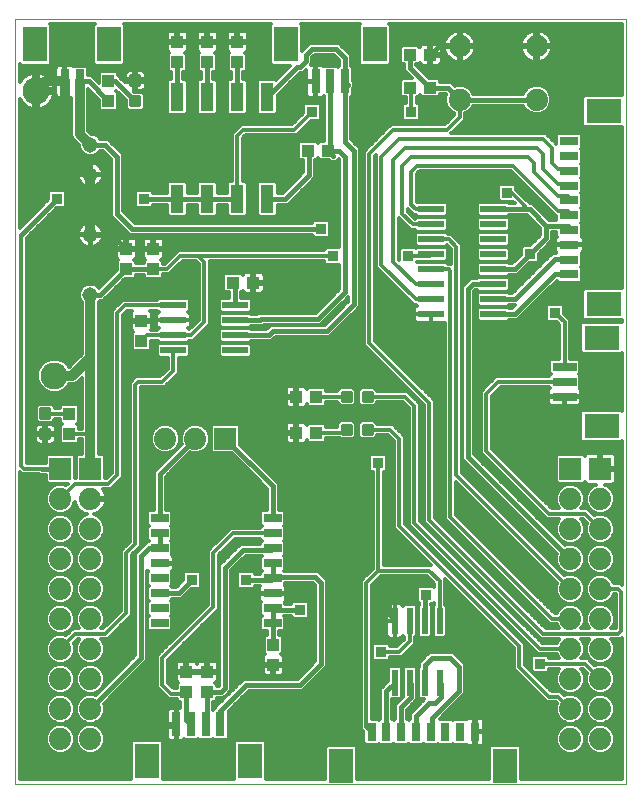
<source format=gtl>
G75*
%MOIN*%
%OFA0B0*%
%FSLAX25Y25*%
%IPPOS*%
%LPD*%
%AMOC8*
5,1,8,0,0,1.08239X$1,22.5*
%
%ADD10C,0.00000*%
%ADD11R,0.07400X0.07400*%
%ADD12C,0.07400*%
%ADD13C,0.01181*%
%ADD14R,0.03937X0.04331*%
%ADD15C,0.05150*%
%ADD16C,0.09000*%
%ADD17R,0.03150X0.07874*%
%ADD18R,0.08268X0.11811*%
%ADD19R,0.06000X0.03000*%
%ADD20R,0.07874X0.03150*%
%ADD21R,0.11811X0.08268*%
%ADD22R,0.02400X0.08700*%
%ADD23R,0.03150X0.06299*%
%ADD24R,0.08700X0.02400*%
%ADD25R,0.06299X0.03150*%
%ADD26R,0.04331X0.03937*%
%ADD27R,0.04449X0.09606*%
%ADD28C,0.01200*%
%ADD29C,0.03200*%
%ADD30C,0.01600*%
%ADD31R,0.03562X0.03562*%
D10*
X0007983Y0008986D02*
X0007983Y0263946D01*
X0211684Y0263946D01*
X0211684Y0008986D01*
X0007983Y0008986D01*
D11*
X0022983Y0113986D03*
X0032983Y0113986D03*
X0077983Y0124045D03*
X0192983Y0113986D03*
X0202983Y0113986D03*
D12*
X0202983Y0103986D03*
X0192983Y0103986D03*
X0192983Y0093986D03*
X0202983Y0093986D03*
X0202983Y0083986D03*
X0202983Y0073986D03*
X0192983Y0073986D03*
X0192983Y0083986D03*
X0192983Y0063986D03*
X0202983Y0063986D03*
X0202983Y0053986D03*
X0202983Y0043986D03*
X0192983Y0043986D03*
X0192983Y0053986D03*
X0192983Y0033986D03*
X0202983Y0033986D03*
X0202983Y0023986D03*
X0192983Y0023986D03*
X0067983Y0124045D03*
X0057983Y0124045D03*
X0032983Y0103986D03*
X0022983Y0103986D03*
X0022983Y0093986D03*
X0032983Y0093986D03*
X0032983Y0083986D03*
X0032983Y0073986D03*
X0022983Y0073986D03*
X0022983Y0083986D03*
X0022983Y0063986D03*
X0032983Y0063986D03*
X0032983Y0053986D03*
X0032983Y0043986D03*
X0022983Y0043986D03*
X0022983Y0053986D03*
X0022983Y0033986D03*
X0032983Y0033986D03*
X0032983Y0023986D03*
X0022983Y0023986D03*
X0156183Y0237086D03*
X0156183Y0254886D03*
X0181783Y0254886D03*
X0181783Y0237086D03*
D13*
X0126814Y0139364D02*
X0126814Y0136608D01*
X0124058Y0136608D01*
X0124058Y0139364D01*
X0126814Y0139364D01*
X0126814Y0137788D02*
X0124058Y0137788D01*
X0124058Y0138968D02*
X0126814Y0138968D01*
X0119909Y0139364D02*
X0119909Y0136608D01*
X0117153Y0136608D01*
X0117153Y0139364D01*
X0119909Y0139364D01*
X0119909Y0137788D02*
X0117153Y0137788D01*
X0117153Y0138968D02*
X0119909Y0138968D01*
X0119909Y0128364D02*
X0119909Y0125608D01*
X0117153Y0125608D01*
X0117153Y0128364D01*
X0119909Y0128364D01*
X0119909Y0126788D02*
X0117153Y0126788D01*
X0117153Y0127968D02*
X0119909Y0127968D01*
X0126814Y0128364D02*
X0126814Y0125608D01*
X0124058Y0125608D01*
X0124058Y0128364D01*
X0126814Y0128364D01*
X0126814Y0126788D02*
X0124058Y0126788D01*
X0124058Y0127968D02*
X0126814Y0127968D01*
X0049361Y0235155D02*
X0046605Y0235155D01*
X0046605Y0237911D01*
X0049361Y0237911D01*
X0049361Y0235155D01*
X0049361Y0236335D02*
X0046605Y0236335D01*
X0046605Y0237515D02*
X0049361Y0237515D01*
X0049361Y0242060D02*
X0046605Y0242060D01*
X0046605Y0244816D01*
X0049361Y0244816D01*
X0049361Y0242060D01*
X0049361Y0243240D02*
X0046605Y0243240D01*
X0046605Y0244420D02*
X0049361Y0244420D01*
X0019361Y0133816D02*
X0016605Y0133816D01*
X0019361Y0133816D02*
X0019361Y0131060D01*
X0016605Y0131060D01*
X0016605Y0133816D01*
X0016605Y0132240D02*
X0019361Y0132240D01*
X0019361Y0133420D02*
X0016605Y0133420D01*
X0016605Y0126911D02*
X0019361Y0126911D01*
X0019361Y0124155D01*
X0016605Y0124155D01*
X0016605Y0126911D01*
X0016605Y0125335D02*
X0019361Y0125335D01*
X0019361Y0126515D02*
X0016605Y0126515D01*
D14*
X0025983Y0125639D03*
X0025983Y0132332D03*
X0049983Y0156639D03*
X0049983Y0163332D03*
X0053983Y0180639D03*
X0053983Y0187332D03*
X0044983Y0187332D03*
X0044983Y0180639D03*
X0038983Y0236639D03*
X0038983Y0243332D03*
X0061983Y0249639D03*
X0061983Y0256332D03*
X0071983Y0256332D03*
X0071983Y0249639D03*
X0081983Y0249639D03*
X0081983Y0256332D03*
X0101637Y0137986D03*
X0108330Y0137986D03*
X0108330Y0125986D03*
X0101637Y0125986D03*
X0093983Y0055332D03*
X0093983Y0048639D03*
X0071983Y0046332D03*
X0071983Y0039639D03*
X0064983Y0039639D03*
X0064983Y0046332D03*
D15*
X0032983Y0171986D03*
X0032983Y0191986D03*
X0032983Y0211986D03*
X0032983Y0221986D03*
D16*
X0014983Y0239986D03*
X0020983Y0144986D03*
D17*
X0024523Y0243143D03*
X0029444Y0243143D03*
X0108062Y0243143D03*
X0112983Y0243143D03*
X0117905Y0243143D03*
X0076365Y0028828D03*
X0071444Y0028828D03*
X0066523Y0028828D03*
X0061602Y0028828D03*
D18*
X0051759Y0016525D03*
X0086208Y0016525D03*
X0116720Y0014899D03*
X0171247Y0014899D03*
X0127747Y0255446D03*
X0098220Y0255446D03*
X0039287Y0255446D03*
X0014680Y0255446D03*
D19*
X0056183Y0097486D03*
X0056183Y0092486D03*
X0056183Y0087486D03*
X0056183Y0082486D03*
X0056183Y0077486D03*
X0056183Y0072486D03*
X0056183Y0067486D03*
X0056183Y0062486D03*
X0093783Y0062486D03*
X0093783Y0067486D03*
X0093783Y0072486D03*
X0093783Y0077486D03*
X0093783Y0082486D03*
X0093783Y0087486D03*
X0093783Y0092486D03*
X0093783Y0097486D03*
D20*
X0191141Y0138064D03*
X0191141Y0142986D03*
X0191141Y0147907D03*
D21*
X0203444Y0157749D03*
X0204070Y0168801D03*
X0203444Y0128222D03*
X0204070Y0233171D03*
D22*
X0149483Y0063286D03*
X0144483Y0063286D03*
X0139483Y0063286D03*
X0134483Y0063286D03*
X0134483Y0042686D03*
X0139483Y0042686D03*
X0144483Y0042686D03*
X0149483Y0042686D03*
D23*
X0151365Y0026316D03*
X0146444Y0026316D03*
X0141523Y0026316D03*
X0136602Y0026316D03*
X0131680Y0026316D03*
X0126759Y0026316D03*
X0156287Y0026316D03*
X0161208Y0026316D03*
D24*
X0081283Y0153486D03*
X0081283Y0158486D03*
X0081283Y0163486D03*
X0081283Y0168486D03*
X0060683Y0168486D03*
X0060683Y0163486D03*
X0060683Y0158486D03*
X0060683Y0153486D03*
X0146683Y0165486D03*
X0146683Y0170486D03*
X0146683Y0175486D03*
X0146683Y0180486D03*
X0146683Y0185486D03*
X0146683Y0190486D03*
X0146683Y0195486D03*
X0146683Y0200486D03*
X0167283Y0200486D03*
X0167283Y0195486D03*
X0167283Y0190486D03*
X0167283Y0185486D03*
X0167283Y0180486D03*
X0167283Y0175486D03*
X0167283Y0170486D03*
X0167283Y0165486D03*
D25*
X0192653Y0178840D03*
X0192653Y0183761D03*
X0192653Y0188682D03*
X0192653Y0193604D03*
X0192653Y0198525D03*
X0192653Y0203446D03*
X0192653Y0208367D03*
X0192653Y0213289D03*
X0192653Y0218210D03*
X0192653Y0223131D03*
D26*
X0146330Y0240986D03*
X0139637Y0240986D03*
X0139637Y0251986D03*
X0146330Y0251986D03*
X0112330Y0219986D03*
X0105637Y0219986D03*
X0087330Y0175986D03*
X0080637Y0175986D03*
D27*
X0081983Y0204056D03*
X0091983Y0204056D03*
X0071983Y0204056D03*
X0061983Y0204056D03*
X0061983Y0237915D03*
X0071983Y0237915D03*
X0081983Y0237915D03*
X0091983Y0237915D03*
D28*
X0088559Y0237996D02*
X0085408Y0237996D01*
X0085408Y0239194D02*
X0088559Y0239194D01*
X0088559Y0240393D02*
X0085408Y0240393D01*
X0085408Y0241591D02*
X0088559Y0241591D01*
X0088559Y0242790D02*
X0085408Y0242790D01*
X0085408Y0243215D02*
X0084705Y0243918D01*
X0083983Y0243918D01*
X0083983Y0246274D01*
X0084449Y0246274D01*
X0085152Y0246977D01*
X0085152Y0252302D01*
X0084701Y0252752D01*
X0084934Y0252886D01*
X0085232Y0253184D01*
X0085443Y0253549D01*
X0085552Y0253956D01*
X0085552Y0255948D01*
X0082368Y0255948D01*
X0082368Y0256716D01*
X0085552Y0256716D01*
X0085552Y0258708D01*
X0085443Y0259115D01*
X0085232Y0259480D01*
X0084934Y0259778D01*
X0084569Y0259988D01*
X0084163Y0260097D01*
X0082368Y0260097D01*
X0082368Y0256716D01*
X0081599Y0256716D01*
X0081599Y0255948D01*
X0078415Y0255948D01*
X0078415Y0253956D01*
X0078524Y0253549D01*
X0078735Y0253184D01*
X0079032Y0252886D01*
X0079265Y0252752D01*
X0078815Y0252302D01*
X0078815Y0246977D01*
X0079518Y0246274D01*
X0079983Y0246274D01*
X0079983Y0243918D01*
X0079262Y0243918D01*
X0078559Y0243215D01*
X0078559Y0232614D01*
X0079262Y0231912D01*
X0084705Y0231912D01*
X0085408Y0232614D01*
X0085408Y0243215D01*
X0083983Y0243988D02*
X0095228Y0243988D01*
X0094932Y0243691D02*
X0094705Y0243918D01*
X0089262Y0243918D01*
X0088559Y0243215D01*
X0088559Y0232614D01*
X0089262Y0231912D01*
X0094705Y0231912D01*
X0095408Y0232614D01*
X0095408Y0238511D01*
X0102883Y0245986D01*
X0103812Y0245986D01*
X0104887Y0247061D01*
X0104887Y0243330D01*
X0107875Y0243330D01*
X0107875Y0242956D01*
X0104887Y0242956D01*
X0104887Y0238995D01*
X0104996Y0238588D01*
X0105207Y0238224D01*
X0105505Y0237926D01*
X0105870Y0237715D01*
X0106277Y0237606D01*
X0107875Y0237606D01*
X0107875Y0242956D01*
X0108250Y0242956D01*
X0108250Y0237606D01*
X0109848Y0237606D01*
X0110255Y0237715D01*
X0110619Y0237926D01*
X0110806Y0238112D01*
X0110912Y0238006D01*
X0110983Y0238006D01*
X0110983Y0223154D01*
X0109667Y0223154D01*
X0108983Y0222470D01*
X0108299Y0223154D01*
X0102975Y0223154D01*
X0102272Y0222451D01*
X0102272Y0217520D01*
X0102975Y0216817D01*
X0103983Y0216817D01*
X0103983Y0212814D01*
X0097226Y0206056D01*
X0095408Y0206056D01*
X0095408Y0209357D01*
X0094705Y0210060D01*
X0089262Y0210060D01*
X0088559Y0209357D01*
X0088559Y0198756D01*
X0089262Y0198053D01*
X0094705Y0198053D01*
X0095408Y0198756D01*
X0095408Y0202056D01*
X0098883Y0202056D01*
X0106812Y0209986D01*
X0107983Y0211157D01*
X0107983Y0216817D01*
X0108299Y0216817D01*
X0108983Y0217501D01*
X0109667Y0216817D01*
X0112670Y0216817D01*
X0113155Y0216332D01*
X0114812Y0216332D01*
X0115810Y0217330D01*
X0115983Y0217157D01*
X0115983Y0187967D01*
X0111705Y0187967D01*
X0111002Y0187264D01*
X0111002Y0186786D01*
X0062238Y0186786D01*
X0061183Y0185731D01*
X0057891Y0182439D01*
X0057152Y0182439D01*
X0057152Y0183302D01*
X0056701Y0183752D01*
X0056934Y0183886D01*
X0057232Y0184184D01*
X0057443Y0184549D01*
X0057552Y0184956D01*
X0057552Y0186948D01*
X0054368Y0186948D01*
X0054368Y0187716D01*
X0057552Y0187716D01*
X0057552Y0189708D01*
X0057443Y0190115D01*
X0057232Y0190480D01*
X0056934Y0190778D01*
X0056569Y0190988D01*
X0056163Y0191097D01*
X0054368Y0191097D01*
X0054368Y0187716D01*
X0053599Y0187716D01*
X0053599Y0186948D01*
X0050415Y0186948D01*
X0050415Y0184956D01*
X0050524Y0184549D01*
X0050735Y0184184D01*
X0051032Y0183886D01*
X0051265Y0183752D01*
X0050815Y0183302D01*
X0050815Y0182639D01*
X0048152Y0182639D01*
X0048152Y0183302D01*
X0047701Y0183752D01*
X0047934Y0183886D01*
X0048232Y0184184D01*
X0048443Y0184549D01*
X0048552Y0184956D01*
X0048552Y0186948D01*
X0045368Y0186948D01*
X0045368Y0187716D01*
X0048552Y0187716D01*
X0048552Y0189708D01*
X0048443Y0190115D01*
X0048232Y0190480D01*
X0047934Y0190778D01*
X0047569Y0190988D01*
X0047163Y0191097D01*
X0045368Y0191097D01*
X0045368Y0187716D01*
X0044599Y0187716D01*
X0044599Y0186948D01*
X0041415Y0186948D01*
X0041415Y0184956D01*
X0041524Y0184549D01*
X0041735Y0184184D01*
X0042032Y0183886D01*
X0042265Y0183752D01*
X0041815Y0183302D01*
X0041815Y0180299D01*
X0035912Y0174396D01*
X0035122Y0175186D01*
X0033734Y0175760D01*
X0032233Y0175760D01*
X0030845Y0175186D01*
X0029783Y0174124D01*
X0029209Y0172736D01*
X0029209Y0171235D01*
X0029783Y0169847D01*
X0030183Y0169447D01*
X0030183Y0152145D01*
X0025944Y0147905D01*
X0025816Y0148214D01*
X0024212Y0149818D01*
X0022117Y0150686D01*
X0019850Y0150686D01*
X0017755Y0149818D01*
X0016151Y0148214D01*
X0015283Y0146119D01*
X0015283Y0143852D01*
X0016151Y0141757D01*
X0017755Y0140153D01*
X0019850Y0139286D01*
X0022117Y0139286D01*
X0024212Y0140153D01*
X0025816Y0141757D01*
X0025993Y0142186D01*
X0027540Y0142186D01*
X0028569Y0142612D01*
X0030183Y0144226D01*
X0030183Y0127439D01*
X0029152Y0127439D01*
X0029152Y0128302D01*
X0028468Y0128986D01*
X0029152Y0129670D01*
X0029152Y0134994D01*
X0028449Y0135697D01*
X0023518Y0135697D01*
X0022815Y0134994D01*
X0022815Y0134132D01*
X0021152Y0134132D01*
X0021152Y0134558D01*
X0020103Y0135607D01*
X0015864Y0135607D01*
X0014815Y0134558D01*
X0014815Y0130319D01*
X0015864Y0129270D01*
X0020103Y0129270D01*
X0021152Y0130319D01*
X0021152Y0130532D01*
X0022815Y0130532D01*
X0022815Y0129670D01*
X0023499Y0128986D01*
X0022815Y0128302D01*
X0022815Y0122977D01*
X0023518Y0122274D01*
X0028449Y0122274D01*
X0029152Y0122977D01*
X0029152Y0123839D01*
X0030183Y0123839D01*
X0030183Y0118886D01*
X0028786Y0118886D01*
X0028083Y0118183D01*
X0028083Y0110786D01*
X0027883Y0110786D01*
X0027883Y0118183D01*
X0027180Y0118886D01*
X0018786Y0118886D01*
X0018083Y0118183D01*
X0018083Y0115986D01*
X0016155Y0115986D01*
X0015955Y0115786D01*
X0011783Y0115786D01*
X0011783Y0190957D01*
X0021831Y0201004D01*
X0024262Y0201004D01*
X0024965Y0201707D01*
X0024965Y0206264D01*
X0024262Y0206967D01*
X0019705Y0206967D01*
X0019002Y0206264D01*
X0019002Y0203833D01*
X0009583Y0194414D01*
X0009583Y0237147D01*
X0009766Y0236788D01*
X0010331Y0236012D01*
X0011010Y0235333D01*
X0011786Y0234768D01*
X0012642Y0234332D01*
X0013555Y0234036D01*
X0014383Y0233905D01*
X0014383Y0239385D01*
X0015583Y0239385D01*
X0015583Y0233905D01*
X0016412Y0234036D01*
X0017325Y0234332D01*
X0018181Y0234768D01*
X0018957Y0235333D01*
X0019636Y0236012D01*
X0020201Y0236788D01*
X0020636Y0237644D01*
X0020933Y0238557D01*
X0021064Y0239386D01*
X0015583Y0239386D01*
X0015583Y0240586D01*
X0014383Y0240586D01*
X0014383Y0246067D01*
X0013555Y0245935D01*
X0012642Y0245639D01*
X0011786Y0245203D01*
X0011010Y0244638D01*
X0010331Y0243959D01*
X0009766Y0243183D01*
X0009583Y0242824D01*
X0009583Y0248807D01*
X0010049Y0248341D01*
X0019311Y0248341D01*
X0020014Y0249044D01*
X0020014Y0261849D01*
X0019517Y0262346D01*
X0034450Y0262346D01*
X0033953Y0261849D01*
X0033953Y0249044D01*
X0034656Y0248341D01*
X0043917Y0248341D01*
X0044620Y0249044D01*
X0044620Y0261849D01*
X0044123Y0262346D01*
X0093383Y0262346D01*
X0092886Y0261849D01*
X0092886Y0249044D01*
X0093589Y0248341D01*
X0099581Y0248341D01*
X0094932Y0243691D01*
X0096427Y0245187D02*
X0083983Y0245187D01*
X0084560Y0246385D02*
X0097625Y0246385D01*
X0098824Y0247584D02*
X0085152Y0247584D01*
X0085152Y0248782D02*
X0093147Y0248782D01*
X0092886Y0249981D02*
X0085152Y0249981D01*
X0085152Y0251179D02*
X0092886Y0251179D01*
X0092886Y0252378D02*
X0085076Y0252378D01*
X0085450Y0253576D02*
X0092886Y0253576D01*
X0092886Y0254775D02*
X0085552Y0254775D01*
X0085552Y0257172D02*
X0092886Y0257172D01*
X0092886Y0258370D02*
X0085552Y0258370D01*
X0085143Y0259569D02*
X0092886Y0259569D01*
X0092886Y0260767D02*
X0044620Y0260767D01*
X0044620Y0259569D02*
X0058824Y0259569D01*
X0058735Y0259480D02*
X0059032Y0259778D01*
X0059397Y0259988D01*
X0059804Y0260097D01*
X0061599Y0260097D01*
X0061599Y0256716D01*
X0061599Y0255948D01*
X0058415Y0255948D01*
X0058415Y0253956D01*
X0058524Y0253549D01*
X0058735Y0253184D01*
X0059032Y0252886D01*
X0059265Y0252752D01*
X0058815Y0252302D01*
X0058815Y0246977D01*
X0059518Y0246274D01*
X0059983Y0246274D01*
X0059983Y0243918D01*
X0059262Y0243918D01*
X0058559Y0243215D01*
X0058559Y0232614D01*
X0059262Y0231912D01*
X0064705Y0231912D01*
X0065408Y0232614D01*
X0065408Y0243215D01*
X0064705Y0243918D01*
X0063983Y0243918D01*
X0063983Y0246274D01*
X0064449Y0246274D01*
X0065152Y0246977D01*
X0065152Y0252302D01*
X0064701Y0252752D01*
X0064934Y0252886D01*
X0065232Y0253184D01*
X0065443Y0253549D01*
X0065552Y0253956D01*
X0065552Y0255948D01*
X0062368Y0255948D01*
X0062368Y0256716D01*
X0065552Y0256716D01*
X0065552Y0258708D01*
X0065443Y0259115D01*
X0065232Y0259480D01*
X0064934Y0259778D01*
X0064569Y0259988D01*
X0064163Y0260097D01*
X0062368Y0260097D01*
X0062368Y0256716D01*
X0061599Y0256716D01*
X0058415Y0256716D01*
X0058415Y0258708D01*
X0058524Y0259115D01*
X0058735Y0259480D01*
X0058415Y0258370D02*
X0044620Y0258370D01*
X0044620Y0257172D02*
X0058415Y0257172D01*
X0058415Y0254775D02*
X0044620Y0254775D01*
X0044620Y0255973D02*
X0061599Y0255973D01*
X0062368Y0255973D02*
X0071599Y0255973D01*
X0071599Y0255948D02*
X0068415Y0255948D01*
X0068415Y0253956D01*
X0068524Y0253549D01*
X0068735Y0253184D01*
X0069032Y0252886D01*
X0069265Y0252752D01*
X0068815Y0252302D01*
X0068815Y0246977D01*
X0069518Y0246274D01*
X0069983Y0246274D01*
X0069983Y0243918D01*
X0069262Y0243918D01*
X0068559Y0243215D01*
X0068559Y0232614D01*
X0069262Y0231912D01*
X0074705Y0231912D01*
X0075408Y0232614D01*
X0075408Y0243215D01*
X0074705Y0243918D01*
X0073983Y0243918D01*
X0073983Y0246274D01*
X0074449Y0246274D01*
X0075152Y0246977D01*
X0075152Y0252302D01*
X0074701Y0252752D01*
X0074934Y0252886D01*
X0075232Y0253184D01*
X0075443Y0253549D01*
X0075552Y0253956D01*
X0075552Y0255948D01*
X0072368Y0255948D01*
X0072368Y0256716D01*
X0075552Y0256716D01*
X0075552Y0258708D01*
X0075443Y0259115D01*
X0075232Y0259480D01*
X0074934Y0259778D01*
X0074569Y0259988D01*
X0074163Y0260097D01*
X0072368Y0260097D01*
X0072368Y0256716D01*
X0071599Y0256716D01*
X0071599Y0255948D01*
X0071599Y0256716D02*
X0068415Y0256716D01*
X0068415Y0258708D01*
X0068524Y0259115D01*
X0068735Y0259480D01*
X0069032Y0259778D01*
X0069397Y0259988D01*
X0069804Y0260097D01*
X0071599Y0260097D01*
X0071599Y0256716D01*
X0071599Y0257172D02*
X0072368Y0257172D01*
X0072368Y0258370D02*
X0071599Y0258370D01*
X0071599Y0259569D02*
X0072368Y0259569D01*
X0075143Y0259569D02*
X0078824Y0259569D01*
X0078735Y0259480D02*
X0078524Y0259115D01*
X0078415Y0258708D01*
X0078415Y0256716D01*
X0081599Y0256716D01*
X0081599Y0260097D01*
X0079804Y0260097D01*
X0079397Y0259988D01*
X0079032Y0259778D01*
X0078735Y0259480D01*
X0078415Y0258370D02*
X0075552Y0258370D01*
X0075552Y0257172D02*
X0078415Y0257172D01*
X0078415Y0254775D02*
X0075552Y0254775D01*
X0075450Y0253576D02*
X0078517Y0253576D01*
X0078891Y0252378D02*
X0075076Y0252378D01*
X0075152Y0251179D02*
X0078815Y0251179D01*
X0078815Y0249981D02*
X0075152Y0249981D01*
X0075152Y0248782D02*
X0078815Y0248782D01*
X0078815Y0247584D02*
X0075152Y0247584D01*
X0074560Y0246385D02*
X0079406Y0246385D01*
X0079983Y0245187D02*
X0073983Y0245187D01*
X0073983Y0243988D02*
X0079983Y0243988D01*
X0078559Y0242790D02*
X0075408Y0242790D01*
X0075408Y0241591D02*
X0078559Y0241591D01*
X0078559Y0240393D02*
X0075408Y0240393D01*
X0075408Y0239194D02*
X0078559Y0239194D01*
X0078559Y0237996D02*
X0075408Y0237996D01*
X0075408Y0236797D02*
X0078559Y0236797D01*
X0078559Y0235598D02*
X0075408Y0235598D01*
X0075408Y0234400D02*
X0078559Y0234400D01*
X0078559Y0233201D02*
X0075408Y0233201D01*
X0074796Y0232003D02*
X0079171Y0232003D01*
X0082860Y0228407D02*
X0032244Y0228407D01*
X0032244Y0227209D02*
X0081661Y0227209D01*
X0082183Y0227731D02*
X0080183Y0225731D01*
X0080183Y0210060D01*
X0079262Y0210060D01*
X0078559Y0209357D01*
X0078559Y0206056D01*
X0075408Y0206056D01*
X0075408Y0209357D01*
X0074705Y0210060D01*
X0069262Y0210060D01*
X0068559Y0209357D01*
X0068559Y0206056D01*
X0065408Y0206056D01*
X0065408Y0209357D01*
X0064705Y0210060D01*
X0059262Y0210060D01*
X0058559Y0209357D01*
X0058559Y0205986D01*
X0053965Y0205986D01*
X0053965Y0206264D01*
X0053262Y0206967D01*
X0048705Y0206967D01*
X0048002Y0206264D01*
X0048002Y0201707D01*
X0048705Y0201004D01*
X0053262Y0201004D01*
X0053965Y0201707D01*
X0053965Y0201986D01*
X0058559Y0201986D01*
X0058559Y0198756D01*
X0059262Y0198053D01*
X0064705Y0198053D01*
X0065408Y0198756D01*
X0065408Y0202056D01*
X0068559Y0202056D01*
X0068559Y0198756D01*
X0069262Y0198053D01*
X0074705Y0198053D01*
X0075408Y0198756D01*
X0075408Y0202056D01*
X0078559Y0202056D01*
X0078559Y0198756D01*
X0079262Y0198053D01*
X0084705Y0198053D01*
X0085408Y0198756D01*
X0085408Y0209357D01*
X0084705Y0210060D01*
X0083783Y0210060D01*
X0083783Y0224240D01*
X0084729Y0225186D01*
X0101729Y0225186D01*
X0106548Y0230004D01*
X0109262Y0230004D01*
X0109965Y0230707D01*
X0109965Y0235264D01*
X0109262Y0235967D01*
X0104705Y0235967D01*
X0104002Y0235264D01*
X0104002Y0232550D01*
X0100238Y0228786D01*
X0083238Y0228786D01*
X0082183Y0227731D01*
X0083983Y0226986D02*
X0081983Y0224986D01*
X0081983Y0204056D01*
X0085408Y0204437D02*
X0088559Y0204437D01*
X0088559Y0203239D02*
X0085408Y0203239D01*
X0085408Y0202040D02*
X0088559Y0202040D01*
X0088559Y0200842D02*
X0085408Y0200842D01*
X0085408Y0199643D02*
X0088559Y0199643D01*
X0088871Y0198445D02*
X0085096Y0198445D01*
X0078871Y0198445D02*
X0075096Y0198445D01*
X0075408Y0199643D02*
X0078559Y0199643D01*
X0078559Y0200842D02*
X0075408Y0200842D01*
X0075408Y0202040D02*
X0078559Y0202040D01*
X0078559Y0206834D02*
X0075408Y0206834D01*
X0075408Y0208033D02*
X0078559Y0208033D01*
X0078559Y0209231D02*
X0075408Y0209231D01*
X0080183Y0210430D02*
X0043983Y0210430D01*
X0043983Y0211628D02*
X0080183Y0211628D01*
X0080183Y0212827D02*
X0043983Y0212827D01*
X0043983Y0214025D02*
X0080183Y0214025D01*
X0080183Y0215224D02*
X0043983Y0215224D01*
X0043983Y0216422D02*
X0080183Y0216422D01*
X0080183Y0217621D02*
X0043983Y0217621D01*
X0043983Y0218814D02*
X0042812Y0219986D01*
X0038812Y0223986D01*
X0036241Y0223986D01*
X0036184Y0224124D01*
X0035122Y0225186D01*
X0033734Y0225760D01*
X0033168Y0225760D01*
X0032244Y0226685D01*
X0032244Y0240550D01*
X0035815Y0236979D01*
X0035815Y0233977D01*
X0036518Y0233274D01*
X0041449Y0233274D01*
X0042152Y0233977D01*
X0042152Y0239302D01*
X0041468Y0239986D01*
X0041585Y0240103D01*
X0044815Y0236873D01*
X0044815Y0234413D01*
X0045864Y0233364D01*
X0050103Y0233364D01*
X0051152Y0234413D01*
X0051152Y0238652D01*
X0050103Y0239701D01*
X0047643Y0239701D01*
X0047475Y0239870D01*
X0047599Y0239870D01*
X0047599Y0243054D01*
X0044415Y0243054D01*
X0044415Y0242930D01*
X0042152Y0245193D01*
X0042152Y0245994D01*
X0041449Y0246697D01*
X0036518Y0246697D01*
X0035815Y0245994D01*
X0035815Y0242636D01*
X0033308Y0245143D01*
X0032219Y0245143D01*
X0032219Y0247577D01*
X0031516Y0248280D01*
X0027372Y0248280D01*
X0027266Y0248174D01*
X0027080Y0248360D01*
X0026715Y0248571D01*
X0026308Y0248680D01*
X0024710Y0248680D01*
X0024710Y0243331D01*
X0024335Y0243331D01*
X0024335Y0248680D01*
X0022737Y0248680D01*
X0022330Y0248571D01*
X0021966Y0248360D01*
X0021668Y0248062D01*
X0021457Y0247698D01*
X0021348Y0247291D01*
X0021348Y0243330D01*
X0024335Y0243330D01*
X0024335Y0242956D01*
X0021348Y0242956D01*
X0021348Y0238995D01*
X0021457Y0238588D01*
X0021668Y0238224D01*
X0021966Y0237926D01*
X0022330Y0237715D01*
X0022737Y0237606D01*
X0024335Y0237606D01*
X0024335Y0242956D01*
X0024710Y0242956D01*
X0024710Y0237606D01*
X0026308Y0237606D01*
X0026644Y0237696D01*
X0026644Y0224968D01*
X0027070Y0223939D01*
X0029209Y0221801D01*
X0029209Y0221235D01*
X0029783Y0219847D01*
X0030845Y0218785D01*
X0032233Y0218211D01*
X0033734Y0218211D01*
X0035122Y0218785D01*
X0036184Y0219847D01*
X0036241Y0219986D01*
X0037155Y0219986D01*
X0039983Y0217157D01*
X0039983Y0198157D01*
X0044983Y0193157D01*
X0046155Y0191986D01*
X0107002Y0191986D01*
X0107002Y0191707D01*
X0107705Y0191004D01*
X0112262Y0191004D01*
X0112965Y0191707D01*
X0112965Y0196264D01*
X0112262Y0196967D01*
X0107705Y0196967D01*
X0107002Y0196264D01*
X0107002Y0195986D01*
X0047812Y0195986D01*
X0043983Y0199814D01*
X0043983Y0218814D01*
X0043978Y0218819D02*
X0080183Y0218819D01*
X0080183Y0220018D02*
X0042780Y0220018D01*
X0041581Y0221216D02*
X0080183Y0221216D01*
X0080183Y0222415D02*
X0040383Y0222415D01*
X0039184Y0223613D02*
X0080183Y0223613D01*
X0080183Y0224812D02*
X0035495Y0224812D01*
X0032918Y0226010D02*
X0080463Y0226010D01*
X0083983Y0226986D02*
X0100983Y0226986D01*
X0106983Y0232986D01*
X0104002Y0233201D02*
X0095408Y0233201D01*
X0095408Y0234400D02*
X0104002Y0234400D01*
X0104337Y0235598D02*
X0095408Y0235598D01*
X0095408Y0236797D02*
X0110983Y0236797D01*
X0110983Y0235598D02*
X0109630Y0235598D01*
X0109965Y0234400D02*
X0110983Y0234400D01*
X0110983Y0233201D02*
X0109965Y0233201D01*
X0109965Y0232003D02*
X0110983Y0232003D01*
X0110983Y0230804D02*
X0109965Y0230804D01*
X0110983Y0229606D02*
X0106149Y0229606D01*
X0104951Y0228407D02*
X0110983Y0228407D01*
X0110983Y0227209D02*
X0103752Y0227209D01*
X0102554Y0226010D02*
X0110983Y0226010D01*
X0110983Y0224812D02*
X0084355Y0224812D01*
X0083783Y0223613D02*
X0110983Y0223613D01*
X0113065Y0216422D02*
X0107983Y0216422D01*
X0107983Y0215224D02*
X0115983Y0215224D01*
X0115983Y0216422D02*
X0114902Y0216422D01*
X0115983Y0214025D02*
X0107983Y0214025D01*
X0107983Y0212827D02*
X0115983Y0212827D01*
X0115983Y0211628D02*
X0107983Y0211628D01*
X0107256Y0210430D02*
X0115983Y0210430D01*
X0115983Y0209231D02*
X0106058Y0209231D01*
X0104859Y0208033D02*
X0115983Y0208033D01*
X0115983Y0206834D02*
X0103661Y0206834D01*
X0102462Y0205636D02*
X0115983Y0205636D01*
X0115983Y0204437D02*
X0101263Y0204437D01*
X0100065Y0203239D02*
X0115983Y0203239D01*
X0115983Y0202040D02*
X0095408Y0202040D01*
X0095408Y0200842D02*
X0115983Y0200842D01*
X0115983Y0199643D02*
X0095408Y0199643D01*
X0095096Y0198445D02*
X0115983Y0198445D01*
X0115983Y0197246D02*
X0046551Y0197246D01*
X0045353Y0198445D02*
X0058871Y0198445D01*
X0058559Y0199643D02*
X0044154Y0199643D01*
X0043983Y0200842D02*
X0058559Y0200842D01*
X0058559Y0206834D02*
X0053394Y0206834D01*
X0048573Y0206834D02*
X0043983Y0206834D01*
X0043983Y0205636D02*
X0048002Y0205636D01*
X0048002Y0204437D02*
X0043983Y0204437D01*
X0043983Y0203239D02*
X0048002Y0203239D01*
X0048002Y0202040D02*
X0043983Y0202040D01*
X0039983Y0202040D02*
X0024965Y0202040D01*
X0024965Y0203239D02*
X0039983Y0203239D01*
X0039983Y0204437D02*
X0024965Y0204437D01*
X0024965Y0205636D02*
X0039983Y0205636D01*
X0039983Y0206834D02*
X0024394Y0206834D01*
X0019573Y0206834D02*
X0009583Y0206834D01*
X0009583Y0205636D02*
X0019002Y0205636D01*
X0019002Y0204437D02*
X0009583Y0204437D01*
X0009583Y0203239D02*
X0018408Y0203239D01*
X0017210Y0202040D02*
X0009583Y0202040D01*
X0009583Y0200842D02*
X0016011Y0200842D01*
X0014813Y0199643D02*
X0009583Y0199643D01*
X0009583Y0198445D02*
X0013614Y0198445D01*
X0012416Y0197246D02*
X0009583Y0197246D01*
X0009583Y0196048D02*
X0011217Y0196048D01*
X0010019Y0194849D02*
X0009583Y0194849D01*
X0009983Y0191986D02*
X0009983Y0114986D01*
X0010983Y0113986D01*
X0016983Y0113986D01*
X0015955Y0112186D02*
X0016155Y0111986D01*
X0018083Y0111986D01*
X0018083Y0109788D01*
X0018786Y0109086D01*
X0025538Y0109086D01*
X0024934Y0108481D01*
X0023958Y0108886D01*
X0022009Y0108886D01*
X0020208Y0108140D01*
X0018829Y0106761D01*
X0018083Y0104960D01*
X0018083Y0103011D01*
X0018829Y0101210D01*
X0020208Y0099832D01*
X0022009Y0099086D01*
X0023958Y0099086D01*
X0025759Y0099832D01*
X0027137Y0101210D01*
X0027803Y0102816D01*
X0027814Y0102744D01*
X0028072Y0101951D01*
X0028450Y0101208D01*
X0028941Y0100533D01*
X0029531Y0099943D01*
X0030206Y0099453D01*
X0030949Y0099074D01*
X0031742Y0098816D01*
X0031814Y0098805D01*
X0030208Y0098140D01*
X0028829Y0096761D01*
X0028083Y0094960D01*
X0028083Y0093011D01*
X0028829Y0091210D01*
X0030208Y0089832D01*
X0032009Y0089086D01*
X0033958Y0089086D01*
X0035759Y0089832D01*
X0037137Y0091210D01*
X0037883Y0093011D01*
X0037883Y0094960D01*
X0037137Y0096761D01*
X0035759Y0098140D01*
X0034153Y0098805D01*
X0034224Y0098816D01*
X0035018Y0099074D01*
X0035761Y0099453D01*
X0036436Y0099943D01*
X0037026Y0100533D01*
X0037516Y0101208D01*
X0037895Y0101951D01*
X0038153Y0102744D01*
X0038283Y0103568D01*
X0038283Y0103586D01*
X0033383Y0103586D01*
X0033383Y0104386D01*
X0038283Y0104386D01*
X0038283Y0104403D01*
X0038153Y0105227D01*
X0037895Y0106020D01*
X0037516Y0106763D01*
X0037210Y0107186D01*
X0039729Y0107186D01*
X0040783Y0108240D01*
X0043783Y0111240D01*
X0043783Y0165240D01*
X0045229Y0166686D01*
X0046940Y0166686D01*
X0046735Y0166480D01*
X0046524Y0166115D01*
X0046415Y0165708D01*
X0046415Y0163716D01*
X0049599Y0163716D01*
X0049599Y0162948D01*
X0046415Y0162948D01*
X0046415Y0160956D01*
X0046524Y0160549D01*
X0046735Y0160184D01*
X0047032Y0159886D01*
X0047265Y0159752D01*
X0046815Y0159302D01*
X0046815Y0153977D01*
X0047518Y0153274D01*
X0052449Y0153274D01*
X0053152Y0153977D01*
X0053152Y0156686D01*
X0055236Y0156686D01*
X0055836Y0156086D01*
X0065530Y0156086D01*
X0066130Y0156686D01*
X0067229Y0156686D01*
X0071729Y0161186D01*
X0072783Y0162240D01*
X0072783Y0183186D01*
X0111002Y0183186D01*
X0111002Y0182707D01*
X0111705Y0182004D01*
X0115983Y0182004D01*
X0115983Y0173814D01*
X0108155Y0165986D01*
X0089155Y0165986D01*
X0088655Y0165486D01*
X0086530Y0165486D01*
X0086130Y0165886D01*
X0076436Y0165886D01*
X0075733Y0165183D01*
X0075733Y0161788D01*
X0076436Y0161086D01*
X0086130Y0161086D01*
X0086530Y0161486D01*
X0090312Y0161486D01*
X0090812Y0161986D01*
X0109812Y0161986D01*
X0110983Y0163157D01*
X0118812Y0170986D01*
X0118983Y0171157D01*
X0118983Y0169814D01*
X0111155Y0161986D01*
X0093155Y0161986D01*
X0091655Y0160486D01*
X0086530Y0160486D01*
X0086130Y0160886D01*
X0076436Y0160886D01*
X0075733Y0160183D01*
X0075733Y0156788D01*
X0076436Y0156086D01*
X0086130Y0156086D01*
X0086530Y0156486D01*
X0093312Y0156486D01*
X0094812Y0157986D01*
X0112812Y0157986D01*
X0113983Y0159157D01*
X0121812Y0166986D01*
X0122983Y0168157D01*
X0122983Y0220814D01*
X0121812Y0221986D01*
X0119905Y0223893D01*
X0119905Y0238006D01*
X0119977Y0238006D01*
X0120679Y0238709D01*
X0120679Y0240932D01*
X0120983Y0241236D01*
X0120983Y0242893D01*
X0120679Y0243197D01*
X0120679Y0247577D01*
X0119977Y0248280D01*
X0119905Y0248280D01*
X0119905Y0251893D01*
X0116983Y0254814D01*
X0115812Y0255986D01*
X0106155Y0255986D01*
X0104155Y0253986D01*
X0103553Y0253384D01*
X0103553Y0261849D01*
X0103056Y0262346D01*
X0122911Y0262346D01*
X0122413Y0261849D01*
X0122413Y0249044D01*
X0123116Y0248341D01*
X0132378Y0248341D01*
X0133081Y0249044D01*
X0133081Y0261849D01*
X0132584Y0262346D01*
X0210084Y0262346D01*
X0210084Y0238504D01*
X0197667Y0238504D01*
X0196965Y0237802D01*
X0196965Y0228540D01*
X0197667Y0227837D01*
X0210084Y0227837D01*
X0210084Y0174134D01*
X0197667Y0174134D01*
X0196965Y0173431D01*
X0196965Y0164170D01*
X0197667Y0163467D01*
X0210084Y0163467D01*
X0210084Y0162846D01*
X0209847Y0163083D01*
X0197041Y0163083D01*
X0196339Y0162380D01*
X0196339Y0153118D01*
X0197041Y0152415D01*
X0209847Y0152415D01*
X0210084Y0152653D01*
X0210084Y0133318D01*
X0209847Y0133556D01*
X0197041Y0133556D01*
X0196339Y0132853D01*
X0196339Y0123591D01*
X0197041Y0122888D01*
X0209847Y0122888D01*
X0210084Y0123126D01*
X0210084Y0075430D01*
X0209729Y0075786D01*
X0207542Y0075786D01*
X0207137Y0076761D01*
X0205759Y0078140D01*
X0203958Y0078886D01*
X0202009Y0078886D01*
X0200208Y0078140D01*
X0198829Y0076761D01*
X0198083Y0074960D01*
X0198083Y0073011D01*
X0198829Y0071210D01*
X0200208Y0069832D01*
X0202009Y0069086D01*
X0203958Y0069086D01*
X0205759Y0069832D01*
X0207137Y0071210D01*
X0207542Y0072186D01*
X0208183Y0072186D01*
X0208183Y0060786D01*
X0206713Y0060786D01*
X0207137Y0061210D01*
X0207883Y0063011D01*
X0207883Y0064960D01*
X0207137Y0066761D01*
X0205759Y0068140D01*
X0203958Y0068886D01*
X0202009Y0068886D01*
X0200208Y0068140D01*
X0198829Y0066761D01*
X0198083Y0064960D01*
X0198083Y0063011D01*
X0198829Y0061210D01*
X0199254Y0060786D01*
X0196713Y0060786D01*
X0197137Y0061210D01*
X0197883Y0063011D01*
X0197883Y0064960D01*
X0197137Y0066761D01*
X0195759Y0068140D01*
X0193958Y0068886D01*
X0192009Y0068886D01*
X0190208Y0068140D01*
X0188829Y0066761D01*
X0188425Y0065786D01*
X0187729Y0065786D01*
X0154783Y0098731D01*
X0154783Y0109640D01*
X0188488Y0075936D01*
X0188083Y0074960D01*
X0188083Y0073011D01*
X0188829Y0071210D01*
X0190208Y0069832D01*
X0192009Y0069086D01*
X0193958Y0069086D01*
X0195759Y0069832D01*
X0197137Y0071210D01*
X0197883Y0073011D01*
X0197883Y0074960D01*
X0197137Y0076761D01*
X0195759Y0078140D01*
X0193958Y0078886D01*
X0192009Y0078886D01*
X0191033Y0078481D01*
X0156783Y0112731D01*
X0156783Y0188731D01*
X0155729Y0189786D01*
X0153229Y0192286D01*
X0152130Y0192286D01*
X0151530Y0192886D01*
X0141836Y0192886D01*
X0141133Y0192183D01*
X0141133Y0188788D01*
X0141836Y0188086D01*
X0151530Y0188086D01*
X0151934Y0188489D01*
X0153183Y0187240D01*
X0153183Y0182286D01*
X0152130Y0182286D01*
X0151530Y0182886D01*
X0141965Y0182886D01*
X0141965Y0183086D01*
X0151530Y0183086D01*
X0152233Y0183788D01*
X0152233Y0187183D01*
X0151530Y0187886D01*
X0141836Y0187886D01*
X0141590Y0187639D01*
X0141262Y0187967D01*
X0136705Y0187967D01*
X0136002Y0187264D01*
X0136002Y0183512D01*
X0135783Y0183731D01*
X0135783Y0197640D01*
X0136238Y0197186D01*
X0139738Y0193686D01*
X0141236Y0193686D01*
X0141836Y0193086D01*
X0151530Y0193086D01*
X0152233Y0193788D01*
X0152233Y0197183D01*
X0151530Y0197886D01*
X0141836Y0197886D01*
X0141236Y0197286D01*
X0141229Y0197286D01*
X0138783Y0199731D01*
X0138783Y0200640D01*
X0140738Y0198686D01*
X0141236Y0198686D01*
X0141836Y0198086D01*
X0151530Y0198086D01*
X0152233Y0198788D01*
X0152233Y0202183D01*
X0151530Y0202886D01*
X0141836Y0202886D01*
X0141783Y0202833D01*
X0141783Y0212240D01*
X0142729Y0213186D01*
X0173238Y0213186D01*
X0187183Y0199240D01*
X0188238Y0198186D01*
X0188303Y0198186D01*
X0188303Y0196986D01*
X0185812Y0196986D01*
X0180312Y0202486D01*
X0179529Y0202486D01*
X0174965Y0207050D01*
X0174965Y0208264D01*
X0174262Y0208967D01*
X0169705Y0208967D01*
X0169002Y0208264D01*
X0169002Y0203707D01*
X0169705Y0203004D01*
X0173919Y0203004D01*
X0174438Y0202486D01*
X0172530Y0202486D01*
X0172130Y0202886D01*
X0162436Y0202886D01*
X0161733Y0202183D01*
X0161733Y0198788D01*
X0162436Y0198086D01*
X0172130Y0198086D01*
X0172530Y0198486D01*
X0178655Y0198486D01*
X0182983Y0194157D01*
X0182983Y0191814D01*
X0179636Y0188467D01*
X0177205Y0188467D01*
X0176502Y0187764D01*
X0176502Y0185333D01*
X0173655Y0182486D01*
X0172530Y0182486D01*
X0172130Y0182886D01*
X0162436Y0182886D01*
X0161733Y0182183D01*
X0161733Y0178788D01*
X0162436Y0178086D01*
X0172130Y0178086D01*
X0172530Y0178486D01*
X0175312Y0178486D01*
X0179331Y0182504D01*
X0181762Y0182504D01*
X0182465Y0183207D01*
X0182465Y0185638D01*
X0185812Y0188986D01*
X0186983Y0190157D01*
X0186983Y0192986D01*
X0188303Y0192986D01*
X0188303Y0191532D01*
X0188409Y0191426D01*
X0188223Y0191240D01*
X0188012Y0190875D01*
X0187903Y0190468D01*
X0187903Y0188870D01*
X0192465Y0188870D01*
X0192465Y0188495D01*
X0187903Y0188495D01*
X0187903Y0186897D01*
X0188012Y0186490D01*
X0188223Y0186125D01*
X0188362Y0185986D01*
X0187155Y0185986D01*
X0185983Y0184814D01*
X0173655Y0172486D01*
X0172530Y0172486D01*
X0172130Y0172886D01*
X0162436Y0172886D01*
X0161733Y0172183D01*
X0161733Y0168788D01*
X0162436Y0168086D01*
X0172130Y0168086D01*
X0172530Y0168486D01*
X0174655Y0168486D01*
X0173655Y0167486D01*
X0172530Y0167486D01*
X0172130Y0167886D01*
X0162436Y0167886D01*
X0161733Y0167183D01*
X0161733Y0163788D01*
X0162436Y0163086D01*
X0172130Y0163086D01*
X0172530Y0163486D01*
X0175312Y0163486D01*
X0188449Y0176622D01*
X0189006Y0176065D01*
X0196299Y0176065D01*
X0197002Y0176768D01*
X0197002Y0180912D01*
X0196614Y0181301D01*
X0197002Y0181689D01*
X0197002Y0185833D01*
X0196896Y0185939D01*
X0197083Y0186125D01*
X0197293Y0186490D01*
X0197402Y0186897D01*
X0197402Y0188495D01*
X0192840Y0188495D01*
X0192840Y0188870D01*
X0197402Y0188870D01*
X0197402Y0190468D01*
X0197293Y0190875D01*
X0197083Y0191240D01*
X0196896Y0191426D01*
X0197002Y0191532D01*
X0197002Y0195676D01*
X0196614Y0196064D01*
X0197002Y0196453D01*
X0197002Y0200597D01*
X0196614Y0200986D01*
X0197002Y0201374D01*
X0197002Y0205518D01*
X0196614Y0205907D01*
X0197002Y0206296D01*
X0197002Y0210439D01*
X0196614Y0210828D01*
X0197002Y0211217D01*
X0197002Y0215361D01*
X0196614Y0215749D01*
X0197002Y0216138D01*
X0197002Y0220282D01*
X0196614Y0220671D01*
X0197002Y0221059D01*
X0197002Y0225203D01*
X0196299Y0225906D01*
X0189006Y0225906D01*
X0188303Y0225203D01*
X0188303Y0222211D01*
X0187729Y0222786D01*
X0184729Y0225786D01*
X0153329Y0225786D01*
X0153783Y0226240D01*
X0157983Y0230440D01*
X0157983Y0232527D01*
X0158959Y0232932D01*
X0160337Y0234310D01*
X0160659Y0235086D01*
X0177308Y0235086D01*
X0177629Y0234310D01*
X0179008Y0232932D01*
X0180809Y0232186D01*
X0182758Y0232186D01*
X0184559Y0232932D01*
X0185937Y0234310D01*
X0186683Y0236111D01*
X0186683Y0238060D01*
X0185937Y0239861D01*
X0184559Y0241240D01*
X0182758Y0241986D01*
X0180809Y0241986D01*
X0179008Y0241240D01*
X0177629Y0239861D01*
X0177308Y0239086D01*
X0160659Y0239086D01*
X0160337Y0239861D01*
X0158959Y0241240D01*
X0157158Y0241986D01*
X0155209Y0241986D01*
X0154433Y0241664D01*
X0153112Y0242986D01*
X0149695Y0242986D01*
X0149695Y0243451D01*
X0148992Y0244154D01*
X0145990Y0244154D01*
X0141637Y0248507D01*
X0141637Y0248817D01*
X0142299Y0248817D01*
X0142750Y0249267D01*
X0142884Y0249035D01*
X0143182Y0248737D01*
X0143547Y0248526D01*
X0143954Y0248417D01*
X0145946Y0248417D01*
X0145946Y0251601D01*
X0146714Y0251601D01*
X0146714Y0248417D01*
X0148706Y0248417D01*
X0149113Y0248526D01*
X0149478Y0248737D01*
X0149776Y0249035D01*
X0149986Y0249399D01*
X0150095Y0249806D01*
X0150095Y0251601D01*
X0146714Y0251601D01*
X0146714Y0252370D01*
X0145946Y0252370D01*
X0145946Y0255554D01*
X0143954Y0255554D01*
X0143547Y0255445D01*
X0143182Y0255234D01*
X0142884Y0254936D01*
X0142750Y0254704D01*
X0142299Y0255154D01*
X0136975Y0255154D01*
X0136272Y0254451D01*
X0136272Y0249520D01*
X0136975Y0248817D01*
X0137637Y0248817D01*
X0137637Y0246850D01*
X0140333Y0244154D01*
X0136975Y0244154D01*
X0136272Y0243451D01*
X0136272Y0238520D01*
X0136975Y0237817D01*
X0138183Y0237817D01*
X0138183Y0235967D01*
X0137705Y0235967D01*
X0137002Y0235264D01*
X0137002Y0230707D01*
X0137705Y0230004D01*
X0142262Y0230004D01*
X0142965Y0230707D01*
X0142965Y0235264D01*
X0142262Y0235967D01*
X0141783Y0235967D01*
X0141783Y0237817D01*
X0142299Y0237817D01*
X0142983Y0238501D01*
X0143667Y0237817D01*
X0148992Y0237817D01*
X0149695Y0238520D01*
X0149695Y0238986D01*
X0151455Y0238986D01*
X0151605Y0238836D01*
X0151283Y0238060D01*
X0151283Y0236111D01*
X0152029Y0234310D01*
X0153408Y0232932D01*
X0154383Y0232527D01*
X0154383Y0231931D01*
X0151238Y0228786D01*
X0133238Y0228786D01*
X0125238Y0220786D01*
X0124183Y0219731D01*
X0124183Y0155240D01*
X0125238Y0154186D01*
X0144183Y0135240D01*
X0144183Y0096240D01*
X0145238Y0095186D01*
X0182183Y0058240D01*
X0183238Y0057186D01*
X0189254Y0057186D01*
X0188829Y0056761D01*
X0188425Y0055786D01*
X0183729Y0055786D01*
X0142783Y0096731D01*
X0142783Y0135731D01*
X0141729Y0136786D01*
X0139783Y0138731D01*
X0138729Y0139786D01*
X0128605Y0139786D01*
X0128605Y0140105D01*
X0127556Y0141154D01*
X0123317Y0141154D01*
X0122268Y0140105D01*
X0122268Y0135866D01*
X0123317Y0134817D01*
X0127556Y0134817D01*
X0128605Y0135866D01*
X0128605Y0136186D01*
X0137238Y0136186D01*
X0139183Y0134240D01*
X0139183Y0095240D01*
X0181183Y0053240D01*
X0182238Y0052186D01*
X0188425Y0052186D01*
X0188829Y0051210D01*
X0189254Y0050786D01*
X0185965Y0050786D01*
X0185965Y0051264D01*
X0185262Y0051967D01*
X0180705Y0051967D01*
X0180002Y0051264D01*
X0180002Y0046707D01*
X0180705Y0046004D01*
X0185262Y0046004D01*
X0185965Y0046707D01*
X0185965Y0047186D01*
X0189254Y0047186D01*
X0188829Y0046761D01*
X0188083Y0044960D01*
X0188083Y0043011D01*
X0188829Y0041210D01*
X0190208Y0039832D01*
X0192009Y0039086D01*
X0193958Y0039086D01*
X0195759Y0039832D01*
X0197137Y0041210D01*
X0197883Y0043011D01*
X0197883Y0044960D01*
X0197137Y0046761D01*
X0196713Y0047186D01*
X0197238Y0047186D01*
X0198488Y0045936D01*
X0198083Y0044960D01*
X0198083Y0043011D01*
X0198829Y0041210D01*
X0200208Y0039832D01*
X0202009Y0039086D01*
X0203958Y0039086D01*
X0205759Y0039832D01*
X0207137Y0041210D01*
X0207883Y0043011D01*
X0207883Y0044960D01*
X0207137Y0046761D01*
X0205759Y0048140D01*
X0203958Y0048886D01*
X0202009Y0048886D01*
X0201033Y0048481D01*
X0198729Y0050786D01*
X0196713Y0050786D01*
X0197137Y0051210D01*
X0197883Y0053011D01*
X0197883Y0054960D01*
X0197137Y0056761D01*
X0196713Y0057186D01*
X0199254Y0057186D01*
X0198829Y0056761D01*
X0198083Y0054960D01*
X0198083Y0053011D01*
X0198829Y0051210D01*
X0200208Y0049832D01*
X0202009Y0049086D01*
X0203958Y0049086D01*
X0205759Y0049832D01*
X0207137Y0051210D01*
X0207883Y0053011D01*
X0207883Y0054960D01*
X0207137Y0056761D01*
X0206713Y0057186D01*
X0209729Y0057186D01*
X0210084Y0057541D01*
X0210084Y0010586D01*
X0176581Y0010586D01*
X0176581Y0021302D01*
X0175878Y0022004D01*
X0166616Y0022004D01*
X0165913Y0021302D01*
X0165913Y0010586D01*
X0122053Y0010586D01*
X0122053Y0021302D01*
X0121351Y0022004D01*
X0112089Y0022004D01*
X0111386Y0021302D01*
X0111386Y0010586D01*
X0091542Y0010586D01*
X0091542Y0022927D01*
X0090839Y0023630D01*
X0081577Y0023630D01*
X0080874Y0022927D01*
X0080874Y0010586D01*
X0057093Y0010586D01*
X0057093Y0022927D01*
X0056390Y0023630D01*
X0047128Y0023630D01*
X0046425Y0022927D01*
X0046425Y0010586D01*
X0009583Y0010586D01*
X0009583Y0112840D01*
X0010238Y0112186D01*
X0015955Y0112186D01*
X0015989Y0112152D02*
X0009583Y0112152D01*
X0009583Y0110953D02*
X0018083Y0110953D01*
X0018117Y0109755D02*
X0009583Y0109755D01*
X0009583Y0108556D02*
X0021214Y0108556D01*
X0019426Y0107358D02*
X0009583Y0107358D01*
X0009583Y0106159D02*
X0018580Y0106159D01*
X0018084Y0104961D02*
X0009583Y0104961D01*
X0009583Y0103762D02*
X0018083Y0103762D01*
X0018269Y0102564D02*
X0009583Y0102564D01*
X0009583Y0101365D02*
X0018765Y0101365D01*
X0019873Y0100167D02*
X0009583Y0100167D01*
X0009583Y0098968D02*
X0031274Y0098968D01*
X0029838Y0097770D02*
X0026129Y0097770D01*
X0025759Y0098140D02*
X0023958Y0098886D01*
X0022009Y0098886D01*
X0020208Y0098140D01*
X0018829Y0096761D01*
X0018083Y0094960D01*
X0018083Y0093011D01*
X0018829Y0091210D01*
X0020208Y0089832D01*
X0022009Y0089086D01*
X0023958Y0089086D01*
X0025759Y0089832D01*
X0027137Y0091210D01*
X0027883Y0093011D01*
X0027883Y0094960D01*
X0027137Y0096761D01*
X0025759Y0098140D01*
X0026094Y0100167D02*
X0029307Y0100167D01*
X0028370Y0101365D02*
X0027202Y0101365D01*
X0027698Y0102564D02*
X0027873Y0102564D01*
X0022983Y0103986D02*
X0027983Y0108986D01*
X0038983Y0108986D01*
X0041983Y0111986D01*
X0041983Y0165986D01*
X0044483Y0168486D01*
X0060683Y0168486D01*
X0060683Y0163486D02*
X0054733Y0163486D01*
X0054733Y0164896D01*
X0054842Y0165303D01*
X0055053Y0165668D01*
X0055351Y0165966D01*
X0055716Y0166177D01*
X0055739Y0166183D01*
X0055236Y0166686D01*
X0053026Y0166686D01*
X0053232Y0166480D01*
X0053443Y0166115D01*
X0053552Y0165708D01*
X0053552Y0163716D01*
X0050368Y0163716D01*
X0050368Y0162948D01*
X0053552Y0162948D01*
X0053552Y0160956D01*
X0053443Y0160549D01*
X0053291Y0160286D01*
X0055236Y0160286D01*
X0055739Y0160788D01*
X0055716Y0160795D01*
X0055351Y0161005D01*
X0055053Y0161303D01*
X0054842Y0161668D01*
X0054733Y0162075D01*
X0054733Y0163485D01*
X0060683Y0163485D01*
X0060683Y0163486D01*
X0060684Y0163486D02*
X0066633Y0163486D01*
X0066633Y0164896D01*
X0066524Y0165303D01*
X0066314Y0165668D01*
X0066016Y0165966D01*
X0065651Y0166177D01*
X0065628Y0166183D01*
X0066233Y0166788D01*
X0066233Y0170183D01*
X0065530Y0170886D01*
X0055836Y0170886D01*
X0055236Y0170286D01*
X0043738Y0170286D01*
X0041238Y0167786D01*
X0040183Y0166731D01*
X0040183Y0112731D01*
X0038238Y0110786D01*
X0037883Y0110786D01*
X0037883Y0118183D01*
X0037180Y0118886D01*
X0035783Y0118886D01*
X0035783Y0169447D01*
X0036184Y0169847D01*
X0036241Y0169986D01*
X0037158Y0169986D01*
X0044446Y0177274D01*
X0047449Y0177274D01*
X0048152Y0177977D01*
X0048152Y0178639D01*
X0050815Y0178639D01*
X0050815Y0177977D01*
X0051518Y0177274D01*
X0056449Y0177274D01*
X0057152Y0177977D01*
X0057152Y0178839D01*
X0059383Y0178839D01*
X0063729Y0183186D01*
X0068238Y0183186D01*
X0069183Y0182240D01*
X0069183Y0163731D01*
X0065934Y0160482D01*
X0065628Y0160788D01*
X0065651Y0160795D01*
X0066016Y0161005D01*
X0066314Y0161303D01*
X0066524Y0161668D01*
X0066633Y0162075D01*
X0066633Y0163485D01*
X0060684Y0163485D01*
X0060684Y0163486D01*
X0060683Y0158486D02*
X0066483Y0158486D01*
X0070983Y0162986D01*
X0070983Y0182986D01*
X0068983Y0184986D01*
X0113983Y0184986D01*
X0111002Y0182864D02*
X0072783Y0182864D01*
X0072783Y0181665D02*
X0115983Y0181665D01*
X0115983Y0180467D02*
X0072783Y0180467D01*
X0072783Y0179268D02*
X0084241Y0179268D01*
X0084182Y0179234D02*
X0083884Y0178936D01*
X0083750Y0178704D01*
X0083299Y0179154D01*
X0077975Y0179154D01*
X0077272Y0178451D01*
X0077272Y0173520D01*
X0077975Y0172817D01*
X0079283Y0172817D01*
X0079283Y0170886D01*
X0076436Y0170886D01*
X0075733Y0170183D01*
X0075733Y0166788D01*
X0076436Y0166086D01*
X0086130Y0166086D01*
X0086833Y0166788D01*
X0086833Y0170183D01*
X0086130Y0170886D01*
X0083283Y0170886D01*
X0083283Y0172817D01*
X0083299Y0172817D01*
X0083750Y0173267D01*
X0083884Y0173035D01*
X0084182Y0172737D01*
X0084547Y0172526D01*
X0084954Y0172417D01*
X0086946Y0172417D01*
X0086946Y0175601D01*
X0087714Y0175601D01*
X0087714Y0172417D01*
X0089706Y0172417D01*
X0090113Y0172526D01*
X0090478Y0172737D01*
X0090776Y0173035D01*
X0090986Y0173399D01*
X0091095Y0173806D01*
X0091095Y0175601D01*
X0087714Y0175601D01*
X0087714Y0176370D01*
X0086946Y0176370D01*
X0086946Y0179554D01*
X0084954Y0179554D01*
X0084547Y0179445D01*
X0084182Y0179234D01*
X0086946Y0179268D02*
X0087714Y0179268D01*
X0087714Y0179554D02*
X0087714Y0176370D01*
X0091095Y0176370D01*
X0091095Y0178165D01*
X0090986Y0178572D01*
X0090776Y0178936D01*
X0090478Y0179234D01*
X0090113Y0179445D01*
X0089706Y0179554D01*
X0087714Y0179554D01*
X0087714Y0178070D02*
X0086946Y0178070D01*
X0086946Y0176871D02*
X0087714Y0176871D01*
X0087714Y0175673D02*
X0115983Y0175673D01*
X0115983Y0176871D02*
X0091095Y0176871D01*
X0091095Y0178070D02*
X0115983Y0178070D01*
X0115983Y0179268D02*
X0090419Y0179268D01*
X0091095Y0174474D02*
X0115983Y0174474D01*
X0115445Y0173276D02*
X0090915Y0173276D01*
X0087714Y0173276D02*
X0086946Y0173276D01*
X0086946Y0174474D02*
X0087714Y0174474D01*
X0086137Y0170879D02*
X0113048Y0170879D01*
X0111850Y0169680D02*
X0086833Y0169680D01*
X0086833Y0168482D02*
X0110651Y0168482D01*
X0109453Y0167283D02*
X0086833Y0167283D01*
X0083283Y0172077D02*
X0114247Y0172077D01*
X0117507Y0169680D02*
X0118850Y0169680D01*
X0118983Y0170879D02*
X0118705Y0170879D01*
X0118812Y0170986D02*
X0118812Y0170986D01*
X0117651Y0168482D02*
X0116308Y0168482D01*
X0116453Y0167283D02*
X0115110Y0167283D01*
X0115254Y0166085D02*
X0113911Y0166085D01*
X0114056Y0164886D02*
X0112713Y0164886D01*
X0112857Y0163688D02*
X0111514Y0163688D01*
X0111659Y0162489D02*
X0110316Y0162489D01*
X0108254Y0166085D02*
X0072783Y0166085D01*
X0072783Y0167283D02*
X0075733Y0167283D01*
X0075733Y0168482D02*
X0072783Y0168482D01*
X0072783Y0169680D02*
X0075733Y0169680D01*
X0076430Y0170879D02*
X0072783Y0170879D01*
X0072783Y0172077D02*
X0079283Y0172077D01*
X0077516Y0173276D02*
X0072783Y0173276D01*
X0072783Y0174474D02*
X0077272Y0174474D01*
X0077272Y0175673D02*
X0072783Y0175673D01*
X0072783Y0176871D02*
X0077272Y0176871D01*
X0077272Y0178070D02*
X0072783Y0178070D01*
X0069183Y0178070D02*
X0057152Y0178070D01*
X0059812Y0179268D02*
X0069183Y0179268D01*
X0069183Y0180467D02*
X0061010Y0180467D01*
X0062209Y0181665D02*
X0069183Y0181665D01*
X0068559Y0182864D02*
X0063407Y0182864D01*
X0062983Y0184986D02*
X0068983Y0184986D01*
X0062983Y0184986D02*
X0058637Y0180639D01*
X0053983Y0180639D01*
X0050815Y0182864D02*
X0048152Y0182864D01*
X0048111Y0184063D02*
X0050856Y0184063D01*
X0050415Y0185261D02*
X0048552Y0185261D01*
X0048552Y0186460D02*
X0050415Y0186460D01*
X0050415Y0187716D02*
X0053599Y0187716D01*
X0053599Y0191097D01*
X0051804Y0191097D01*
X0051397Y0190988D01*
X0051032Y0190778D01*
X0050735Y0190480D01*
X0050524Y0190115D01*
X0050415Y0189708D01*
X0050415Y0187716D01*
X0050415Y0188857D02*
X0048552Y0188857D01*
X0048459Y0190055D02*
X0050508Y0190055D01*
X0053599Y0190055D02*
X0054368Y0190055D01*
X0054368Y0188857D02*
X0053599Y0188857D01*
X0053599Y0187658D02*
X0045368Y0187658D01*
X0044599Y0187658D02*
X0011783Y0187658D01*
X0011783Y0186460D02*
X0041415Y0186460D01*
X0041415Y0185261D02*
X0011783Y0185261D01*
X0011783Y0184063D02*
X0041856Y0184063D01*
X0041815Y0182864D02*
X0011783Y0182864D01*
X0011783Y0181665D02*
X0041815Y0181665D01*
X0041815Y0180467D02*
X0011783Y0180467D01*
X0011783Y0179268D02*
X0040784Y0179268D01*
X0039586Y0178070D02*
X0011783Y0178070D01*
X0011783Y0176871D02*
X0038387Y0176871D01*
X0037189Y0175673D02*
X0033945Y0175673D01*
X0032022Y0175673D02*
X0011783Y0175673D01*
X0011783Y0174474D02*
X0030134Y0174474D01*
X0029432Y0173276D02*
X0011783Y0173276D01*
X0011783Y0172077D02*
X0029209Y0172077D01*
X0029356Y0170879D02*
X0011783Y0170879D01*
X0011783Y0169680D02*
X0029950Y0169680D01*
X0030183Y0168482D02*
X0011783Y0168482D01*
X0011783Y0167283D02*
X0030183Y0167283D01*
X0030183Y0166085D02*
X0011783Y0166085D01*
X0011783Y0164886D02*
X0030183Y0164886D01*
X0030183Y0163688D02*
X0011783Y0163688D01*
X0011783Y0162489D02*
X0030183Y0162489D01*
X0030183Y0161291D02*
X0011783Y0161291D01*
X0011783Y0160092D02*
X0030183Y0160092D01*
X0030183Y0158894D02*
X0011783Y0158894D01*
X0011783Y0157695D02*
X0030183Y0157695D01*
X0030183Y0156497D02*
X0011783Y0156497D01*
X0011783Y0155298D02*
X0030183Y0155298D01*
X0030183Y0154100D02*
X0011783Y0154100D01*
X0011783Y0152901D02*
X0030183Y0152901D01*
X0029741Y0151703D02*
X0011783Y0151703D01*
X0011783Y0150504D02*
X0019412Y0150504D01*
X0017243Y0149306D02*
X0011783Y0149306D01*
X0011783Y0148107D02*
X0016107Y0148107D01*
X0015610Y0146909D02*
X0011783Y0146909D01*
X0011783Y0145710D02*
X0015283Y0145710D01*
X0015283Y0144512D02*
X0011783Y0144512D01*
X0011783Y0143313D02*
X0015507Y0143313D01*
X0016003Y0142115D02*
X0011783Y0142115D01*
X0011783Y0140916D02*
X0016992Y0140916D01*
X0018807Y0139718D02*
X0011783Y0139718D01*
X0011783Y0138519D02*
X0030183Y0138519D01*
X0030183Y0137321D02*
X0011783Y0137321D01*
X0011783Y0136122D02*
X0030183Y0136122D01*
X0030183Y0134924D02*
X0029152Y0134924D01*
X0029152Y0133725D02*
X0030183Y0133725D01*
X0030183Y0132527D02*
X0029152Y0132527D01*
X0029152Y0131328D02*
X0030183Y0131328D01*
X0030183Y0130130D02*
X0029152Y0130130D01*
X0028522Y0128931D02*
X0030183Y0128931D01*
X0030183Y0127732D02*
X0029152Y0127732D01*
X0025983Y0125639D02*
X0032637Y0125639D01*
X0032983Y0125986D01*
X0035783Y0126534D02*
X0040183Y0126534D01*
X0040183Y0127732D02*
X0035783Y0127732D01*
X0035783Y0128931D02*
X0040183Y0128931D01*
X0040183Y0130130D02*
X0035783Y0130130D01*
X0035783Y0131328D02*
X0040183Y0131328D01*
X0040183Y0132527D02*
X0035783Y0132527D01*
X0035783Y0133725D02*
X0040183Y0133725D01*
X0040183Y0134924D02*
X0035783Y0134924D01*
X0035783Y0136122D02*
X0040183Y0136122D01*
X0040183Y0137321D02*
X0035783Y0137321D01*
X0035783Y0138519D02*
X0040183Y0138519D01*
X0040183Y0139718D02*
X0035783Y0139718D01*
X0035783Y0140916D02*
X0040183Y0140916D01*
X0040183Y0142115D02*
X0035783Y0142115D01*
X0035783Y0143313D02*
X0040183Y0143313D01*
X0040183Y0144512D02*
X0035783Y0144512D01*
X0035783Y0145710D02*
X0040183Y0145710D01*
X0040183Y0146909D02*
X0035783Y0146909D01*
X0035783Y0148107D02*
X0040183Y0148107D01*
X0040183Y0149306D02*
X0035783Y0149306D01*
X0035783Y0150504D02*
X0040183Y0150504D01*
X0040183Y0151703D02*
X0035783Y0151703D01*
X0035783Y0152901D02*
X0040183Y0152901D01*
X0040183Y0154100D02*
X0035783Y0154100D01*
X0035783Y0155298D02*
X0040183Y0155298D01*
X0040183Y0156497D02*
X0035783Y0156497D01*
X0035783Y0157695D02*
X0040183Y0157695D01*
X0040183Y0158894D02*
X0035783Y0158894D01*
X0035783Y0160092D02*
X0040183Y0160092D01*
X0040183Y0161291D02*
X0035783Y0161291D01*
X0035783Y0162489D02*
X0040183Y0162489D01*
X0040183Y0163688D02*
X0035783Y0163688D01*
X0035783Y0164886D02*
X0040183Y0164886D01*
X0040183Y0166085D02*
X0035783Y0166085D01*
X0035783Y0167283D02*
X0040736Y0167283D01*
X0041934Y0168482D02*
X0035783Y0168482D01*
X0036017Y0169680D02*
X0043133Y0169680D01*
X0041647Y0174474D02*
X0069183Y0174474D01*
X0069183Y0173276D02*
X0040449Y0173276D01*
X0039250Y0172077D02*
X0069183Y0172077D01*
X0069183Y0170879D02*
X0065537Y0170879D01*
X0066233Y0169680D02*
X0069183Y0169680D01*
X0069183Y0168482D02*
X0066233Y0168482D01*
X0066233Y0167283D02*
X0069183Y0167283D01*
X0069183Y0166085D02*
X0065810Y0166085D01*
X0066633Y0164886D02*
X0069183Y0164886D01*
X0069140Y0163688D02*
X0066633Y0163688D01*
X0066633Y0162489D02*
X0067942Y0162489D01*
X0066743Y0161291D02*
X0066301Y0161291D01*
X0069437Y0158894D02*
X0075733Y0158894D01*
X0075733Y0160092D02*
X0070636Y0160092D01*
X0071834Y0161291D02*
X0076231Y0161291D01*
X0075733Y0162489D02*
X0072783Y0162489D01*
X0072783Y0163688D02*
X0075733Y0163688D01*
X0075733Y0164886D02*
X0072783Y0164886D01*
X0075733Y0157695D02*
X0068239Y0157695D01*
X0065942Y0156497D02*
X0076025Y0156497D01*
X0076436Y0155886D02*
X0075733Y0155183D01*
X0075733Y0151788D01*
X0076436Y0151086D01*
X0086130Y0151086D01*
X0086833Y0151788D01*
X0086833Y0155183D01*
X0086130Y0155886D01*
X0076436Y0155886D01*
X0075849Y0155298D02*
X0066118Y0155298D01*
X0066233Y0155183D02*
X0065530Y0155886D01*
X0055836Y0155886D01*
X0055133Y0155183D01*
X0055133Y0151788D01*
X0055836Y0151086D01*
X0058883Y0151086D01*
X0058883Y0147431D01*
X0056238Y0144786D01*
X0048238Y0144786D01*
X0047238Y0143786D01*
X0046183Y0142731D01*
X0046183Y0089731D01*
X0044238Y0087786D01*
X0043183Y0086731D01*
X0043183Y0066731D01*
X0037238Y0060786D01*
X0036713Y0060786D01*
X0037137Y0061210D01*
X0037883Y0063011D01*
X0037883Y0064960D01*
X0037137Y0066761D01*
X0035759Y0068140D01*
X0033958Y0068886D01*
X0032009Y0068886D01*
X0030208Y0068140D01*
X0028829Y0066761D01*
X0028083Y0064960D01*
X0028083Y0063011D01*
X0028829Y0061210D01*
X0029254Y0060786D01*
X0027238Y0060786D01*
X0024934Y0058481D01*
X0023958Y0058886D01*
X0022009Y0058886D01*
X0020208Y0058140D01*
X0018829Y0056761D01*
X0018083Y0054960D01*
X0018083Y0053011D01*
X0018829Y0051210D01*
X0020208Y0049832D01*
X0022009Y0049086D01*
X0023958Y0049086D01*
X0025759Y0049832D01*
X0027137Y0051210D01*
X0027883Y0053011D01*
X0027883Y0054960D01*
X0027479Y0055936D01*
X0028729Y0057186D01*
X0029254Y0057186D01*
X0028829Y0056761D01*
X0028083Y0054960D01*
X0028083Y0053011D01*
X0028829Y0051210D01*
X0030208Y0049832D01*
X0032009Y0049086D01*
X0033958Y0049086D01*
X0035759Y0049832D01*
X0037137Y0051210D01*
X0037883Y0053011D01*
X0037883Y0054960D01*
X0037137Y0056761D01*
X0036713Y0057186D01*
X0038729Y0057186D01*
X0039783Y0058240D01*
X0046783Y0065240D01*
X0046783Y0085240D01*
X0049783Y0088240D01*
X0049783Y0141186D01*
X0057729Y0141186D01*
X0058783Y0142240D01*
X0062483Y0145940D01*
X0062483Y0151086D01*
X0065530Y0151086D01*
X0066233Y0151788D01*
X0066233Y0155183D01*
X0066233Y0154100D02*
X0075733Y0154100D01*
X0075733Y0152901D02*
X0066233Y0152901D01*
X0066148Y0151703D02*
X0075819Y0151703D01*
X0086748Y0151703D02*
X0127721Y0151703D01*
X0128919Y0150504D02*
X0062483Y0150504D01*
X0062483Y0149306D02*
X0130118Y0149306D01*
X0131316Y0148107D02*
X0062483Y0148107D01*
X0062483Y0146909D02*
X0132515Y0146909D01*
X0133713Y0145710D02*
X0062254Y0145710D01*
X0061055Y0144512D02*
X0134912Y0144512D01*
X0136110Y0143313D02*
X0059857Y0143313D01*
X0058658Y0142115D02*
X0137309Y0142115D01*
X0138507Y0140916D02*
X0127794Y0140916D01*
X0125436Y0137986D02*
X0137983Y0137986D01*
X0140983Y0134986D01*
X0140983Y0095986D01*
X0182983Y0053986D01*
X0192983Y0053986D01*
X0188440Y0055822D02*
X0183693Y0055822D01*
X0182494Y0057020D02*
X0189089Y0057020D01*
X0189254Y0060786D02*
X0184729Y0060786D01*
X0147783Y0097731D01*
X0147783Y0136731D01*
X0146729Y0137786D01*
X0127783Y0156731D01*
X0127783Y0218240D01*
X0128183Y0218640D01*
X0128183Y0181240D01*
X0129238Y0180186D01*
X0140738Y0168686D01*
X0141236Y0168686D01*
X0141739Y0168183D01*
X0141716Y0168177D01*
X0141351Y0167966D01*
X0141053Y0167668D01*
X0140842Y0167303D01*
X0140733Y0166896D01*
X0140733Y0165486D01*
X0146683Y0165486D01*
X0146683Y0165485D01*
X0146683Y0165485D01*
X0146683Y0162686D01*
X0142123Y0162686D01*
X0141716Y0162795D01*
X0141351Y0163005D01*
X0141053Y0163303D01*
X0140842Y0163668D01*
X0140733Y0164075D01*
X0140733Y0165485D01*
X0146683Y0165485D01*
X0146683Y0162686D01*
X0151183Y0162686D01*
X0151183Y0097240D01*
X0185183Y0063240D01*
X0186238Y0062186D01*
X0188425Y0062186D01*
X0188829Y0061210D01*
X0189254Y0060786D01*
X0188579Y0061814D02*
X0183700Y0061814D01*
X0182502Y0063013D02*
X0185411Y0063013D01*
X0184212Y0064211D02*
X0181303Y0064211D01*
X0180105Y0065410D02*
X0183013Y0065410D01*
X0181815Y0066608D02*
X0178906Y0066608D01*
X0177708Y0067807D02*
X0180616Y0067807D01*
X0179418Y0069005D02*
X0176509Y0069005D01*
X0175311Y0070204D02*
X0178219Y0070204D01*
X0177021Y0071402D02*
X0174112Y0071402D01*
X0172914Y0072601D02*
X0175822Y0072601D01*
X0174624Y0073799D02*
X0171715Y0073799D01*
X0170517Y0074998D02*
X0173425Y0074998D01*
X0172227Y0076196D02*
X0169318Y0076196D01*
X0168120Y0077395D02*
X0171028Y0077395D01*
X0169830Y0078594D02*
X0166921Y0078594D01*
X0165723Y0079792D02*
X0168631Y0079792D01*
X0167433Y0080991D02*
X0164524Y0080991D01*
X0163325Y0082189D02*
X0166234Y0082189D01*
X0165036Y0083388D02*
X0162127Y0083388D01*
X0160928Y0084586D02*
X0163837Y0084586D01*
X0162639Y0085785D02*
X0159730Y0085785D01*
X0158531Y0086983D02*
X0161440Y0086983D01*
X0160242Y0088182D02*
X0157333Y0088182D01*
X0156134Y0089380D02*
X0159043Y0089380D01*
X0157845Y0090579D02*
X0154936Y0090579D01*
X0153737Y0091777D02*
X0156646Y0091777D01*
X0155448Y0092976D02*
X0152539Y0092976D01*
X0151340Y0094174D02*
X0154249Y0094174D01*
X0153051Y0095373D02*
X0150142Y0095373D01*
X0148943Y0096571D02*
X0151852Y0096571D01*
X0151183Y0097770D02*
X0147783Y0097770D01*
X0147783Y0098968D02*
X0151183Y0098968D01*
X0151183Y0100167D02*
X0147783Y0100167D01*
X0147783Y0101365D02*
X0151183Y0101365D01*
X0151183Y0102564D02*
X0147783Y0102564D01*
X0147783Y0103762D02*
X0151183Y0103762D01*
X0151183Y0104961D02*
X0147783Y0104961D01*
X0147783Y0106159D02*
X0151183Y0106159D01*
X0151183Y0107358D02*
X0147783Y0107358D01*
X0147783Y0108556D02*
X0151183Y0108556D01*
X0151183Y0109755D02*
X0147783Y0109755D01*
X0147783Y0110953D02*
X0151183Y0110953D01*
X0151183Y0112152D02*
X0147783Y0112152D01*
X0147783Y0113350D02*
X0151183Y0113350D01*
X0151183Y0114549D02*
X0147783Y0114549D01*
X0147783Y0115747D02*
X0151183Y0115747D01*
X0151183Y0116946D02*
X0147783Y0116946D01*
X0147783Y0118144D02*
X0151183Y0118144D01*
X0151183Y0119343D02*
X0147783Y0119343D01*
X0147783Y0120541D02*
X0151183Y0120541D01*
X0151183Y0121740D02*
X0147783Y0121740D01*
X0147783Y0122938D02*
X0151183Y0122938D01*
X0151183Y0124137D02*
X0147783Y0124137D01*
X0147783Y0125335D02*
X0151183Y0125335D01*
X0151183Y0126534D02*
X0147783Y0126534D01*
X0147783Y0127732D02*
X0151183Y0127732D01*
X0151183Y0128931D02*
X0147783Y0128931D01*
X0147783Y0130130D02*
X0151183Y0130130D01*
X0151183Y0131328D02*
X0147783Y0131328D01*
X0147783Y0132527D02*
X0151183Y0132527D01*
X0151183Y0133725D02*
X0147783Y0133725D01*
X0147783Y0134924D02*
X0151183Y0134924D01*
X0151183Y0136122D02*
X0147783Y0136122D01*
X0147194Y0137321D02*
X0151183Y0137321D01*
X0151183Y0138519D02*
X0145995Y0138519D01*
X0144797Y0139718D02*
X0151183Y0139718D01*
X0151183Y0140916D02*
X0143598Y0140916D01*
X0142400Y0142115D02*
X0151183Y0142115D01*
X0151183Y0143313D02*
X0141201Y0143313D01*
X0140003Y0144512D02*
X0151183Y0144512D01*
X0151183Y0145710D02*
X0138804Y0145710D01*
X0137606Y0146909D02*
X0151183Y0146909D01*
X0151183Y0148107D02*
X0136407Y0148107D01*
X0135209Y0149306D02*
X0151183Y0149306D01*
X0151183Y0150504D02*
X0134010Y0150504D01*
X0132812Y0151703D02*
X0151183Y0151703D01*
X0151183Y0152901D02*
X0131613Y0152901D01*
X0130415Y0154100D02*
X0151183Y0154100D01*
X0151183Y0155298D02*
X0129216Y0155298D01*
X0128018Y0156497D02*
X0151183Y0156497D01*
X0151183Y0157695D02*
X0127783Y0157695D01*
X0127783Y0158894D02*
X0151183Y0158894D01*
X0151183Y0160092D02*
X0127783Y0160092D01*
X0127783Y0161291D02*
X0151183Y0161291D01*
X0151183Y0162489D02*
X0127783Y0162489D01*
X0127783Y0163688D02*
X0140837Y0163688D01*
X0140733Y0164886D02*
X0127783Y0164886D01*
X0127783Y0166085D02*
X0140733Y0166085D01*
X0140837Y0167283D02*
X0127783Y0167283D01*
X0127783Y0168482D02*
X0141440Y0168482D01*
X0141483Y0170486D02*
X0129983Y0181986D01*
X0129983Y0217986D01*
X0135983Y0223986D01*
X0183983Y0223986D01*
X0186983Y0220986D01*
X0186983Y0215986D01*
X0188983Y0213986D01*
X0192350Y0213986D01*
X0192653Y0213289D01*
X0192271Y0208986D02*
X0188983Y0208986D01*
X0183983Y0213986D01*
X0183983Y0218986D01*
X0181983Y0220986D01*
X0137983Y0220986D01*
X0133983Y0216986D01*
X0133983Y0206986D01*
X0133983Y0205986D01*
X0133983Y0182986D01*
X0141483Y0175486D01*
X0146683Y0175486D01*
X0146683Y0180486D02*
X0152483Y0180486D01*
X0152983Y0179986D01*
X0152983Y0097986D01*
X0186983Y0063986D01*
X0192983Y0063986D01*
X0189875Y0067807D02*
X0185708Y0067807D01*
X0186906Y0066608D02*
X0188766Y0066608D01*
X0189835Y0070204D02*
X0183311Y0070204D01*
X0184509Y0069005D02*
X0208183Y0069005D01*
X0208183Y0067807D02*
X0206092Y0067807D01*
X0207201Y0066608D02*
X0208183Y0066608D01*
X0208183Y0065410D02*
X0207697Y0065410D01*
X0207883Y0064211D02*
X0208183Y0064211D01*
X0208183Y0063013D02*
X0207883Y0063013D01*
X0208183Y0061814D02*
X0207388Y0061814D01*
X0209983Y0059986D02*
X0209983Y0072986D01*
X0208983Y0073986D01*
X0202983Y0073986D01*
X0199463Y0077395D02*
X0196504Y0077395D01*
X0197371Y0076196D02*
X0198595Y0076196D01*
X0198099Y0074998D02*
X0197868Y0074998D01*
X0197883Y0073799D02*
X0198083Y0073799D01*
X0198253Y0072601D02*
X0197714Y0072601D01*
X0197217Y0071402D02*
X0198750Y0071402D01*
X0199835Y0070204D02*
X0196131Y0070204D01*
X0196092Y0067807D02*
X0199875Y0067807D01*
X0198766Y0066608D02*
X0197201Y0066608D01*
X0197697Y0065410D02*
X0198270Y0065410D01*
X0198083Y0064211D02*
X0197883Y0064211D01*
X0197883Y0063013D02*
X0198083Y0063013D01*
X0198579Y0061814D02*
X0197388Y0061814D01*
X0196878Y0057020D02*
X0199089Y0057020D01*
X0198440Y0055822D02*
X0197527Y0055822D01*
X0197883Y0054623D02*
X0198083Y0054623D01*
X0198083Y0053425D02*
X0197883Y0053425D01*
X0197558Y0052226D02*
X0198408Y0052226D01*
X0199012Y0051028D02*
X0196955Y0051028D01*
X0197983Y0048986D02*
X0202983Y0043986D01*
X0201394Y0048631D02*
X0200884Y0048631D01*
X0200213Y0049829D02*
X0199685Y0049829D01*
X0197983Y0048986D02*
X0182983Y0048986D01*
X0180002Y0048631D02*
X0177884Y0048631D01*
X0177783Y0048731D02*
X0177783Y0055731D01*
X0137783Y0095731D01*
X0137783Y0124731D01*
X0136729Y0125786D01*
X0133729Y0128786D01*
X0128605Y0128786D01*
X0128605Y0129105D01*
X0127556Y0130154D01*
X0123317Y0130154D01*
X0122268Y0129105D01*
X0122268Y0124866D01*
X0123317Y0123817D01*
X0127556Y0123817D01*
X0128605Y0124866D01*
X0128605Y0125186D01*
X0132238Y0125186D01*
X0134183Y0123240D01*
X0134183Y0094240D01*
X0146638Y0081786D01*
X0130783Y0081786D01*
X0130783Y0113004D01*
X0131262Y0113004D01*
X0131965Y0113707D01*
X0131965Y0118264D01*
X0131262Y0118967D01*
X0126705Y0118967D01*
X0126002Y0118264D01*
X0126002Y0113707D01*
X0126705Y0113004D01*
X0127183Y0113004D01*
X0127183Y0080731D01*
X0124238Y0077786D01*
X0123183Y0076731D01*
X0123183Y0027346D01*
X0123984Y0026545D01*
X0123984Y0022670D01*
X0124687Y0021967D01*
X0128831Y0021967D01*
X0129220Y0022355D01*
X0129608Y0021967D01*
X0133752Y0021967D01*
X0134141Y0022355D01*
X0134530Y0021967D01*
X0138673Y0021967D01*
X0139062Y0022355D01*
X0139451Y0021967D01*
X0143595Y0021967D01*
X0143983Y0022355D01*
X0144372Y0021967D01*
X0148516Y0021967D01*
X0148905Y0022355D01*
X0149293Y0021967D01*
X0153437Y0021967D01*
X0153826Y0022355D01*
X0154215Y0021967D01*
X0158358Y0021967D01*
X0158464Y0022073D01*
X0158651Y0021886D01*
X0159015Y0021676D01*
X0159422Y0021567D01*
X0161020Y0021567D01*
X0161020Y0026129D01*
X0161395Y0026129D01*
X0161395Y0021567D01*
X0162993Y0021567D01*
X0163400Y0021676D01*
X0163765Y0021886D01*
X0164063Y0022184D01*
X0164274Y0022549D01*
X0164383Y0022956D01*
X0164383Y0026129D01*
X0161395Y0026129D01*
X0161395Y0026504D01*
X0161020Y0026504D01*
X0161020Y0031066D01*
X0159422Y0031066D01*
X0159015Y0030957D01*
X0158651Y0030746D01*
X0158464Y0030560D01*
X0158358Y0030666D01*
X0154215Y0030666D01*
X0153826Y0030277D01*
X0153437Y0030666D01*
X0149492Y0030666D01*
X0157983Y0039157D01*
X0157983Y0048814D01*
X0156812Y0049986D01*
X0153812Y0052986D01*
X0146155Y0052986D01*
X0144983Y0051814D01*
X0142483Y0049314D01*
X0142483Y0047933D01*
X0142083Y0047533D01*
X0142083Y0037838D01*
X0142786Y0037136D01*
X0144305Y0037136D01*
X0143983Y0036814D01*
X0139523Y0032353D01*
X0139523Y0030666D01*
X0139451Y0030666D01*
X0139062Y0030277D01*
X0138673Y0030666D01*
X0138602Y0030666D01*
X0138602Y0033775D01*
X0140812Y0035986D01*
X0141983Y0037157D01*
X0141983Y0043014D01*
X0141883Y0043114D01*
X0141883Y0047533D01*
X0141180Y0048236D01*
X0137786Y0048236D01*
X0137083Y0047533D01*
X0137083Y0037914D01*
X0134602Y0035432D01*
X0134602Y0030666D01*
X0134530Y0030666D01*
X0134141Y0030277D01*
X0133752Y0030666D01*
X0133680Y0030666D01*
X0133680Y0037136D01*
X0136180Y0037136D01*
X0136883Y0037838D01*
X0136883Y0047533D01*
X0136180Y0048236D01*
X0132786Y0048236D01*
X0132083Y0047533D01*
X0132083Y0043114D01*
X0129680Y0040711D01*
X0129680Y0030666D01*
X0129608Y0030666D01*
X0129220Y0030277D01*
X0128831Y0030666D01*
X0126783Y0030666D01*
X0126783Y0075240D01*
X0129729Y0078186D01*
X0145238Y0078186D01*
X0147683Y0075740D01*
X0147683Y0074545D01*
X0147262Y0074967D01*
X0142705Y0074967D01*
X0142002Y0074264D01*
X0142002Y0069707D01*
X0142483Y0069226D01*
X0142483Y0068533D01*
X0142083Y0068133D01*
X0142083Y0058438D01*
X0142786Y0057736D01*
X0146180Y0057736D01*
X0146883Y0058438D01*
X0146883Y0068133D01*
X0146483Y0068533D01*
X0146483Y0069004D01*
X0147262Y0069004D01*
X0147683Y0069426D01*
X0147683Y0068733D01*
X0147083Y0068133D01*
X0147083Y0058438D01*
X0147786Y0057736D01*
X0151180Y0057736D01*
X0151883Y0058438D01*
X0151883Y0068133D01*
X0151283Y0068733D01*
X0151283Y0077140D01*
X0174183Y0054240D01*
X0174183Y0047240D01*
X0184183Y0037240D01*
X0185238Y0036186D01*
X0188238Y0036186D01*
X0188488Y0035936D01*
X0188083Y0034960D01*
X0188083Y0033011D01*
X0188829Y0031210D01*
X0190208Y0029832D01*
X0192009Y0029086D01*
X0193958Y0029086D01*
X0195759Y0029832D01*
X0197137Y0031210D01*
X0197883Y0033011D01*
X0197883Y0034960D01*
X0197137Y0036761D01*
X0195759Y0038140D01*
X0193958Y0038886D01*
X0192009Y0038886D01*
X0191033Y0038481D01*
X0189729Y0039786D01*
X0186729Y0039786D01*
X0177783Y0048731D01*
X0177783Y0049829D02*
X0180002Y0049829D01*
X0180002Y0051028D02*
X0177783Y0051028D01*
X0177783Y0052226D02*
X0182197Y0052226D01*
X0180999Y0053425D02*
X0177783Y0053425D01*
X0177783Y0054623D02*
X0179800Y0054623D01*
X0178602Y0055822D02*
X0177693Y0055822D01*
X0177403Y0057020D02*
X0176494Y0057020D01*
X0176205Y0058219D02*
X0175296Y0058219D01*
X0175006Y0059417D02*
X0174097Y0059417D01*
X0173808Y0060616D02*
X0172899Y0060616D01*
X0172609Y0061814D02*
X0171700Y0061814D01*
X0171411Y0063013D02*
X0170502Y0063013D01*
X0170212Y0064211D02*
X0169303Y0064211D01*
X0169013Y0065410D02*
X0168105Y0065410D01*
X0167815Y0066608D02*
X0166906Y0066608D01*
X0166616Y0067807D02*
X0165708Y0067807D01*
X0165418Y0069005D02*
X0164509Y0069005D01*
X0164219Y0070204D02*
X0163311Y0070204D01*
X0163021Y0071402D02*
X0162112Y0071402D01*
X0161822Y0072601D02*
X0160914Y0072601D01*
X0160624Y0073799D02*
X0159715Y0073799D01*
X0159425Y0074998D02*
X0158517Y0074998D01*
X0158227Y0076196D02*
X0157318Y0076196D01*
X0157028Y0077395D02*
X0156120Y0077395D01*
X0155830Y0078594D02*
X0154921Y0078594D01*
X0154631Y0079792D02*
X0153723Y0079792D01*
X0153433Y0080991D02*
X0152524Y0080991D01*
X0152234Y0082189D02*
X0151325Y0082189D01*
X0151036Y0083388D02*
X0150127Y0083388D01*
X0149837Y0084586D02*
X0148928Y0084586D01*
X0148639Y0085785D02*
X0147730Y0085785D01*
X0147440Y0086983D02*
X0146531Y0086983D01*
X0146242Y0088182D02*
X0145333Y0088182D01*
X0145043Y0089380D02*
X0144134Y0089380D01*
X0143845Y0090579D02*
X0142936Y0090579D01*
X0142646Y0091777D02*
X0141737Y0091777D01*
X0141448Y0092976D02*
X0140539Y0092976D01*
X0140249Y0094174D02*
X0139340Y0094174D01*
X0139183Y0095373D02*
X0138142Y0095373D01*
X0137783Y0096571D02*
X0139183Y0096571D01*
X0139183Y0097770D02*
X0137783Y0097770D01*
X0137783Y0098968D02*
X0139183Y0098968D01*
X0139183Y0100167D02*
X0137783Y0100167D01*
X0137783Y0101365D02*
X0139183Y0101365D01*
X0139183Y0102564D02*
X0137783Y0102564D01*
X0137783Y0103762D02*
X0139183Y0103762D01*
X0139183Y0104961D02*
X0137783Y0104961D01*
X0137783Y0106159D02*
X0139183Y0106159D01*
X0139183Y0107358D02*
X0137783Y0107358D01*
X0137783Y0108556D02*
X0139183Y0108556D01*
X0139183Y0109755D02*
X0137783Y0109755D01*
X0137783Y0110953D02*
X0139183Y0110953D01*
X0139183Y0112152D02*
X0137783Y0112152D01*
X0137783Y0113350D02*
X0139183Y0113350D01*
X0139183Y0114549D02*
X0137783Y0114549D01*
X0137783Y0115747D02*
X0139183Y0115747D01*
X0139183Y0116946D02*
X0137783Y0116946D01*
X0137783Y0118144D02*
X0139183Y0118144D01*
X0139183Y0119343D02*
X0137783Y0119343D01*
X0137783Y0120541D02*
X0139183Y0120541D01*
X0139183Y0121740D02*
X0137783Y0121740D01*
X0137783Y0122938D02*
X0139183Y0122938D01*
X0139183Y0124137D02*
X0137783Y0124137D01*
X0137179Y0125335D02*
X0139183Y0125335D01*
X0139183Y0126534D02*
X0135981Y0126534D01*
X0136729Y0125786D02*
X0136729Y0125786D01*
X0135983Y0123986D02*
X0135983Y0094986D01*
X0175983Y0054986D01*
X0175983Y0047986D01*
X0185983Y0037986D01*
X0188983Y0037986D01*
X0192983Y0033986D01*
X0196581Y0030653D02*
X0199386Y0030653D01*
X0198829Y0031210D02*
X0198083Y0033011D01*
X0198083Y0034960D01*
X0198829Y0036761D01*
X0200208Y0038140D01*
X0202009Y0038886D01*
X0203958Y0038886D01*
X0205759Y0038140D01*
X0207137Y0036761D01*
X0207883Y0034960D01*
X0207883Y0033011D01*
X0207137Y0031210D01*
X0205759Y0029832D01*
X0203958Y0029086D01*
X0202009Y0029086D01*
X0200208Y0029832D01*
X0198829Y0031210D01*
X0198564Y0031852D02*
X0197403Y0031852D01*
X0197883Y0033050D02*
X0198083Y0033050D01*
X0198083Y0034249D02*
X0197883Y0034249D01*
X0197682Y0035447D02*
X0198285Y0035447D01*
X0198782Y0036646D02*
X0197185Y0036646D01*
X0196054Y0037844D02*
X0199912Y0037844D01*
X0199798Y0040241D02*
X0196169Y0040241D01*
X0197233Y0041440D02*
X0198734Y0041440D01*
X0198238Y0042638D02*
X0197729Y0042638D01*
X0197883Y0043837D02*
X0198083Y0043837D01*
X0198114Y0045035D02*
X0197852Y0045035D01*
X0198190Y0046234D02*
X0197356Y0046234D01*
X0204573Y0048631D02*
X0210084Y0048631D01*
X0210084Y0049829D02*
X0205753Y0049829D01*
X0206955Y0051028D02*
X0210084Y0051028D01*
X0210084Y0052226D02*
X0207558Y0052226D01*
X0207883Y0053425D02*
X0210084Y0053425D01*
X0210084Y0054623D02*
X0207883Y0054623D01*
X0207527Y0055822D02*
X0210084Y0055822D01*
X0210084Y0057020D02*
X0206878Y0057020D01*
X0208983Y0058986D02*
X0209983Y0059986D01*
X0208983Y0058986D02*
X0183983Y0058986D01*
X0145983Y0096986D01*
X0145983Y0135986D01*
X0125983Y0155986D01*
X0125983Y0218986D01*
X0133983Y0226986D01*
X0151983Y0226986D01*
X0156183Y0231186D01*
X0156183Y0237086D01*
X0159229Y0233201D02*
X0178738Y0233201D01*
X0177592Y0234400D02*
X0160375Y0234400D01*
X0157983Y0232003D02*
X0196965Y0232003D01*
X0196965Y0233201D02*
X0184829Y0233201D01*
X0185975Y0234400D02*
X0196965Y0234400D01*
X0196965Y0235598D02*
X0186471Y0235598D01*
X0186683Y0236797D02*
X0196965Y0236797D01*
X0197159Y0237996D02*
X0186683Y0237996D01*
X0186214Y0239194D02*
X0210084Y0239194D01*
X0210084Y0240393D02*
X0185406Y0240393D01*
X0183710Y0241591D02*
X0210084Y0241591D01*
X0210084Y0242790D02*
X0153308Y0242790D01*
X0149158Y0243988D02*
X0210084Y0243988D01*
X0210084Y0245187D02*
X0144957Y0245187D01*
X0143759Y0246385D02*
X0210084Y0246385D01*
X0210084Y0247584D02*
X0142560Y0247584D01*
X0143137Y0248782D02*
X0141637Y0248782D01*
X0138102Y0246385D02*
X0120679Y0246385D01*
X0120679Y0245187D02*
X0139300Y0245187D01*
X0136809Y0243988D02*
X0120679Y0243988D01*
X0120983Y0242790D02*
X0136272Y0242790D01*
X0136272Y0241591D02*
X0120983Y0241591D01*
X0120679Y0240393D02*
X0136272Y0240393D01*
X0136272Y0239194D02*
X0120679Y0239194D01*
X0119905Y0237996D02*
X0136796Y0237996D01*
X0138183Y0236797D02*
X0119905Y0236797D01*
X0119905Y0235598D02*
X0137337Y0235598D01*
X0137002Y0234400D02*
X0119905Y0234400D01*
X0119905Y0233201D02*
X0137002Y0233201D01*
X0137002Y0232003D02*
X0119905Y0232003D01*
X0119905Y0230804D02*
X0137002Y0230804D01*
X0139983Y0232986D02*
X0139983Y0240639D01*
X0139637Y0240986D01*
X0142478Y0237996D02*
X0143489Y0237996D01*
X0141783Y0236797D02*
X0151283Y0236797D01*
X0151283Y0237996D02*
X0149171Y0237996D01*
X0151496Y0235598D02*
X0142630Y0235598D01*
X0142965Y0234400D02*
X0151992Y0234400D01*
X0153138Y0233201D02*
X0142965Y0233201D01*
X0142965Y0232003D02*
X0154383Y0232003D01*
X0153257Y0230804D02*
X0142965Y0230804D01*
X0152058Y0229606D02*
X0119905Y0229606D01*
X0119905Y0228407D02*
X0132860Y0228407D01*
X0131661Y0227209D02*
X0119905Y0227209D01*
X0119905Y0226010D02*
X0130463Y0226010D01*
X0129264Y0224812D02*
X0119905Y0224812D01*
X0120184Y0223613D02*
X0128066Y0223613D01*
X0126867Y0222415D02*
X0121383Y0222415D01*
X0122581Y0221216D02*
X0125669Y0221216D01*
X0124470Y0220018D02*
X0122983Y0220018D01*
X0122983Y0218819D02*
X0124183Y0218819D01*
X0124183Y0217621D02*
X0122983Y0217621D01*
X0122983Y0216422D02*
X0124183Y0216422D01*
X0124183Y0215224D02*
X0122983Y0215224D01*
X0122983Y0214025D02*
X0124183Y0214025D01*
X0124183Y0212827D02*
X0122983Y0212827D01*
X0122983Y0211628D02*
X0124183Y0211628D01*
X0124183Y0210430D02*
X0122983Y0210430D01*
X0122983Y0209231D02*
X0124183Y0209231D01*
X0124183Y0208033D02*
X0122983Y0208033D01*
X0122983Y0206834D02*
X0124183Y0206834D01*
X0124183Y0205636D02*
X0122983Y0205636D01*
X0122983Y0204437D02*
X0124183Y0204437D01*
X0124183Y0203239D02*
X0122983Y0203239D01*
X0122983Y0202040D02*
X0124183Y0202040D01*
X0124183Y0200842D02*
X0122983Y0200842D01*
X0122983Y0199643D02*
X0124183Y0199643D01*
X0124183Y0198445D02*
X0122983Y0198445D01*
X0122983Y0197246D02*
X0124183Y0197246D01*
X0124183Y0196048D02*
X0122983Y0196048D01*
X0122983Y0194849D02*
X0124183Y0194849D01*
X0124183Y0193651D02*
X0122983Y0193651D01*
X0122983Y0192452D02*
X0124183Y0192452D01*
X0124183Y0191254D02*
X0122983Y0191254D01*
X0122983Y0190055D02*
X0124183Y0190055D01*
X0124183Y0188857D02*
X0122983Y0188857D01*
X0122983Y0187658D02*
X0124183Y0187658D01*
X0124183Y0186460D02*
X0122983Y0186460D01*
X0122983Y0185261D02*
X0124183Y0185261D01*
X0124183Y0184063D02*
X0122983Y0184063D01*
X0122983Y0182864D02*
X0124183Y0182864D01*
X0124183Y0181665D02*
X0122983Y0181665D01*
X0122983Y0180467D02*
X0124183Y0180467D01*
X0124183Y0179268D02*
X0122983Y0179268D01*
X0122983Y0178070D02*
X0124183Y0178070D01*
X0124183Y0176871D02*
X0122983Y0176871D01*
X0122983Y0175673D02*
X0124183Y0175673D01*
X0124183Y0174474D02*
X0122983Y0174474D01*
X0122983Y0173276D02*
X0124183Y0173276D01*
X0124183Y0172077D02*
X0122983Y0172077D01*
X0122983Y0170879D02*
X0124183Y0170879D01*
X0124183Y0169680D02*
X0122983Y0169680D01*
X0122983Y0168482D02*
X0124183Y0168482D01*
X0124183Y0167283D02*
X0122110Y0167283D01*
X0120911Y0166085D02*
X0124183Y0166085D01*
X0124183Y0164886D02*
X0119713Y0164886D01*
X0118514Y0163688D02*
X0124183Y0163688D01*
X0124183Y0162489D02*
X0117316Y0162489D01*
X0116117Y0161291D02*
X0124183Y0161291D01*
X0124183Y0160092D02*
X0114919Y0160092D01*
X0113720Y0158894D02*
X0124183Y0158894D01*
X0124183Y0157695D02*
X0094522Y0157695D01*
X0093323Y0156497D02*
X0124183Y0156497D01*
X0124183Y0155298D02*
X0086718Y0155298D01*
X0086833Y0154100D02*
X0125324Y0154100D01*
X0126522Y0152901D02*
X0086833Y0152901D01*
X0086336Y0161291D02*
X0092460Y0161291D01*
X0099051Y0141642D02*
X0098686Y0141431D01*
X0098388Y0141133D01*
X0098177Y0140768D01*
X0098068Y0140362D01*
X0098068Y0138370D01*
X0101253Y0138370D01*
X0101253Y0141751D01*
X0099458Y0141751D01*
X0099051Y0141642D01*
X0098263Y0140916D02*
X0049783Y0140916D01*
X0049783Y0139718D02*
X0098068Y0139718D01*
X0098068Y0138519D02*
X0049783Y0138519D01*
X0049783Y0137321D02*
X0098068Y0137321D01*
X0098068Y0137601D02*
X0098068Y0135610D01*
X0098177Y0135203D01*
X0098388Y0134838D01*
X0098686Y0134540D01*
X0099051Y0134329D01*
X0099458Y0134220D01*
X0101253Y0134220D01*
X0101253Y0137601D01*
X0102021Y0137601D01*
X0102021Y0134220D01*
X0103816Y0134220D01*
X0104223Y0134329D01*
X0104588Y0134540D01*
X0104886Y0134838D01*
X0105096Y0135203D01*
X0105161Y0135445D01*
X0105161Y0135323D01*
X0105864Y0134620D01*
X0110795Y0134620D01*
X0111498Y0135323D01*
X0111498Y0136186D01*
X0115362Y0136186D01*
X0115362Y0135866D01*
X0116411Y0134817D01*
X0120650Y0134817D01*
X0121699Y0135866D01*
X0121699Y0140105D01*
X0120650Y0141154D01*
X0116411Y0141154D01*
X0115362Y0140105D01*
X0115362Y0139786D01*
X0111498Y0139786D01*
X0111498Y0140648D01*
X0110795Y0141351D01*
X0105864Y0141351D01*
X0105161Y0140648D01*
X0105161Y0140526D01*
X0105096Y0140768D01*
X0104886Y0141133D01*
X0104588Y0141431D01*
X0104223Y0141642D01*
X0103816Y0141751D01*
X0102021Y0141751D01*
X0102021Y0138370D01*
X0101253Y0138370D01*
X0101253Y0137601D01*
X0098068Y0137601D01*
X0098068Y0136122D02*
X0049783Y0136122D01*
X0049783Y0134924D02*
X0098339Y0134924D01*
X0101253Y0134924D02*
X0102021Y0134924D01*
X0102021Y0136122D02*
X0101253Y0136122D01*
X0101253Y0137321D02*
X0102021Y0137321D01*
X0102021Y0138519D02*
X0101253Y0138519D01*
X0101253Y0139718D02*
X0102021Y0139718D01*
X0102021Y0140916D02*
X0101253Y0140916D01*
X0105011Y0140916D02*
X0105430Y0140916D01*
X0108330Y0137986D02*
X0118531Y0137986D01*
X0121699Y0138519D02*
X0122268Y0138519D01*
X0122268Y0137321D02*
X0121699Y0137321D01*
X0121699Y0136122D02*
X0122268Y0136122D01*
X0123210Y0134924D02*
X0120757Y0134924D01*
X0116305Y0134924D02*
X0111099Y0134924D01*
X0111498Y0136122D02*
X0115362Y0136122D01*
X0116173Y0140916D02*
X0111230Y0140916D01*
X0105561Y0134924D02*
X0104935Y0134924D01*
X0103816Y0129751D02*
X0102021Y0129751D01*
X0102021Y0126370D01*
X0101253Y0126370D01*
X0101253Y0129751D01*
X0099458Y0129751D01*
X0099051Y0129642D01*
X0098686Y0129431D01*
X0098388Y0129133D01*
X0098177Y0128768D01*
X0098068Y0128362D01*
X0098068Y0126370D01*
X0101253Y0126370D01*
X0101253Y0125601D01*
X0102021Y0125601D01*
X0102021Y0122220D01*
X0103816Y0122220D01*
X0104223Y0122329D01*
X0104588Y0122540D01*
X0104886Y0122838D01*
X0105096Y0123203D01*
X0105161Y0123445D01*
X0105161Y0123323D01*
X0105864Y0122620D01*
X0110795Y0122620D01*
X0111498Y0123323D01*
X0111498Y0124186D01*
X0116043Y0124186D01*
X0116411Y0123817D01*
X0120650Y0123817D01*
X0121699Y0124866D01*
X0121699Y0129105D01*
X0120650Y0130154D01*
X0116411Y0130154D01*
X0115362Y0129105D01*
X0115362Y0127786D01*
X0111498Y0127786D01*
X0111498Y0128648D01*
X0110795Y0129351D01*
X0105864Y0129351D01*
X0105161Y0128648D01*
X0105161Y0128526D01*
X0105096Y0128768D01*
X0104886Y0129133D01*
X0104588Y0129431D01*
X0104223Y0129642D01*
X0103816Y0129751D01*
X0105003Y0128931D02*
X0105444Y0128931D01*
X0102021Y0128931D02*
X0101253Y0128931D01*
X0101253Y0127732D02*
X0102021Y0127732D01*
X0102021Y0126534D02*
X0101253Y0126534D01*
X0101253Y0125601D02*
X0098068Y0125601D01*
X0098068Y0123610D01*
X0098177Y0123203D01*
X0098388Y0122838D01*
X0098686Y0122540D01*
X0099051Y0122329D01*
X0099458Y0122220D01*
X0101253Y0122220D01*
X0101253Y0125601D01*
X0101253Y0125335D02*
X0102021Y0125335D01*
X0102021Y0124137D02*
X0101253Y0124137D01*
X0101253Y0122938D02*
X0102021Y0122938D01*
X0104944Y0122938D02*
X0105546Y0122938D01*
X0108330Y0125986D02*
X0117531Y0125986D01*
X0118531Y0126986D01*
X0121699Y0126534D02*
X0122268Y0126534D01*
X0122268Y0127732D02*
X0121699Y0127732D01*
X0121699Y0128931D02*
X0122268Y0128931D01*
X0123292Y0130130D02*
X0120675Y0130130D01*
X0116386Y0130130D02*
X0049783Y0130130D01*
X0049783Y0131328D02*
X0139183Y0131328D01*
X0139183Y0130130D02*
X0127580Y0130130D01*
X0128605Y0128931D02*
X0139183Y0128931D01*
X0139183Y0127732D02*
X0134782Y0127732D01*
X0132983Y0126986D02*
X0135983Y0123986D01*
X0134183Y0122938D02*
X0111114Y0122938D01*
X0111498Y0124137D02*
X0116091Y0124137D01*
X0115362Y0128931D02*
X0111215Y0128931D01*
X0120970Y0124137D02*
X0122997Y0124137D01*
X0122268Y0125335D02*
X0121699Y0125335D01*
X0125436Y0126986D02*
X0132983Y0126986D01*
X0133286Y0124137D02*
X0127876Y0124137D01*
X0126002Y0118144D02*
X0086712Y0118144D01*
X0087911Y0116946D02*
X0126002Y0116946D01*
X0126002Y0115747D02*
X0089109Y0115747D01*
X0090308Y0114549D02*
X0126002Y0114549D01*
X0126359Y0113350D02*
X0091506Y0113350D01*
X0092705Y0112152D02*
X0127183Y0112152D01*
X0127183Y0110953D02*
X0093903Y0110953D01*
X0095102Y0109755D02*
X0127183Y0109755D01*
X0127183Y0108556D02*
X0095783Y0108556D01*
X0095783Y0109073D02*
X0082883Y0121973D01*
X0082883Y0128242D01*
X0082180Y0128945D01*
X0073786Y0128945D01*
X0073083Y0128242D01*
X0073083Y0119848D01*
X0073786Y0119145D01*
X0080055Y0119145D01*
X0091783Y0107416D01*
X0091783Y0100186D01*
X0090286Y0100186D01*
X0089583Y0099483D01*
X0089583Y0095488D01*
X0090086Y0094986D01*
X0089583Y0094483D01*
X0089583Y0094286D01*
X0079738Y0094286D01*
X0073238Y0087786D01*
X0072183Y0086731D01*
X0072183Y0068731D01*
X0056238Y0052786D01*
X0056238Y0052786D01*
X0055183Y0051731D01*
X0055183Y0041240D01*
X0058183Y0038240D01*
X0059238Y0037186D01*
X0061815Y0037186D01*
X0061815Y0036977D01*
X0062518Y0036274D01*
X0062983Y0036274D01*
X0062983Y0034365D01*
X0061789Y0034365D01*
X0061789Y0029016D01*
X0061414Y0029016D01*
X0061414Y0034365D01*
X0059816Y0034365D01*
X0059409Y0034256D01*
X0059044Y0034045D01*
X0058746Y0033748D01*
X0058536Y0033383D01*
X0058427Y0032976D01*
X0058427Y0029015D01*
X0061414Y0029015D01*
X0061414Y0028641D01*
X0058427Y0028641D01*
X0058427Y0024680D01*
X0058536Y0024273D01*
X0058746Y0023909D01*
X0059044Y0023611D01*
X0059409Y0023400D01*
X0059816Y0023291D01*
X0061414Y0023291D01*
X0061414Y0028641D01*
X0061789Y0028641D01*
X0061789Y0023291D01*
X0063387Y0023291D01*
X0063794Y0023400D01*
X0064159Y0023611D01*
X0064345Y0023797D01*
X0064451Y0023691D01*
X0068595Y0023691D01*
X0068983Y0024080D01*
X0069372Y0023691D01*
X0073516Y0023691D01*
X0073905Y0024080D01*
X0074293Y0023691D01*
X0078437Y0023691D01*
X0079140Y0024394D01*
X0079140Y0033262D01*
X0079114Y0033288D01*
X0085812Y0039986D01*
X0103812Y0039986D01*
X0104983Y0041157D01*
X0111983Y0048157D01*
X0111983Y0076814D01*
X0110812Y0077986D01*
X0109983Y0078814D01*
X0108812Y0079986D01*
X0097480Y0079986D01*
X0097983Y0080488D01*
X0097983Y0084483D01*
X0097480Y0084986D01*
X0097983Y0085488D01*
X0097983Y0089483D01*
X0097480Y0089986D01*
X0097983Y0090488D01*
X0097983Y0094483D01*
X0097480Y0094986D01*
X0097983Y0095488D01*
X0097983Y0099483D01*
X0097280Y0100186D01*
X0095783Y0100186D01*
X0095783Y0109073D01*
X0095783Y0107358D02*
X0127183Y0107358D01*
X0127183Y0106159D02*
X0095783Y0106159D01*
X0095783Y0104961D02*
X0127183Y0104961D01*
X0127183Y0103762D02*
X0095783Y0103762D01*
X0095783Y0102564D02*
X0127183Y0102564D01*
X0127183Y0101365D02*
X0095783Y0101365D01*
X0097299Y0100167D02*
X0127183Y0100167D01*
X0127183Y0098968D02*
X0097983Y0098968D01*
X0097983Y0097770D02*
X0127183Y0097770D01*
X0127183Y0096571D02*
X0097983Y0096571D01*
X0097868Y0095373D02*
X0127183Y0095373D01*
X0127183Y0094174D02*
X0097983Y0094174D01*
X0097983Y0092976D02*
X0127183Y0092976D01*
X0127183Y0091777D02*
X0097983Y0091777D01*
X0097983Y0090579D02*
X0127183Y0090579D01*
X0127183Y0089380D02*
X0097983Y0089380D01*
X0097983Y0088182D02*
X0127183Y0088182D01*
X0127183Y0086983D02*
X0097983Y0086983D01*
X0097983Y0085785D02*
X0127183Y0085785D01*
X0127183Y0084586D02*
X0097880Y0084586D01*
X0097983Y0083388D02*
X0127183Y0083388D01*
X0127183Y0082189D02*
X0097983Y0082189D01*
X0097983Y0080991D02*
X0127183Y0080991D01*
X0126244Y0079792D02*
X0109005Y0079792D01*
X0110204Y0078594D02*
X0125046Y0078594D01*
X0123847Y0077395D02*
X0111402Y0077395D01*
X0111983Y0076196D02*
X0123183Y0076196D01*
X0123183Y0074998D02*
X0111983Y0074998D01*
X0111983Y0073799D02*
X0123183Y0073799D01*
X0123183Y0072601D02*
X0111983Y0072601D01*
X0111983Y0071402D02*
X0123183Y0071402D01*
X0123183Y0070204D02*
X0111983Y0070204D01*
X0111983Y0069005D02*
X0123183Y0069005D01*
X0123183Y0067807D02*
X0111983Y0067807D01*
X0111983Y0066608D02*
X0123183Y0066608D01*
X0123183Y0065410D02*
X0111983Y0065410D01*
X0111983Y0064211D02*
X0123183Y0064211D01*
X0123183Y0063013D02*
X0111983Y0063013D01*
X0111983Y0061814D02*
X0123183Y0061814D01*
X0123183Y0060616D02*
X0111983Y0060616D01*
X0111983Y0059417D02*
X0123183Y0059417D01*
X0123183Y0058219D02*
X0111983Y0058219D01*
X0111983Y0057020D02*
X0123183Y0057020D01*
X0123183Y0055822D02*
X0111983Y0055822D01*
X0111983Y0054623D02*
X0123183Y0054623D01*
X0123183Y0053425D02*
X0111983Y0053425D01*
X0111983Y0052226D02*
X0123183Y0052226D01*
X0123183Y0051028D02*
X0111983Y0051028D01*
X0111983Y0049829D02*
X0123183Y0049829D01*
X0123183Y0048631D02*
X0111983Y0048631D01*
X0111259Y0047432D02*
X0123183Y0047432D01*
X0123183Y0046234D02*
X0110060Y0046234D01*
X0108861Y0045035D02*
X0123183Y0045035D01*
X0123183Y0043837D02*
X0107663Y0043837D01*
X0106464Y0042638D02*
X0123183Y0042638D01*
X0123183Y0041440D02*
X0105266Y0041440D01*
X0104067Y0040241D02*
X0123183Y0040241D01*
X0123183Y0039043D02*
X0084869Y0039043D01*
X0083670Y0037844D02*
X0123183Y0037844D01*
X0123183Y0036646D02*
X0082472Y0036646D01*
X0081273Y0035447D02*
X0123183Y0035447D01*
X0123183Y0034249D02*
X0080075Y0034249D01*
X0079140Y0033050D02*
X0123183Y0033050D01*
X0123183Y0031852D02*
X0079140Y0031852D01*
X0079140Y0030653D02*
X0123183Y0030653D01*
X0123183Y0029455D02*
X0079140Y0029455D01*
X0079140Y0028256D02*
X0123183Y0028256D01*
X0123472Y0027058D02*
X0079140Y0027058D01*
X0079140Y0025859D02*
X0123984Y0025859D01*
X0123984Y0024661D02*
X0079140Y0024661D01*
X0081408Y0023462D02*
X0063901Y0023462D01*
X0061789Y0023462D02*
X0061414Y0023462D01*
X0061414Y0024661D02*
X0061789Y0024661D01*
X0061789Y0025859D02*
X0061414Y0025859D01*
X0061414Y0027058D02*
X0061789Y0027058D01*
X0061789Y0028256D02*
X0061414Y0028256D01*
X0061602Y0028828D02*
X0060759Y0027986D01*
X0052983Y0027986D01*
X0051983Y0028986D01*
X0051983Y0032986D01*
X0058447Y0033050D02*
X0037883Y0033050D01*
X0037883Y0033011D02*
X0037137Y0031210D01*
X0035759Y0029832D01*
X0033958Y0029086D01*
X0032009Y0029086D01*
X0030208Y0029832D01*
X0028829Y0031210D01*
X0028083Y0033011D01*
X0028083Y0034960D01*
X0028829Y0036761D01*
X0030208Y0038140D01*
X0032009Y0038886D01*
X0033958Y0038886D01*
X0034734Y0038564D01*
X0047983Y0051814D01*
X0047983Y0085814D01*
X0049155Y0086986D01*
X0051655Y0089486D01*
X0051986Y0089486D01*
X0052486Y0089986D01*
X0051983Y0090488D01*
X0051983Y0094483D01*
X0052486Y0094986D01*
X0051983Y0095488D01*
X0051983Y0099483D01*
X0052686Y0100186D01*
X0054183Y0100186D01*
X0054183Y0113073D01*
X0063405Y0122294D01*
X0063083Y0123070D01*
X0063083Y0125019D01*
X0063829Y0126820D01*
X0065208Y0128199D01*
X0067009Y0128945D01*
X0068958Y0128945D01*
X0070759Y0128199D01*
X0072137Y0126820D01*
X0072883Y0125019D01*
X0072883Y0123070D01*
X0072137Y0121269D01*
X0070759Y0119891D01*
X0068958Y0119145D01*
X0067009Y0119145D01*
X0066233Y0119466D01*
X0058183Y0111416D01*
X0058183Y0100186D01*
X0059680Y0100186D01*
X0060383Y0099483D01*
X0060383Y0095488D01*
X0059880Y0094986D01*
X0060383Y0094483D01*
X0060383Y0090488D01*
X0059880Y0089986D01*
X0060383Y0089483D01*
X0060383Y0085488D01*
X0060163Y0085268D01*
X0060166Y0085266D01*
X0060464Y0084968D01*
X0060674Y0084603D01*
X0060783Y0084196D01*
X0060783Y0082636D01*
X0056333Y0082636D01*
X0056333Y0082336D01*
X0060783Y0082336D01*
X0060783Y0080775D01*
X0060674Y0080368D01*
X0060464Y0080003D01*
X0060166Y0079705D01*
X0060163Y0079703D01*
X0060383Y0079483D01*
X0060383Y0075488D01*
X0059880Y0074986D01*
X0060380Y0074486D01*
X0061655Y0074486D01*
X0064002Y0076833D01*
X0064002Y0079264D01*
X0064705Y0079967D01*
X0069262Y0079967D01*
X0069965Y0079264D01*
X0069965Y0074707D01*
X0069262Y0074004D01*
X0066831Y0074004D01*
X0063312Y0070486D01*
X0060380Y0070486D01*
X0059880Y0069986D01*
X0060383Y0069483D01*
X0060383Y0065488D01*
X0059880Y0064986D01*
X0060383Y0064483D01*
X0060383Y0060488D01*
X0059680Y0059786D01*
X0052686Y0059786D01*
X0051983Y0060488D01*
X0051983Y0064483D01*
X0052486Y0064986D01*
X0051983Y0065488D01*
X0051983Y0069483D01*
X0052486Y0069986D01*
X0051983Y0070488D01*
X0051983Y0074483D01*
X0052486Y0074986D01*
X0051983Y0075488D01*
X0051983Y0079483D01*
X0052204Y0079703D01*
X0052201Y0079705D01*
X0051983Y0079923D01*
X0051983Y0050157D01*
X0037562Y0035736D01*
X0037883Y0034960D01*
X0037883Y0033011D01*
X0037883Y0034249D02*
X0059396Y0034249D01*
X0061414Y0034249D02*
X0061789Y0034249D01*
X0061789Y0033050D02*
X0061414Y0033050D01*
X0061414Y0031852D02*
X0061789Y0031852D01*
X0061789Y0030653D02*
X0061414Y0030653D01*
X0061414Y0029455D02*
X0061789Y0029455D01*
X0058427Y0029455D02*
X0034849Y0029455D01*
X0033958Y0028886D02*
X0032009Y0028886D01*
X0030208Y0028140D01*
X0028829Y0026761D01*
X0028083Y0024960D01*
X0028083Y0023011D01*
X0028829Y0021210D01*
X0030208Y0019832D01*
X0032009Y0019086D01*
X0033958Y0019086D01*
X0035759Y0019832D01*
X0037137Y0021210D01*
X0037883Y0023011D01*
X0037883Y0024960D01*
X0037137Y0026761D01*
X0035759Y0028140D01*
X0033958Y0028886D01*
X0035478Y0028256D02*
X0058427Y0028256D01*
X0058427Y0027058D02*
X0036841Y0027058D01*
X0037511Y0025859D02*
X0058427Y0025859D01*
X0058432Y0024661D02*
X0037883Y0024661D01*
X0037883Y0023462D02*
X0046960Y0023462D01*
X0046425Y0022263D02*
X0037574Y0022263D01*
X0036992Y0021065D02*
X0046425Y0021065D01*
X0046425Y0019866D02*
X0035794Y0019866D01*
X0030173Y0019866D02*
X0025794Y0019866D01*
X0025759Y0019832D02*
X0027137Y0021210D01*
X0027883Y0023011D01*
X0027883Y0024960D01*
X0027137Y0026761D01*
X0025759Y0028140D01*
X0023958Y0028886D01*
X0022009Y0028886D01*
X0020208Y0028140D01*
X0018829Y0026761D01*
X0018083Y0024960D01*
X0018083Y0023011D01*
X0018829Y0021210D01*
X0020208Y0019832D01*
X0022009Y0019086D01*
X0023958Y0019086D01*
X0025759Y0019832D01*
X0026992Y0021065D02*
X0028974Y0021065D01*
X0028393Y0022263D02*
X0027574Y0022263D01*
X0027883Y0023462D02*
X0028083Y0023462D01*
X0028083Y0024661D02*
X0027883Y0024661D01*
X0027511Y0025859D02*
X0028456Y0025859D01*
X0029126Y0027058D02*
X0026841Y0027058D01*
X0025478Y0028256D02*
X0030489Y0028256D01*
X0031118Y0029455D02*
X0024849Y0029455D01*
X0023958Y0029086D02*
X0025759Y0029832D01*
X0027137Y0031210D01*
X0027883Y0033011D01*
X0027883Y0034960D01*
X0027137Y0036761D01*
X0025759Y0038140D01*
X0023958Y0038886D01*
X0022009Y0038886D01*
X0020208Y0038140D01*
X0018829Y0036761D01*
X0018083Y0034960D01*
X0018083Y0033011D01*
X0018829Y0031210D01*
X0020208Y0029832D01*
X0022009Y0029086D01*
X0023958Y0029086D01*
X0021118Y0029455D02*
X0009583Y0029455D01*
X0009583Y0030653D02*
X0019386Y0030653D01*
X0018564Y0031852D02*
X0009583Y0031852D01*
X0009583Y0033050D02*
X0018083Y0033050D01*
X0018083Y0034249D02*
X0009583Y0034249D01*
X0009583Y0035447D02*
X0018285Y0035447D01*
X0018782Y0036646D02*
X0009583Y0036646D01*
X0009583Y0037844D02*
X0019912Y0037844D01*
X0020208Y0039832D02*
X0022009Y0039086D01*
X0023958Y0039086D01*
X0025759Y0039832D01*
X0027137Y0041210D01*
X0027883Y0043011D01*
X0027883Y0044960D01*
X0027137Y0046761D01*
X0025759Y0048140D01*
X0023958Y0048886D01*
X0022009Y0048886D01*
X0020208Y0048140D01*
X0018829Y0046761D01*
X0018083Y0044960D01*
X0018083Y0043011D01*
X0018829Y0041210D01*
X0020208Y0039832D01*
X0019798Y0040241D02*
X0009583Y0040241D01*
X0009583Y0039043D02*
X0035212Y0039043D01*
X0035759Y0039832D02*
X0037137Y0041210D01*
X0037883Y0043011D01*
X0037883Y0044960D01*
X0037137Y0046761D01*
X0035759Y0048140D01*
X0033958Y0048886D01*
X0032009Y0048886D01*
X0030208Y0048140D01*
X0028829Y0046761D01*
X0028083Y0044960D01*
X0028083Y0043011D01*
X0028829Y0041210D01*
X0030208Y0039832D01*
X0032009Y0039086D01*
X0033958Y0039086D01*
X0035759Y0039832D01*
X0036169Y0040241D02*
X0036411Y0040241D01*
X0037233Y0041440D02*
X0037609Y0041440D01*
X0037729Y0042638D02*
X0038808Y0042638D01*
X0037883Y0043837D02*
X0040006Y0043837D01*
X0041205Y0045035D02*
X0037852Y0045035D01*
X0037356Y0046234D02*
X0042403Y0046234D01*
X0043602Y0047432D02*
X0036466Y0047432D01*
X0034573Y0048631D02*
X0044800Y0048631D01*
X0045999Y0049829D02*
X0035753Y0049829D01*
X0036955Y0051028D02*
X0047197Y0051028D01*
X0047983Y0052226D02*
X0037558Y0052226D01*
X0037883Y0053425D02*
X0047983Y0053425D01*
X0047983Y0054623D02*
X0037883Y0054623D01*
X0037527Y0055822D02*
X0047983Y0055822D01*
X0047983Y0057020D02*
X0036878Y0057020D01*
X0037983Y0058986D02*
X0027983Y0058986D01*
X0022983Y0053986D01*
X0026955Y0051028D02*
X0029012Y0051028D01*
X0028408Y0052226D02*
X0027558Y0052226D01*
X0027883Y0053425D02*
X0028083Y0053425D01*
X0028083Y0054623D02*
X0027883Y0054623D01*
X0027527Y0055822D02*
X0028440Y0055822D01*
X0028564Y0057020D02*
X0029089Y0057020D01*
X0025870Y0059417D02*
X0024759Y0059417D01*
X0023958Y0059086D02*
X0025759Y0059832D01*
X0027137Y0061210D01*
X0027883Y0063011D01*
X0027883Y0064960D01*
X0027137Y0066761D01*
X0025759Y0068140D01*
X0023958Y0068886D01*
X0022009Y0068886D01*
X0020208Y0068140D01*
X0018829Y0066761D01*
X0018083Y0064960D01*
X0018083Y0063011D01*
X0018829Y0061210D01*
X0020208Y0059832D01*
X0022009Y0059086D01*
X0023958Y0059086D01*
X0021208Y0059417D02*
X0009583Y0059417D01*
X0009583Y0058219D02*
X0020399Y0058219D01*
X0019089Y0057020D02*
X0009583Y0057020D01*
X0009583Y0055822D02*
X0018440Y0055822D01*
X0018083Y0054623D02*
X0009583Y0054623D01*
X0009583Y0053425D02*
X0018083Y0053425D01*
X0018408Y0052226D02*
X0009583Y0052226D01*
X0009583Y0051028D02*
X0019012Y0051028D01*
X0020213Y0049829D02*
X0009583Y0049829D01*
X0009583Y0048631D02*
X0021394Y0048631D01*
X0019500Y0047432D02*
X0009583Y0047432D01*
X0009583Y0046234D02*
X0018611Y0046234D01*
X0018114Y0045035D02*
X0009583Y0045035D01*
X0009583Y0043837D02*
X0018083Y0043837D01*
X0018238Y0042638D02*
X0009583Y0042638D01*
X0009583Y0041440D02*
X0018734Y0041440D01*
X0024573Y0048631D02*
X0031394Y0048631D01*
X0030213Y0049829D02*
X0025753Y0049829D01*
X0026466Y0047432D02*
X0029500Y0047432D01*
X0028611Y0046234D02*
X0027356Y0046234D01*
X0027852Y0045035D02*
X0028114Y0045035D01*
X0028083Y0043837D02*
X0027883Y0043837D01*
X0027729Y0042638D02*
X0028238Y0042638D01*
X0028734Y0041440D02*
X0027233Y0041440D01*
X0026169Y0040241D02*
X0029798Y0040241D01*
X0029912Y0037844D02*
X0026054Y0037844D01*
X0027185Y0036646D02*
X0028782Y0036646D01*
X0028285Y0035447D02*
X0027682Y0035447D01*
X0027883Y0034249D02*
X0028083Y0034249D01*
X0028083Y0033050D02*
X0027883Y0033050D01*
X0027403Y0031852D02*
X0028564Y0031852D01*
X0029386Y0030653D02*
X0026581Y0030653D01*
X0020489Y0028256D02*
X0009583Y0028256D01*
X0009583Y0027058D02*
X0019126Y0027058D01*
X0018456Y0025859D02*
X0009583Y0025859D01*
X0009583Y0024661D02*
X0018083Y0024661D01*
X0018083Y0023462D02*
X0009583Y0023462D01*
X0009583Y0022263D02*
X0018393Y0022263D01*
X0018974Y0021065D02*
X0009583Y0021065D01*
X0009583Y0019866D02*
X0020173Y0019866D01*
X0009583Y0018668D02*
X0046425Y0018668D01*
X0046425Y0017469D02*
X0009583Y0017469D01*
X0009583Y0016271D02*
X0046425Y0016271D01*
X0046425Y0015072D02*
X0009583Y0015072D01*
X0009583Y0013874D02*
X0046425Y0013874D01*
X0046425Y0012675D02*
X0009583Y0012675D01*
X0009583Y0011477D02*
X0046425Y0011477D01*
X0057093Y0011477D02*
X0080874Y0011477D01*
X0080874Y0012675D02*
X0057093Y0012675D01*
X0057093Y0013874D02*
X0080874Y0013874D01*
X0080874Y0015072D02*
X0057093Y0015072D01*
X0057093Y0016271D02*
X0080874Y0016271D01*
X0080874Y0017469D02*
X0057093Y0017469D01*
X0057093Y0018668D02*
X0080874Y0018668D01*
X0080874Y0019866D02*
X0057093Y0019866D01*
X0057093Y0021065D02*
X0080874Y0021065D01*
X0080874Y0022263D02*
X0057093Y0022263D01*
X0056558Y0023462D02*
X0059302Y0023462D01*
X0058427Y0030653D02*
X0036581Y0030653D01*
X0037403Y0031852D02*
X0058427Y0031852D01*
X0062983Y0035447D02*
X0037682Y0035447D01*
X0038472Y0036646D02*
X0062146Y0036646D01*
X0059983Y0038986D02*
X0064330Y0038986D01*
X0064983Y0039639D01*
X0061815Y0040786D02*
X0061815Y0042302D01*
X0062265Y0042752D01*
X0062032Y0042886D01*
X0061735Y0043184D01*
X0061524Y0043549D01*
X0061415Y0043956D01*
X0061415Y0045948D01*
X0064599Y0045948D01*
X0064599Y0046716D01*
X0061415Y0046716D01*
X0061415Y0048708D01*
X0061524Y0049115D01*
X0061735Y0049480D01*
X0062032Y0049778D01*
X0062397Y0049988D01*
X0062804Y0050097D01*
X0064599Y0050097D01*
X0064599Y0046716D01*
X0065368Y0046716D01*
X0071599Y0046716D01*
X0071599Y0045948D01*
X0068415Y0045948D01*
X0065368Y0045948D01*
X0065368Y0046716D01*
X0065368Y0050097D01*
X0067163Y0050097D01*
X0067569Y0049988D01*
X0067934Y0049778D01*
X0068232Y0049480D01*
X0068443Y0049115D01*
X0068483Y0048964D01*
X0068524Y0049115D01*
X0068735Y0049480D01*
X0069032Y0049778D01*
X0069397Y0049988D01*
X0069804Y0050097D01*
X0071599Y0050097D01*
X0071599Y0046716D01*
X0072368Y0046716D01*
X0075552Y0046716D01*
X0075552Y0048708D01*
X0075443Y0049115D01*
X0075232Y0049480D01*
X0074934Y0049778D01*
X0074569Y0049988D01*
X0074163Y0050097D01*
X0072368Y0050097D01*
X0072368Y0046716D01*
X0072368Y0045948D01*
X0075552Y0045948D01*
X0075552Y0043956D01*
X0075443Y0043549D01*
X0075232Y0043184D01*
X0074934Y0042886D01*
X0074701Y0042752D01*
X0075152Y0042302D01*
X0075152Y0041639D01*
X0075809Y0041639D01*
X0075983Y0041814D01*
X0075983Y0081814D01*
X0081983Y0087814D01*
X0083155Y0088986D01*
X0089583Y0088986D01*
X0089583Y0089483D01*
X0090086Y0089986D01*
X0089583Y0090488D01*
X0089583Y0090686D01*
X0081229Y0090686D01*
X0075783Y0085240D01*
X0075783Y0067240D01*
X0074729Y0066186D01*
X0074729Y0066186D01*
X0058783Y0050240D01*
X0058783Y0042731D01*
X0060729Y0040786D01*
X0061815Y0040786D01*
X0061815Y0041440D02*
X0060075Y0041440D01*
X0058876Y0042638D02*
X0062152Y0042638D01*
X0061447Y0043837D02*
X0058783Y0043837D01*
X0058783Y0045035D02*
X0061415Y0045035D01*
X0061415Y0047432D02*
X0058783Y0047432D01*
X0058783Y0046234D02*
X0064599Y0046234D01*
X0064983Y0046332D02*
X0064983Y0052986D01*
X0066983Y0054986D01*
X0071983Y0054986D01*
X0075983Y0059417D02*
X0067961Y0059417D01*
X0066762Y0058219D02*
X0075983Y0058219D01*
X0075983Y0057020D02*
X0065564Y0057020D01*
X0064365Y0055822D02*
X0075983Y0055822D01*
X0075983Y0054623D02*
X0063167Y0054623D01*
X0061968Y0053425D02*
X0075983Y0053425D01*
X0075983Y0052226D02*
X0060770Y0052226D01*
X0059571Y0051028D02*
X0075983Y0051028D01*
X0075983Y0049829D02*
X0074845Y0049829D01*
X0075552Y0048631D02*
X0075983Y0048631D01*
X0075983Y0047432D02*
X0075552Y0047432D01*
X0075983Y0046234D02*
X0072368Y0046234D01*
X0071599Y0046234D02*
X0065368Y0046234D01*
X0065368Y0047432D02*
X0064599Y0047432D01*
X0064599Y0048631D02*
X0065368Y0048631D01*
X0065368Y0049829D02*
X0064599Y0049829D01*
X0062122Y0049829D02*
X0058783Y0049829D01*
X0058783Y0048631D02*
X0061415Y0048631D01*
X0056983Y0050986D02*
X0056983Y0041986D01*
X0059983Y0038986D01*
X0058579Y0037844D02*
X0039670Y0037844D01*
X0040869Y0039043D02*
X0057381Y0039043D01*
X0056182Y0040241D02*
X0042067Y0040241D01*
X0043266Y0041440D02*
X0055183Y0041440D01*
X0055183Y0042638D02*
X0044464Y0042638D01*
X0045663Y0043837D02*
X0055183Y0043837D01*
X0055183Y0045035D02*
X0046861Y0045035D01*
X0048060Y0046234D02*
X0055183Y0046234D01*
X0055183Y0047432D02*
X0049258Y0047432D01*
X0050457Y0048631D02*
X0055183Y0048631D01*
X0055183Y0049829D02*
X0051656Y0049829D01*
X0051983Y0051028D02*
X0055183Y0051028D01*
X0055679Y0052226D02*
X0051983Y0052226D01*
X0051983Y0053425D02*
X0056877Y0053425D01*
X0058076Y0054623D02*
X0051983Y0054623D01*
X0051983Y0055822D02*
X0059274Y0055822D01*
X0060473Y0057020D02*
X0051983Y0057020D01*
X0051983Y0058219D02*
X0061671Y0058219D01*
X0062870Y0059417D02*
X0051983Y0059417D01*
X0051983Y0060616D02*
X0051983Y0060616D01*
X0051983Y0061814D02*
X0051983Y0061814D01*
X0051983Y0063013D02*
X0051983Y0063013D01*
X0051983Y0064211D02*
X0051983Y0064211D01*
X0051983Y0065410D02*
X0052062Y0065410D01*
X0051983Y0066608D02*
X0051983Y0066608D01*
X0051983Y0067807D02*
X0051983Y0067807D01*
X0051983Y0069005D02*
X0051983Y0069005D01*
X0051983Y0070204D02*
X0052268Y0070204D01*
X0051983Y0071402D02*
X0051983Y0071402D01*
X0051983Y0072601D02*
X0051983Y0072601D01*
X0051983Y0073799D02*
X0051983Y0073799D01*
X0051983Y0074998D02*
X0052474Y0074998D01*
X0051983Y0076196D02*
X0051983Y0076196D01*
X0051983Y0077395D02*
X0051983Y0077395D01*
X0051983Y0078594D02*
X0051983Y0078594D01*
X0051983Y0079792D02*
X0052114Y0079792D01*
X0056183Y0082486D02*
X0070483Y0082486D01*
X0070983Y0081986D01*
X0070983Y0070986D01*
X0067983Y0067986D01*
X0070061Y0066608D02*
X0060383Y0066608D01*
X0060383Y0067807D02*
X0071259Y0067807D01*
X0072183Y0069005D02*
X0060383Y0069005D01*
X0060099Y0070204D02*
X0072183Y0070204D01*
X0072183Y0071402D02*
X0064229Y0071402D01*
X0065427Y0072601D02*
X0072183Y0072601D01*
X0072183Y0073799D02*
X0066626Y0073799D01*
X0069965Y0074998D02*
X0072183Y0074998D01*
X0072183Y0076196D02*
X0069965Y0076196D01*
X0069965Y0077395D02*
X0072183Y0077395D01*
X0072183Y0078594D02*
X0069965Y0078594D01*
X0069436Y0079792D02*
X0072183Y0079792D01*
X0072183Y0080991D02*
X0060783Y0080991D01*
X0060783Y0082189D02*
X0072183Y0082189D01*
X0072183Y0083388D02*
X0060783Y0083388D01*
X0060679Y0084586D02*
X0072183Y0084586D01*
X0072183Y0085785D02*
X0060383Y0085785D01*
X0060383Y0086983D02*
X0072435Y0086983D01*
X0073634Y0088182D02*
X0060383Y0088182D01*
X0060383Y0089380D02*
X0074832Y0089380D01*
X0076031Y0090579D02*
X0060383Y0090579D01*
X0060383Y0091777D02*
X0077229Y0091777D01*
X0078428Y0092976D02*
X0060383Y0092976D01*
X0060383Y0094174D02*
X0079626Y0094174D01*
X0080483Y0092486D02*
X0073983Y0085986D01*
X0073983Y0067986D01*
X0056983Y0050986D01*
X0060383Y0060616D02*
X0064068Y0060616D01*
X0065267Y0061814D02*
X0060383Y0061814D01*
X0060383Y0063013D02*
X0066465Y0063013D01*
X0067664Y0064211D02*
X0060383Y0064211D01*
X0060305Y0065410D02*
X0068862Y0065410D01*
X0071556Y0063013D02*
X0075983Y0063013D01*
X0075983Y0064211D02*
X0072755Y0064211D01*
X0073953Y0065410D02*
X0075983Y0065410D01*
X0075983Y0066608D02*
X0075152Y0066608D01*
X0075783Y0067807D02*
X0075983Y0067807D01*
X0075983Y0069005D02*
X0075783Y0069005D01*
X0075783Y0070204D02*
X0075983Y0070204D01*
X0075983Y0071402D02*
X0075783Y0071402D01*
X0075783Y0072601D02*
X0075983Y0072601D01*
X0075983Y0073799D02*
X0075783Y0073799D01*
X0075783Y0074998D02*
X0075983Y0074998D01*
X0075983Y0076196D02*
X0075783Y0076196D01*
X0075783Y0077395D02*
X0075983Y0077395D01*
X0075983Y0078594D02*
X0075783Y0078594D01*
X0075783Y0079792D02*
X0075983Y0079792D01*
X0075983Y0080991D02*
X0075783Y0080991D01*
X0075783Y0082189D02*
X0076358Y0082189D01*
X0075783Y0083388D02*
X0077557Y0083388D01*
X0078756Y0084586D02*
X0075783Y0084586D01*
X0076328Y0085785D02*
X0079954Y0085785D01*
X0081153Y0086983D02*
X0077527Y0086983D01*
X0078725Y0088182D02*
X0082351Y0088182D01*
X0081122Y0090579D02*
X0089583Y0090579D01*
X0089583Y0089380D02*
X0079924Y0089380D01*
X0080483Y0092486D02*
X0093783Y0092486D01*
X0089699Y0095373D02*
X0060268Y0095373D01*
X0060383Y0096571D02*
X0089583Y0096571D01*
X0089583Y0097770D02*
X0060383Y0097770D01*
X0060383Y0098968D02*
X0089583Y0098968D01*
X0090268Y0100167D02*
X0059699Y0100167D01*
X0058183Y0101365D02*
X0091783Y0101365D01*
X0091783Y0102564D02*
X0058183Y0102564D01*
X0058183Y0103762D02*
X0091783Y0103762D01*
X0091783Y0104961D02*
X0058183Y0104961D01*
X0058183Y0106159D02*
X0091783Y0106159D01*
X0091783Y0107358D02*
X0058183Y0107358D01*
X0058183Y0108556D02*
X0090643Y0108556D01*
X0089445Y0109755D02*
X0058183Y0109755D01*
X0058183Y0110953D02*
X0088246Y0110953D01*
X0087048Y0112152D02*
X0058919Y0112152D01*
X0060118Y0113350D02*
X0085849Y0113350D01*
X0084651Y0114549D02*
X0061316Y0114549D01*
X0062515Y0115747D02*
X0083452Y0115747D01*
X0082254Y0116946D02*
X0063713Y0116946D01*
X0064912Y0118144D02*
X0081055Y0118144D01*
X0083117Y0121740D02*
X0134183Y0121740D01*
X0134183Y0120541D02*
X0084315Y0120541D01*
X0085514Y0119343D02*
X0134183Y0119343D01*
X0134183Y0118144D02*
X0131965Y0118144D01*
X0131965Y0116946D02*
X0134183Y0116946D01*
X0134183Y0115747D02*
X0131965Y0115747D01*
X0131965Y0114549D02*
X0134183Y0114549D01*
X0134183Y0113350D02*
X0131607Y0113350D01*
X0130783Y0112152D02*
X0134183Y0112152D01*
X0134183Y0110953D02*
X0130783Y0110953D01*
X0130783Y0109755D02*
X0134183Y0109755D01*
X0134183Y0108556D02*
X0130783Y0108556D01*
X0130783Y0107358D02*
X0134183Y0107358D01*
X0134183Y0106159D02*
X0130783Y0106159D01*
X0130783Y0104961D02*
X0134183Y0104961D01*
X0134183Y0103762D02*
X0130783Y0103762D01*
X0130783Y0102564D02*
X0134183Y0102564D01*
X0134183Y0101365D02*
X0130783Y0101365D01*
X0130783Y0100167D02*
X0134183Y0100167D01*
X0134183Y0098968D02*
X0130783Y0098968D01*
X0130783Y0097770D02*
X0134183Y0097770D01*
X0134183Y0096571D02*
X0130783Y0096571D01*
X0130783Y0095373D02*
X0134183Y0095373D01*
X0134249Y0094174D02*
X0130783Y0094174D01*
X0130783Y0092976D02*
X0135448Y0092976D01*
X0136646Y0091777D02*
X0130783Y0091777D01*
X0130783Y0090579D02*
X0137845Y0090579D01*
X0139043Y0089380D02*
X0130783Y0089380D01*
X0130783Y0088182D02*
X0140242Y0088182D01*
X0141440Y0086983D02*
X0130783Y0086983D01*
X0130783Y0085785D02*
X0142639Y0085785D01*
X0143837Y0084586D02*
X0130783Y0084586D01*
X0130783Y0083388D02*
X0145036Y0083388D01*
X0146234Y0082189D02*
X0130783Y0082189D01*
X0128983Y0079986D02*
X0128983Y0115986D01*
X0142783Y0115747D02*
X0144183Y0115747D01*
X0144183Y0114549D02*
X0142783Y0114549D01*
X0142783Y0113350D02*
X0144183Y0113350D01*
X0144183Y0112152D02*
X0142783Y0112152D01*
X0142783Y0110953D02*
X0144183Y0110953D01*
X0144183Y0109755D02*
X0142783Y0109755D01*
X0142783Y0108556D02*
X0144183Y0108556D01*
X0144183Y0107358D02*
X0142783Y0107358D01*
X0142783Y0106159D02*
X0144183Y0106159D01*
X0144183Y0104961D02*
X0142783Y0104961D01*
X0142783Y0103762D02*
X0144183Y0103762D01*
X0144183Y0102564D02*
X0142783Y0102564D01*
X0142783Y0101365D02*
X0144183Y0101365D01*
X0144183Y0100167D02*
X0142783Y0100167D01*
X0142783Y0098968D02*
X0144183Y0098968D01*
X0144183Y0097770D02*
X0142783Y0097770D01*
X0142943Y0096571D02*
X0144183Y0096571D01*
X0144142Y0095373D02*
X0145051Y0095373D01*
X0145340Y0094174D02*
X0146249Y0094174D01*
X0146539Y0092976D02*
X0147448Y0092976D01*
X0147737Y0091777D02*
X0148646Y0091777D01*
X0148936Y0090579D02*
X0149845Y0090579D01*
X0150134Y0089380D02*
X0151043Y0089380D01*
X0151333Y0088182D02*
X0152242Y0088182D01*
X0152531Y0086983D02*
X0153440Y0086983D01*
X0153730Y0085785D02*
X0154639Y0085785D01*
X0154928Y0084586D02*
X0155837Y0084586D01*
X0156127Y0083388D02*
X0157036Y0083388D01*
X0157325Y0082189D02*
X0158234Y0082189D01*
X0158524Y0080991D02*
X0159433Y0080991D01*
X0159723Y0079792D02*
X0160631Y0079792D01*
X0160921Y0078594D02*
X0161830Y0078594D01*
X0162120Y0077395D02*
X0163028Y0077395D01*
X0163318Y0076196D02*
X0164227Y0076196D01*
X0164517Y0074998D02*
X0165425Y0074998D01*
X0165715Y0073799D02*
X0166624Y0073799D01*
X0166914Y0072601D02*
X0167822Y0072601D01*
X0168112Y0071402D02*
X0169021Y0071402D01*
X0169311Y0070204D02*
X0170219Y0070204D01*
X0170509Y0069005D02*
X0171418Y0069005D01*
X0171708Y0067807D02*
X0172616Y0067807D01*
X0172906Y0066608D02*
X0173815Y0066608D01*
X0174105Y0065410D02*
X0175013Y0065410D01*
X0175303Y0064211D02*
X0176212Y0064211D01*
X0176502Y0063013D02*
X0177411Y0063013D01*
X0177700Y0061814D02*
X0178609Y0061814D01*
X0178899Y0060616D02*
X0179808Y0060616D01*
X0180097Y0059417D02*
X0181006Y0059417D01*
X0181296Y0058219D02*
X0182205Y0058219D01*
X0185965Y0051028D02*
X0189012Y0051028D01*
X0188611Y0046234D02*
X0185491Y0046234D01*
X0188114Y0045035D02*
X0181479Y0045035D01*
X0180476Y0046234D02*
X0180281Y0046234D01*
X0180002Y0047432D02*
X0179082Y0047432D01*
X0176388Y0045035D02*
X0157983Y0045035D01*
X0157983Y0043837D02*
X0177587Y0043837D01*
X0178785Y0042638D02*
X0157983Y0042638D01*
X0157983Y0041440D02*
X0179984Y0041440D01*
X0181182Y0040241D02*
X0157983Y0040241D01*
X0157869Y0039043D02*
X0182381Y0039043D01*
X0183579Y0037844D02*
X0156670Y0037844D01*
X0155472Y0036646D02*
X0184778Y0036646D01*
X0186273Y0040241D02*
X0189798Y0040241D01*
X0190472Y0039043D02*
X0210084Y0039043D01*
X0210084Y0040241D02*
X0206169Y0040241D01*
X0207233Y0041440D02*
X0210084Y0041440D01*
X0210084Y0042638D02*
X0207729Y0042638D01*
X0207883Y0043837D02*
X0210084Y0043837D01*
X0210084Y0045035D02*
X0207852Y0045035D01*
X0207356Y0046234D02*
X0210084Y0046234D01*
X0210084Y0047432D02*
X0206466Y0047432D01*
X0206054Y0037844D02*
X0210084Y0037844D01*
X0210084Y0036646D02*
X0207185Y0036646D01*
X0207682Y0035447D02*
X0210084Y0035447D01*
X0210084Y0034249D02*
X0207883Y0034249D01*
X0207883Y0033050D02*
X0210084Y0033050D01*
X0210084Y0031852D02*
X0207403Y0031852D01*
X0206581Y0030653D02*
X0210084Y0030653D01*
X0210084Y0029455D02*
X0204849Y0029455D01*
X0203958Y0028886D02*
X0202009Y0028886D01*
X0200208Y0028140D01*
X0198829Y0026761D01*
X0198083Y0024960D01*
X0198083Y0023011D01*
X0198829Y0021210D01*
X0200208Y0019832D01*
X0202009Y0019086D01*
X0203958Y0019086D01*
X0205759Y0019832D01*
X0207137Y0021210D01*
X0207883Y0023011D01*
X0207883Y0024960D01*
X0207137Y0026761D01*
X0205759Y0028140D01*
X0203958Y0028886D01*
X0205478Y0028256D02*
X0210084Y0028256D01*
X0210084Y0027058D02*
X0206841Y0027058D01*
X0207511Y0025859D02*
X0210084Y0025859D01*
X0210084Y0024661D02*
X0207883Y0024661D01*
X0207883Y0023462D02*
X0210084Y0023462D01*
X0210084Y0022263D02*
X0207574Y0022263D01*
X0206992Y0021065D02*
X0210084Y0021065D01*
X0210084Y0019866D02*
X0205794Y0019866D01*
X0210084Y0018668D02*
X0176581Y0018668D01*
X0176581Y0019866D02*
X0190173Y0019866D01*
X0190208Y0019832D02*
X0192009Y0019086D01*
X0193958Y0019086D01*
X0195759Y0019832D01*
X0197137Y0021210D01*
X0197883Y0023011D01*
X0197883Y0024960D01*
X0197137Y0026761D01*
X0195759Y0028140D01*
X0193958Y0028886D01*
X0192009Y0028886D01*
X0190208Y0028140D01*
X0188829Y0026761D01*
X0188083Y0024960D01*
X0188083Y0023011D01*
X0188829Y0021210D01*
X0190208Y0019832D01*
X0188974Y0021065D02*
X0176581Y0021065D01*
X0176581Y0017469D02*
X0210084Y0017469D01*
X0210084Y0016271D02*
X0176581Y0016271D01*
X0176581Y0015072D02*
X0210084Y0015072D01*
X0210084Y0013874D02*
X0176581Y0013874D01*
X0176581Y0012675D02*
X0210084Y0012675D01*
X0210084Y0011477D02*
X0176581Y0011477D01*
X0165913Y0011477D02*
X0122053Y0011477D01*
X0122053Y0012675D02*
X0165913Y0012675D01*
X0165913Y0013874D02*
X0122053Y0013874D01*
X0122053Y0015072D02*
X0165913Y0015072D01*
X0165913Y0016271D02*
X0122053Y0016271D01*
X0122053Y0017469D02*
X0165913Y0017469D01*
X0165913Y0018668D02*
X0122053Y0018668D01*
X0122053Y0019866D02*
X0165913Y0019866D01*
X0165913Y0021065D02*
X0122053Y0021065D01*
X0124390Y0022263D02*
X0091542Y0022263D01*
X0091542Y0021065D02*
X0111386Y0021065D01*
X0111386Y0019866D02*
X0091542Y0019866D01*
X0091542Y0018668D02*
X0111386Y0018668D01*
X0111386Y0017469D02*
X0091542Y0017469D01*
X0091542Y0016271D02*
X0111386Y0016271D01*
X0111386Y0015072D02*
X0091542Y0015072D01*
X0091542Y0013874D02*
X0111386Y0013874D01*
X0111386Y0012675D02*
X0091542Y0012675D01*
X0091542Y0011477D02*
X0111386Y0011477D01*
X0123984Y0023462D02*
X0091007Y0023462D01*
X0078014Y0037844D02*
X0077670Y0037844D01*
X0077465Y0037639D02*
X0078812Y0038986D01*
X0079983Y0040157D01*
X0079983Y0080157D01*
X0084812Y0084986D01*
X0090086Y0084986D01*
X0090086Y0084986D01*
X0089583Y0084483D01*
X0089583Y0080488D01*
X0090086Y0079986D01*
X0089583Y0079483D01*
X0089583Y0078986D01*
X0087965Y0078986D01*
X0087965Y0079264D01*
X0087262Y0079967D01*
X0082705Y0079967D01*
X0082002Y0079264D01*
X0082002Y0074707D01*
X0082705Y0074004D01*
X0087262Y0074004D01*
X0087965Y0074707D01*
X0087965Y0074986D01*
X0089521Y0074986D01*
X0089503Y0074968D01*
X0089292Y0074603D01*
X0089183Y0074196D01*
X0089183Y0072636D01*
X0093633Y0072636D01*
X0093633Y0072336D01*
X0089183Y0072336D01*
X0089183Y0070775D01*
X0089292Y0070368D01*
X0089503Y0070003D01*
X0089801Y0069705D01*
X0089804Y0069703D01*
X0089583Y0069483D01*
X0089583Y0065488D01*
X0090086Y0064986D01*
X0089583Y0064483D01*
X0089583Y0060488D01*
X0090286Y0059786D01*
X0091783Y0059786D01*
X0091783Y0058697D01*
X0091518Y0058697D01*
X0090815Y0057994D01*
X0090815Y0052670D01*
X0091265Y0052219D01*
X0091032Y0052085D01*
X0090735Y0051787D01*
X0090524Y0051422D01*
X0090415Y0051015D01*
X0090415Y0049023D01*
X0093599Y0049023D01*
X0093599Y0048255D01*
X0090415Y0048255D01*
X0090415Y0046263D01*
X0090524Y0045856D01*
X0090735Y0045491D01*
X0091032Y0045193D01*
X0091397Y0044983D01*
X0091804Y0044874D01*
X0093599Y0044874D01*
X0093599Y0048255D01*
X0094368Y0048255D01*
X0094368Y0049023D01*
X0097552Y0049023D01*
X0097552Y0051015D01*
X0097443Y0051422D01*
X0097232Y0051787D01*
X0096934Y0052085D01*
X0096701Y0052219D01*
X0097152Y0052670D01*
X0097152Y0057994D01*
X0096449Y0058697D01*
X0095783Y0058697D01*
X0095783Y0059786D01*
X0097280Y0059786D01*
X0097983Y0060488D01*
X0097983Y0064483D01*
X0097480Y0064986D01*
X0100002Y0064986D01*
X0100002Y0064707D01*
X0100705Y0064004D01*
X0105262Y0064004D01*
X0105965Y0064707D01*
X0105965Y0069264D01*
X0105262Y0069967D01*
X0100705Y0069967D01*
X0100002Y0069264D01*
X0100002Y0068986D01*
X0097983Y0068986D01*
X0097983Y0069483D01*
X0097763Y0069703D01*
X0097766Y0069705D01*
X0098064Y0070003D01*
X0098274Y0070368D01*
X0098383Y0070775D01*
X0098383Y0072336D01*
X0093933Y0072336D01*
X0093933Y0072636D01*
X0098383Y0072636D01*
X0098383Y0074196D01*
X0098274Y0074603D01*
X0098064Y0074968D01*
X0097766Y0075266D01*
X0097763Y0075268D01*
X0097983Y0075488D01*
X0097983Y0075986D01*
X0107155Y0075986D01*
X0107983Y0075157D01*
X0107983Y0049814D01*
X0102155Y0043986D01*
X0084155Y0043986D01*
X0082983Y0042814D01*
X0074365Y0034196D01*
X0074365Y0033965D01*
X0074293Y0033965D01*
X0073983Y0033655D01*
X0073983Y0036274D01*
X0074449Y0036274D01*
X0075152Y0036977D01*
X0075152Y0037639D01*
X0077465Y0037639D01*
X0076815Y0036646D02*
X0074821Y0036646D01*
X0075617Y0035447D02*
X0073983Y0035447D01*
X0073983Y0034249D02*
X0074418Y0034249D01*
X0078869Y0039043D02*
X0079212Y0039043D01*
X0079983Y0040241D02*
X0080411Y0040241D01*
X0079983Y0041440D02*
X0081609Y0041440D01*
X0082808Y0042638D02*
X0079983Y0042638D01*
X0079983Y0043837D02*
X0084006Y0043837D01*
X0082983Y0042814D02*
X0082983Y0042814D01*
X0079983Y0045035D02*
X0091307Y0045035D01*
X0090423Y0046234D02*
X0079983Y0046234D01*
X0079983Y0047432D02*
X0090415Y0047432D01*
X0090415Y0049829D02*
X0079983Y0049829D01*
X0079983Y0048631D02*
X0093599Y0048631D01*
X0093983Y0048639D02*
X0088330Y0048639D01*
X0084983Y0051986D01*
X0079983Y0052226D02*
X0091258Y0052226D01*
X0090815Y0053425D02*
X0079983Y0053425D01*
X0079983Y0054623D02*
X0090815Y0054623D01*
X0090815Y0055822D02*
X0079983Y0055822D01*
X0079983Y0057020D02*
X0090815Y0057020D01*
X0091039Y0058219D02*
X0079983Y0058219D01*
X0079983Y0059417D02*
X0091783Y0059417D01*
X0089583Y0060616D02*
X0079983Y0060616D01*
X0079983Y0061814D02*
X0089583Y0061814D01*
X0089583Y0063013D02*
X0079983Y0063013D01*
X0079983Y0064211D02*
X0089583Y0064211D01*
X0089662Y0065410D02*
X0079983Y0065410D01*
X0079983Y0066608D02*
X0089583Y0066608D01*
X0089583Y0067807D02*
X0079983Y0067807D01*
X0079983Y0069005D02*
X0089583Y0069005D01*
X0089387Y0070204D02*
X0079983Y0070204D01*
X0079983Y0071402D02*
X0089183Y0071402D01*
X0089183Y0073799D02*
X0079983Y0073799D01*
X0079983Y0072601D02*
X0093633Y0072601D01*
X0093933Y0072601D02*
X0107983Y0072601D01*
X0107983Y0073799D02*
X0098383Y0073799D01*
X0098034Y0074998D02*
X0107983Y0074998D01*
X0107983Y0071402D02*
X0098383Y0071402D01*
X0098180Y0070204D02*
X0107983Y0070204D01*
X0107983Y0069005D02*
X0105965Y0069005D01*
X0105965Y0067807D02*
X0107983Y0067807D01*
X0107983Y0066608D02*
X0105965Y0066608D01*
X0105965Y0065410D02*
X0107983Y0065410D01*
X0107983Y0064211D02*
X0105468Y0064211D01*
X0107983Y0063013D02*
X0097983Y0063013D01*
X0097983Y0064211D02*
X0100498Y0064211D01*
X0097480Y0064986D02*
X0097480Y0064986D01*
X0097983Y0061814D02*
X0107983Y0061814D01*
X0107983Y0060616D02*
X0097983Y0060616D01*
X0095783Y0059417D02*
X0107983Y0059417D01*
X0107983Y0058219D02*
X0096927Y0058219D01*
X0097152Y0057020D02*
X0107983Y0057020D01*
X0107983Y0055822D02*
X0097152Y0055822D01*
X0097152Y0054623D02*
X0107983Y0054623D01*
X0107983Y0053425D02*
X0097152Y0053425D01*
X0096709Y0052226D02*
X0107983Y0052226D01*
X0107983Y0051028D02*
X0097549Y0051028D01*
X0097552Y0049829D02*
X0107983Y0049829D01*
X0106800Y0048631D02*
X0094368Y0048631D01*
X0094368Y0048255D02*
X0097552Y0048255D01*
X0097552Y0046263D01*
X0097443Y0045856D01*
X0097232Y0045491D01*
X0096934Y0045193D01*
X0096569Y0044983D01*
X0096163Y0044874D01*
X0094368Y0044874D01*
X0094368Y0048255D01*
X0094368Y0047432D02*
X0093599Y0047432D01*
X0093599Y0046234D02*
X0094368Y0046234D01*
X0094368Y0045035D02*
X0093599Y0045035D01*
X0096660Y0045035D02*
X0103205Y0045035D01*
X0104403Y0046234D02*
X0097544Y0046234D01*
X0097552Y0047432D02*
X0105602Y0047432D01*
X0090418Y0051028D02*
X0079983Y0051028D01*
X0075983Y0045035D02*
X0075552Y0045035D01*
X0075520Y0043837D02*
X0075983Y0043837D01*
X0075983Y0042638D02*
X0074815Y0042638D01*
X0072368Y0047432D02*
X0071599Y0047432D01*
X0071599Y0048631D02*
X0072368Y0048631D01*
X0072368Y0049829D02*
X0071599Y0049829D01*
X0069122Y0049829D02*
X0067845Y0049829D01*
X0069159Y0060616D02*
X0075983Y0060616D01*
X0075983Y0061814D02*
X0070358Y0061814D01*
X0062167Y0074998D02*
X0059893Y0074998D01*
X0060383Y0076196D02*
X0063366Y0076196D01*
X0064002Y0077395D02*
X0060383Y0077395D01*
X0060383Y0078594D02*
X0064002Y0078594D01*
X0064531Y0079792D02*
X0060253Y0079792D01*
X0051550Y0089380D02*
X0049783Y0089380D01*
X0049783Y0090579D02*
X0051983Y0090579D01*
X0051983Y0091777D02*
X0049783Y0091777D01*
X0049783Y0092976D02*
X0051983Y0092976D01*
X0051983Y0094174D02*
X0049783Y0094174D01*
X0049783Y0095373D02*
X0052099Y0095373D01*
X0051983Y0096571D02*
X0049783Y0096571D01*
X0049783Y0097770D02*
X0051983Y0097770D01*
X0051983Y0098968D02*
X0049783Y0098968D01*
X0049783Y0100167D02*
X0052668Y0100167D01*
X0054183Y0101365D02*
X0049783Y0101365D01*
X0049783Y0102564D02*
X0054183Y0102564D01*
X0054183Y0103762D02*
X0049783Y0103762D01*
X0049783Y0104961D02*
X0054183Y0104961D01*
X0054183Y0106159D02*
X0049783Y0106159D01*
X0049783Y0107358D02*
X0054183Y0107358D01*
X0054183Y0108556D02*
X0049783Y0108556D01*
X0049783Y0109755D02*
X0054183Y0109755D01*
X0054183Y0110953D02*
X0049783Y0110953D01*
X0049783Y0112152D02*
X0054183Y0112152D01*
X0054461Y0113350D02*
X0049783Y0113350D01*
X0049783Y0114549D02*
X0055659Y0114549D01*
X0056858Y0115747D02*
X0049783Y0115747D01*
X0049783Y0116946D02*
X0058056Y0116946D01*
X0059255Y0118144D02*
X0049783Y0118144D01*
X0049783Y0119343D02*
X0056530Y0119343D01*
X0057009Y0119145D02*
X0058958Y0119145D01*
X0060759Y0119891D01*
X0062137Y0121269D01*
X0062883Y0123070D01*
X0062883Y0125019D01*
X0062137Y0126820D01*
X0060759Y0128199D01*
X0058958Y0128945D01*
X0057009Y0128945D01*
X0055208Y0128199D01*
X0053829Y0126820D01*
X0053083Y0125019D01*
X0053083Y0123070D01*
X0053829Y0121269D01*
X0055208Y0119891D01*
X0057009Y0119145D01*
X0059437Y0119343D02*
X0060453Y0119343D01*
X0061410Y0120541D02*
X0061652Y0120541D01*
X0062332Y0121740D02*
X0062850Y0121740D01*
X0062829Y0122938D02*
X0063138Y0122938D01*
X0063083Y0124137D02*
X0062883Y0124137D01*
X0062752Y0125335D02*
X0063214Y0125335D01*
X0063711Y0126534D02*
X0062256Y0126534D01*
X0061225Y0127732D02*
X0064742Y0127732D01*
X0066976Y0128931D02*
X0058991Y0128931D01*
X0056976Y0128931D02*
X0049783Y0128931D01*
X0049783Y0127732D02*
X0054742Y0127732D01*
X0053711Y0126534D02*
X0049783Y0126534D01*
X0049783Y0125335D02*
X0053214Y0125335D01*
X0053083Y0124137D02*
X0049783Y0124137D01*
X0049783Y0122938D02*
X0053138Y0122938D01*
X0053634Y0121740D02*
X0049783Y0121740D01*
X0049783Y0120541D02*
X0054557Y0120541D01*
X0046183Y0120541D02*
X0043783Y0120541D01*
X0043783Y0119343D02*
X0046183Y0119343D01*
X0046183Y0118144D02*
X0043783Y0118144D01*
X0043783Y0116946D02*
X0046183Y0116946D01*
X0046183Y0115747D02*
X0043783Y0115747D01*
X0043783Y0114549D02*
X0046183Y0114549D01*
X0046183Y0113350D02*
X0043783Y0113350D01*
X0043783Y0112152D02*
X0046183Y0112152D01*
X0046183Y0110953D02*
X0043497Y0110953D01*
X0042298Y0109755D02*
X0046183Y0109755D01*
X0046183Y0108556D02*
X0041100Y0108556D01*
X0039901Y0107358D02*
X0046183Y0107358D01*
X0046183Y0106159D02*
X0037824Y0106159D01*
X0038195Y0104961D02*
X0046183Y0104961D01*
X0046183Y0103762D02*
X0033383Y0103762D01*
X0037597Y0101365D02*
X0046183Y0101365D01*
X0046183Y0100167D02*
X0036660Y0100167D01*
X0034693Y0098968D02*
X0046183Y0098968D01*
X0046183Y0097770D02*
X0036129Y0097770D01*
X0037216Y0096571D02*
X0046183Y0096571D01*
X0046183Y0095373D02*
X0037713Y0095373D01*
X0037883Y0094174D02*
X0046183Y0094174D01*
X0046183Y0092976D02*
X0037869Y0092976D01*
X0037372Y0091777D02*
X0046183Y0091777D01*
X0046183Y0090579D02*
X0036506Y0090579D01*
X0034669Y0089380D02*
X0045832Y0089380D01*
X0044634Y0088182D02*
X0035658Y0088182D01*
X0035759Y0088140D02*
X0033958Y0088886D01*
X0032009Y0088886D01*
X0030208Y0088140D01*
X0028829Y0086761D01*
X0028083Y0084960D01*
X0028083Y0083011D01*
X0028829Y0081210D01*
X0030208Y0079832D01*
X0032009Y0079086D01*
X0033958Y0079086D01*
X0035759Y0079832D01*
X0037137Y0081210D01*
X0037883Y0083011D01*
X0037883Y0084960D01*
X0037137Y0086761D01*
X0035759Y0088140D01*
X0036916Y0086983D02*
X0043435Y0086983D01*
X0043183Y0085785D02*
X0037542Y0085785D01*
X0037883Y0084586D02*
X0043183Y0084586D01*
X0043183Y0083388D02*
X0037883Y0083388D01*
X0037543Y0082189D02*
X0043183Y0082189D01*
X0043183Y0080991D02*
X0036918Y0080991D01*
X0035664Y0079792D02*
X0043183Y0079792D01*
X0043183Y0078594D02*
X0034663Y0078594D01*
X0033958Y0078886D02*
X0032009Y0078886D01*
X0030208Y0078140D01*
X0028829Y0076761D01*
X0028083Y0074960D01*
X0028083Y0073011D01*
X0028829Y0071210D01*
X0030208Y0069832D01*
X0032009Y0069086D01*
X0033958Y0069086D01*
X0035759Y0069832D01*
X0037137Y0071210D01*
X0037883Y0073011D01*
X0037883Y0074960D01*
X0037137Y0076761D01*
X0035759Y0078140D01*
X0033958Y0078886D01*
X0036504Y0077395D02*
X0043183Y0077395D01*
X0043183Y0076196D02*
X0037371Y0076196D01*
X0037868Y0074998D02*
X0043183Y0074998D01*
X0043183Y0073799D02*
X0037883Y0073799D01*
X0037714Y0072601D02*
X0043183Y0072601D01*
X0043183Y0071402D02*
X0037217Y0071402D01*
X0036131Y0070204D02*
X0043183Y0070204D01*
X0043183Y0069005D02*
X0009583Y0069005D01*
X0009583Y0067807D02*
X0019875Y0067807D01*
X0018766Y0066608D02*
X0009583Y0066608D01*
X0009583Y0065410D02*
X0018270Y0065410D01*
X0018083Y0064211D02*
X0009583Y0064211D01*
X0009583Y0063013D02*
X0018083Y0063013D01*
X0018579Y0061814D02*
X0009583Y0061814D01*
X0009583Y0060616D02*
X0019423Y0060616D01*
X0026543Y0060616D02*
X0027068Y0060616D01*
X0027388Y0061814D02*
X0028579Y0061814D01*
X0028083Y0063013D02*
X0027883Y0063013D01*
X0027883Y0064211D02*
X0028083Y0064211D01*
X0028270Y0065410D02*
X0027697Y0065410D01*
X0027201Y0066608D02*
X0028766Y0066608D01*
X0029875Y0067807D02*
X0026092Y0067807D01*
X0025759Y0069832D02*
X0023958Y0069086D01*
X0022009Y0069086D01*
X0020208Y0069832D01*
X0018829Y0071210D01*
X0018083Y0073011D01*
X0018083Y0074960D01*
X0018829Y0076761D01*
X0020208Y0078140D01*
X0022009Y0078886D01*
X0023958Y0078886D01*
X0025759Y0078140D01*
X0027137Y0076761D01*
X0027883Y0074960D01*
X0027883Y0073011D01*
X0027137Y0071210D01*
X0025759Y0069832D01*
X0026131Y0070204D02*
X0029835Y0070204D01*
X0028750Y0071402D02*
X0027217Y0071402D01*
X0027714Y0072601D02*
X0028253Y0072601D01*
X0028083Y0073799D02*
X0027883Y0073799D01*
X0027868Y0074998D02*
X0028099Y0074998D01*
X0028595Y0076196D02*
X0027371Y0076196D01*
X0026504Y0077395D02*
X0029463Y0077395D01*
X0031304Y0078594D02*
X0024663Y0078594D01*
X0023958Y0079086D02*
X0025759Y0079832D01*
X0027137Y0081210D01*
X0027883Y0083011D01*
X0027883Y0084960D01*
X0027137Y0086761D01*
X0025759Y0088140D01*
X0023958Y0088886D01*
X0022009Y0088886D01*
X0020208Y0088140D01*
X0018829Y0086761D01*
X0018083Y0084960D01*
X0018083Y0083011D01*
X0018829Y0081210D01*
X0020208Y0079832D01*
X0022009Y0079086D01*
X0023958Y0079086D01*
X0025664Y0079792D02*
X0030303Y0079792D01*
X0029049Y0080991D02*
X0026918Y0080991D01*
X0027543Y0082189D02*
X0028424Y0082189D01*
X0028083Y0083388D02*
X0027883Y0083388D01*
X0027883Y0084586D02*
X0028083Y0084586D01*
X0028425Y0085785D02*
X0027542Y0085785D01*
X0026916Y0086983D02*
X0029051Y0086983D01*
X0030309Y0088182D02*
X0025658Y0088182D01*
X0024669Y0089380D02*
X0031298Y0089380D01*
X0029461Y0090579D02*
X0026506Y0090579D01*
X0027372Y0091777D02*
X0028594Y0091777D01*
X0028098Y0092976D02*
X0027869Y0092976D01*
X0027883Y0094174D02*
X0028083Y0094174D01*
X0028254Y0095373D02*
X0027713Y0095373D01*
X0027216Y0096571D02*
X0028751Y0096571D01*
X0021298Y0089380D02*
X0009583Y0089380D01*
X0009583Y0088182D02*
X0020309Y0088182D01*
X0019051Y0086983D02*
X0009583Y0086983D01*
X0009583Y0085785D02*
X0018425Y0085785D01*
X0018083Y0084586D02*
X0009583Y0084586D01*
X0009583Y0083388D02*
X0018083Y0083388D01*
X0018424Y0082189D02*
X0009583Y0082189D01*
X0009583Y0080991D02*
X0019049Y0080991D01*
X0020303Y0079792D02*
X0009583Y0079792D01*
X0009583Y0078594D02*
X0021304Y0078594D01*
X0019463Y0077395D02*
X0009583Y0077395D01*
X0009583Y0076196D02*
X0018595Y0076196D01*
X0018099Y0074998D02*
X0009583Y0074998D01*
X0009583Y0073799D02*
X0018083Y0073799D01*
X0018253Y0072601D02*
X0009583Y0072601D01*
X0009583Y0071402D02*
X0018750Y0071402D01*
X0019835Y0070204D02*
X0009583Y0070204D01*
X0009583Y0090579D02*
X0019461Y0090579D01*
X0018594Y0091777D02*
X0009583Y0091777D01*
X0009583Y0092976D02*
X0018098Y0092976D01*
X0018083Y0094174D02*
X0009583Y0094174D01*
X0009583Y0095373D02*
X0018254Y0095373D01*
X0018751Y0096571D02*
X0009583Y0096571D01*
X0009583Y0097770D02*
X0019838Y0097770D01*
X0024753Y0108556D02*
X0025009Y0108556D01*
X0027883Y0110953D02*
X0028083Y0110953D01*
X0028083Y0112152D02*
X0027883Y0112152D01*
X0027883Y0113350D02*
X0028083Y0113350D01*
X0028083Y0114549D02*
X0027883Y0114549D01*
X0027883Y0115747D02*
X0028083Y0115747D01*
X0028083Y0116946D02*
X0027883Y0116946D01*
X0027883Y0118144D02*
X0028083Y0118144D01*
X0030183Y0119343D02*
X0011783Y0119343D01*
X0011783Y0120541D02*
X0030183Y0120541D01*
X0030183Y0121740D02*
X0011783Y0121740D01*
X0011783Y0122938D02*
X0014778Y0122938D01*
X0014853Y0122810D02*
X0014564Y0123309D01*
X0014415Y0123866D01*
X0014415Y0125149D01*
X0017599Y0125149D01*
X0017599Y0125917D01*
X0014415Y0125917D01*
X0014415Y0127199D01*
X0014564Y0127756D01*
X0014853Y0128256D01*
X0015260Y0128664D01*
X0015760Y0128952D01*
X0016317Y0129101D01*
X0017599Y0129101D01*
X0017599Y0125917D01*
X0018368Y0125917D01*
X0021552Y0125917D01*
X0021552Y0127199D01*
X0021403Y0127756D01*
X0021114Y0128256D01*
X0020706Y0128664D01*
X0020207Y0128952D01*
X0019650Y0129101D01*
X0018368Y0129101D01*
X0018368Y0125917D01*
X0018368Y0125149D01*
X0021552Y0125149D01*
X0021552Y0123866D01*
X0021403Y0123309D01*
X0021114Y0122810D01*
X0020706Y0122402D01*
X0020207Y0122114D01*
X0019650Y0121964D01*
X0018368Y0121964D01*
X0018368Y0125148D01*
X0017599Y0125148D01*
X0017599Y0121964D01*
X0016317Y0121964D01*
X0015760Y0122114D01*
X0015260Y0122402D01*
X0014853Y0122810D01*
X0014415Y0124137D02*
X0011783Y0124137D01*
X0011783Y0125335D02*
X0017599Y0125335D01*
X0017983Y0125533D02*
X0017983Y0122986D01*
X0013983Y0118986D01*
X0011783Y0118144D02*
X0018083Y0118144D01*
X0018083Y0116946D02*
X0011783Y0116946D01*
X0017599Y0122938D02*
X0018368Y0122938D01*
X0018368Y0124137D02*
X0017599Y0124137D01*
X0018368Y0125335D02*
X0022815Y0125335D01*
X0022815Y0124137D02*
X0021552Y0124137D01*
X0021188Y0122938D02*
X0022853Y0122938D01*
X0022815Y0126534D02*
X0021552Y0126534D01*
X0021409Y0127732D02*
X0022815Y0127732D01*
X0023444Y0128931D02*
X0020243Y0128931D01*
X0020963Y0130130D02*
X0022815Y0130130D01*
X0025983Y0132332D02*
X0018090Y0132332D01*
X0017983Y0132438D01*
X0014815Y0132527D02*
X0011783Y0132527D01*
X0011783Y0133725D02*
X0014815Y0133725D01*
X0015181Y0134924D02*
X0011783Y0134924D01*
X0011783Y0131328D02*
X0014815Y0131328D01*
X0015004Y0130130D02*
X0011783Y0130130D01*
X0011783Y0128931D02*
X0015724Y0128931D01*
X0014558Y0127732D02*
X0011783Y0127732D01*
X0011783Y0126534D02*
X0014415Y0126534D01*
X0017599Y0126534D02*
X0018368Y0126534D01*
X0018368Y0127732D02*
X0017599Y0127732D01*
X0017599Y0128931D02*
X0018368Y0128931D01*
X0020786Y0134924D02*
X0022815Y0134924D01*
X0023160Y0139718D02*
X0030183Y0139718D01*
X0030183Y0140916D02*
X0024975Y0140916D01*
X0025964Y0142115D02*
X0030183Y0142115D01*
X0030183Y0143313D02*
X0029271Y0143313D01*
X0026145Y0148107D02*
X0025860Y0148107D01*
X0024724Y0149306D02*
X0027344Y0149306D01*
X0028542Y0150504D02*
X0022555Y0150504D01*
X0038052Y0170879D02*
X0055830Y0170879D01*
X0055557Y0166085D02*
X0053451Y0166085D01*
X0053552Y0164886D02*
X0054733Y0164886D01*
X0054733Y0163688D02*
X0050368Y0163688D01*
X0049599Y0163688D02*
X0043783Y0163688D01*
X0043783Y0164886D02*
X0046415Y0164886D01*
X0046516Y0166085D02*
X0044628Y0166085D01*
X0043783Y0162489D02*
X0046415Y0162489D01*
X0046415Y0161291D02*
X0043783Y0161291D01*
X0043783Y0160092D02*
X0046827Y0160092D01*
X0046815Y0158894D02*
X0043783Y0158894D01*
X0043783Y0157695D02*
X0046815Y0157695D01*
X0046815Y0156497D02*
X0043783Y0156497D01*
X0043783Y0155298D02*
X0046815Y0155298D01*
X0046815Y0154100D02*
X0043783Y0154100D01*
X0043783Y0152901D02*
X0055133Y0152901D01*
X0055133Y0154100D02*
X0053152Y0154100D01*
X0053152Y0155298D02*
X0055249Y0155298D01*
X0055425Y0156497D02*
X0053152Y0156497D01*
X0051830Y0158486D02*
X0049983Y0156639D01*
X0051830Y0158486D02*
X0060683Y0158486D01*
X0060683Y0153486D02*
X0060683Y0146686D01*
X0056983Y0142986D01*
X0048983Y0142986D01*
X0047983Y0141986D01*
X0047983Y0088986D01*
X0044983Y0085986D01*
X0044983Y0065986D01*
X0037983Y0058986D01*
X0039762Y0058219D02*
X0047983Y0058219D01*
X0047983Y0059417D02*
X0040961Y0059417D01*
X0042159Y0060616D02*
X0047983Y0060616D01*
X0047983Y0061814D02*
X0043358Y0061814D01*
X0044556Y0063013D02*
X0047983Y0063013D01*
X0047983Y0064211D02*
X0045755Y0064211D01*
X0046783Y0065410D02*
X0047983Y0065410D01*
X0047983Y0066608D02*
X0046783Y0066608D01*
X0046783Y0067807D02*
X0047983Y0067807D01*
X0047983Y0069005D02*
X0046783Y0069005D01*
X0046783Y0070204D02*
X0047983Y0070204D01*
X0047983Y0071402D02*
X0046783Y0071402D01*
X0046783Y0072601D02*
X0047983Y0072601D01*
X0047983Y0073799D02*
X0046783Y0073799D01*
X0046783Y0074998D02*
X0047983Y0074998D01*
X0047983Y0076196D02*
X0046783Y0076196D01*
X0046783Y0077395D02*
X0047983Y0077395D01*
X0047983Y0078594D02*
X0046783Y0078594D01*
X0046783Y0079792D02*
X0047983Y0079792D01*
X0047983Y0080991D02*
X0046783Y0080991D01*
X0046783Y0082189D02*
X0047983Y0082189D01*
X0047983Y0083388D02*
X0046783Y0083388D01*
X0046783Y0084586D02*
X0047983Y0084586D01*
X0047983Y0085785D02*
X0047328Y0085785D01*
X0048527Y0086983D02*
X0049153Y0086983D01*
X0049725Y0088182D02*
X0050351Y0088182D01*
X0046183Y0102564D02*
X0038094Y0102564D01*
X0037883Y0110953D02*
X0038406Y0110953D01*
X0037883Y0112152D02*
X0039604Y0112152D01*
X0040183Y0113350D02*
X0037883Y0113350D01*
X0037883Y0114549D02*
X0040183Y0114549D01*
X0040183Y0115747D02*
X0037883Y0115747D01*
X0037883Y0116946D02*
X0040183Y0116946D01*
X0040183Y0118144D02*
X0037883Y0118144D01*
X0035783Y0119343D02*
X0040183Y0119343D01*
X0040183Y0120541D02*
X0035783Y0120541D01*
X0035783Y0121740D02*
X0040183Y0121740D01*
X0040183Y0122938D02*
X0035783Y0122938D01*
X0035783Y0124137D02*
X0040183Y0124137D01*
X0040183Y0125335D02*
X0035783Y0125335D01*
X0030183Y0122938D02*
X0029114Y0122938D01*
X0043783Y0122938D02*
X0046183Y0122938D01*
X0046183Y0121740D02*
X0043783Y0121740D01*
X0043783Y0124137D02*
X0046183Y0124137D01*
X0046183Y0125335D02*
X0043783Y0125335D01*
X0043783Y0126534D02*
X0046183Y0126534D01*
X0046183Y0127732D02*
X0043783Y0127732D01*
X0043783Y0128931D02*
X0046183Y0128931D01*
X0046183Y0130130D02*
X0043783Y0130130D01*
X0043783Y0131328D02*
X0046183Y0131328D01*
X0046183Y0132527D02*
X0043783Y0132527D01*
X0043783Y0133725D02*
X0046183Y0133725D01*
X0046183Y0134924D02*
X0043783Y0134924D01*
X0043783Y0136122D02*
X0046183Y0136122D01*
X0046183Y0137321D02*
X0043783Y0137321D01*
X0043783Y0138519D02*
X0046183Y0138519D01*
X0046183Y0139718D02*
X0043783Y0139718D01*
X0043783Y0140916D02*
X0046183Y0140916D01*
X0046183Y0142115D02*
X0043783Y0142115D01*
X0043783Y0143313D02*
X0046765Y0143313D01*
X0047964Y0144512D02*
X0043783Y0144512D01*
X0043783Y0145710D02*
X0057162Y0145710D01*
X0058361Y0146909D02*
X0043783Y0146909D01*
X0043783Y0148107D02*
X0058883Y0148107D01*
X0058883Y0149306D02*
X0043783Y0149306D01*
X0043783Y0150504D02*
X0058883Y0150504D01*
X0055219Y0151703D02*
X0043783Y0151703D01*
X0053552Y0161291D02*
X0055065Y0161291D01*
X0054733Y0162489D02*
X0053552Y0162489D01*
X0042846Y0175673D02*
X0069183Y0175673D01*
X0069183Y0176871D02*
X0044044Y0176871D01*
X0048152Y0178070D02*
X0050815Y0178070D01*
X0057152Y0182864D02*
X0058316Y0182864D01*
X0059515Y0184063D02*
X0057111Y0184063D01*
X0057552Y0185261D02*
X0060713Y0185261D01*
X0061912Y0186460D02*
X0057552Y0186460D01*
X0057552Y0188857D02*
X0115983Y0188857D01*
X0115983Y0190055D02*
X0057459Y0190055D01*
X0054368Y0187658D02*
X0111397Y0187658D01*
X0112511Y0191254D02*
X0115983Y0191254D01*
X0115983Y0192452D02*
X0112965Y0192452D01*
X0112965Y0193651D02*
X0115983Y0193651D01*
X0115983Y0194849D02*
X0112965Y0194849D01*
X0112965Y0196048D02*
X0115983Y0196048D01*
X0107002Y0196048D02*
X0047750Y0196048D01*
X0045688Y0192452D02*
X0037136Y0192452D01*
X0037158Y0192314D02*
X0037055Y0192963D01*
X0036852Y0193588D01*
X0036554Y0194174D01*
X0036168Y0194705D01*
X0035703Y0195170D01*
X0035171Y0195556D01*
X0034586Y0195854D01*
X0033961Y0196058D01*
X0033312Y0196160D01*
X0033171Y0196160D01*
X0033171Y0192173D01*
X0037158Y0192173D01*
X0037158Y0192314D01*
X0037158Y0191798D02*
X0033171Y0191798D01*
X0033171Y0192173D01*
X0032796Y0192173D01*
X0032796Y0196160D01*
X0032655Y0196160D01*
X0032006Y0196058D01*
X0031381Y0195854D01*
X0030795Y0195556D01*
X0030264Y0195170D01*
X0029799Y0194705D01*
X0029413Y0194174D01*
X0029114Y0193588D01*
X0028911Y0192963D01*
X0028809Y0192314D01*
X0028809Y0192173D01*
X0032796Y0192173D01*
X0032796Y0191798D01*
X0033171Y0191798D01*
X0033171Y0187811D01*
X0033312Y0187811D01*
X0033961Y0187914D01*
X0034586Y0188117D01*
X0035171Y0188415D01*
X0035703Y0188801D01*
X0036168Y0189266D01*
X0036554Y0189797D01*
X0036852Y0190383D01*
X0037055Y0191008D01*
X0037158Y0191657D01*
X0037158Y0191798D01*
X0037094Y0191254D02*
X0107456Y0191254D01*
X0098004Y0206834D02*
X0095408Y0206834D01*
X0095408Y0208033D02*
X0099202Y0208033D01*
X0100401Y0209231D02*
X0095408Y0209231D01*
X0101599Y0210430D02*
X0083783Y0210430D01*
X0083783Y0211628D02*
X0102798Y0211628D01*
X0103983Y0212827D02*
X0083783Y0212827D01*
X0083783Y0214025D02*
X0103983Y0214025D01*
X0103983Y0215224D02*
X0083783Y0215224D01*
X0083783Y0216422D02*
X0103983Y0216422D01*
X0102272Y0217621D02*
X0083783Y0217621D01*
X0083783Y0218819D02*
X0102272Y0218819D01*
X0102272Y0220018D02*
X0083783Y0220018D01*
X0083783Y0221216D02*
X0102272Y0221216D01*
X0102272Y0222415D02*
X0083783Y0222415D01*
X0084796Y0232003D02*
X0089171Y0232003D01*
X0088559Y0233201D02*
X0085408Y0233201D01*
X0085408Y0234400D02*
X0088559Y0234400D01*
X0088559Y0235598D02*
X0085408Y0235598D01*
X0085408Y0236797D02*
X0088559Y0236797D01*
X0094796Y0232003D02*
X0103455Y0232003D01*
X0102257Y0230804D02*
X0032244Y0230804D01*
X0032244Y0229606D02*
X0101058Y0229606D01*
X0105435Y0237996D02*
X0095408Y0237996D01*
X0096091Y0239194D02*
X0104887Y0239194D01*
X0104887Y0240393D02*
X0097290Y0240393D01*
X0098488Y0241591D02*
X0104887Y0241591D01*
X0104887Y0242790D02*
X0099687Y0242790D01*
X0100885Y0243988D02*
X0104887Y0243988D01*
X0104887Y0245187D02*
X0102084Y0245187D01*
X0104211Y0246385D02*
X0104887Y0246385D01*
X0106506Y0248680D02*
X0106983Y0249157D01*
X0106983Y0251157D01*
X0107812Y0251986D01*
X0114155Y0251986D01*
X0115905Y0250236D01*
X0115905Y0248280D01*
X0115833Y0248280D01*
X0115444Y0247891D01*
X0115055Y0248280D01*
X0110912Y0248280D01*
X0110806Y0248174D01*
X0110619Y0248360D01*
X0110255Y0248571D01*
X0109848Y0248680D01*
X0108250Y0248680D01*
X0108250Y0243331D01*
X0107875Y0243331D01*
X0107875Y0248680D01*
X0106506Y0248680D01*
X0106608Y0248782D02*
X0115905Y0248782D01*
X0115905Y0249981D02*
X0106983Y0249981D01*
X0107005Y0251179D02*
X0114961Y0251179D01*
X0117023Y0254775D02*
X0122413Y0254775D01*
X0122413Y0255973D02*
X0115824Y0255973D01*
X0118221Y0253576D02*
X0122413Y0253576D01*
X0122413Y0252378D02*
X0119420Y0252378D01*
X0119905Y0251179D02*
X0122413Y0251179D01*
X0122413Y0249981D02*
X0119905Y0249981D01*
X0119905Y0248782D02*
X0122675Y0248782D01*
X0120673Y0247584D02*
X0137637Y0247584D01*
X0137637Y0248782D02*
X0132820Y0248782D01*
X0133081Y0249981D02*
X0136272Y0249981D01*
X0136272Y0251179D02*
X0133081Y0251179D01*
X0133081Y0252378D02*
X0136272Y0252378D01*
X0136272Y0253576D02*
X0133081Y0253576D01*
X0133081Y0254775D02*
X0136595Y0254775D01*
X0133081Y0255973D02*
X0150990Y0255973D01*
X0151014Y0256127D02*
X0150883Y0255303D01*
X0150883Y0255286D01*
X0155783Y0255286D01*
X0155783Y0260186D01*
X0155766Y0260186D01*
X0154942Y0260055D01*
X0154149Y0259797D01*
X0153406Y0259419D01*
X0152731Y0258928D01*
X0152141Y0258338D01*
X0151650Y0257663D01*
X0151272Y0256920D01*
X0151014Y0256127D01*
X0151400Y0257172D02*
X0133081Y0257172D01*
X0133081Y0258370D02*
X0152173Y0258370D01*
X0153700Y0259569D02*
X0133081Y0259569D01*
X0133081Y0260767D02*
X0210084Y0260767D01*
X0210084Y0259569D02*
X0184266Y0259569D01*
X0184561Y0259419D02*
X0183818Y0259797D01*
X0183024Y0260055D01*
X0182201Y0260186D01*
X0182183Y0260186D01*
X0182183Y0255286D01*
X0181383Y0255286D01*
X0181383Y0260186D01*
X0181366Y0260186D01*
X0180542Y0260055D01*
X0179749Y0259797D01*
X0179006Y0259419D01*
X0178331Y0258928D01*
X0177741Y0258338D01*
X0177250Y0257663D01*
X0176872Y0256920D01*
X0176614Y0256127D01*
X0176483Y0255303D01*
X0176483Y0255286D01*
X0181383Y0255286D01*
X0181383Y0254486D01*
X0176483Y0254486D01*
X0176483Y0254468D01*
X0176614Y0253644D01*
X0176872Y0252851D01*
X0177250Y0252108D01*
X0177741Y0251433D01*
X0178331Y0250843D01*
X0179006Y0250353D01*
X0179749Y0249974D01*
X0180542Y0249716D01*
X0181366Y0249586D01*
X0181383Y0249586D01*
X0181383Y0254485D01*
X0182183Y0254485D01*
X0182183Y0249586D01*
X0182201Y0249586D01*
X0183024Y0249716D01*
X0183818Y0249974D01*
X0184561Y0250353D01*
X0185236Y0250843D01*
X0185826Y0251433D01*
X0186316Y0252108D01*
X0186695Y0252851D01*
X0186953Y0253644D01*
X0187083Y0254468D01*
X0187083Y0254486D01*
X0182183Y0254486D01*
X0182183Y0255286D01*
X0187083Y0255286D01*
X0187083Y0255303D01*
X0186953Y0256127D01*
X0186695Y0256920D01*
X0186316Y0257663D01*
X0185826Y0258338D01*
X0185236Y0258928D01*
X0184561Y0259419D01*
X0185794Y0258370D02*
X0210084Y0258370D01*
X0210084Y0257172D02*
X0186567Y0257172D01*
X0186977Y0255973D02*
X0210084Y0255973D01*
X0210084Y0254775D02*
X0182183Y0254775D01*
X0181383Y0254775D02*
X0156583Y0254775D01*
X0156583Y0254486D02*
X0156583Y0255286D01*
X0155783Y0255286D01*
X0155783Y0254486D01*
X0150883Y0254486D01*
X0150883Y0254468D01*
X0151014Y0253644D01*
X0151272Y0252851D01*
X0151650Y0252108D01*
X0152141Y0251433D01*
X0152731Y0250843D01*
X0153406Y0250353D01*
X0154149Y0249974D01*
X0154942Y0249716D01*
X0155766Y0249586D01*
X0155783Y0249586D01*
X0155783Y0254485D01*
X0156583Y0254485D01*
X0156583Y0249586D01*
X0156601Y0249586D01*
X0157424Y0249716D01*
X0158218Y0249974D01*
X0158961Y0250353D01*
X0159636Y0250843D01*
X0160226Y0251433D01*
X0160716Y0252108D01*
X0161095Y0252851D01*
X0161353Y0253644D01*
X0161483Y0254468D01*
X0161483Y0254486D01*
X0156583Y0254486D01*
X0156583Y0255286D02*
X0161483Y0255286D01*
X0161483Y0255303D01*
X0161353Y0256127D01*
X0161095Y0256920D01*
X0160716Y0257663D01*
X0160226Y0258338D01*
X0159636Y0258928D01*
X0158961Y0259419D01*
X0158218Y0259797D01*
X0157424Y0260055D01*
X0156601Y0260186D01*
X0156583Y0260186D01*
X0156583Y0255286D01*
X0156583Y0255973D02*
X0155783Y0255973D01*
X0155783Y0254775D02*
X0149869Y0254775D01*
X0149776Y0254936D02*
X0149478Y0255234D01*
X0149113Y0255445D01*
X0148706Y0255554D01*
X0146714Y0255554D01*
X0146714Y0252370D01*
X0150095Y0252370D01*
X0150095Y0254165D01*
X0149986Y0254572D01*
X0149776Y0254936D01*
X0150095Y0253576D02*
X0151036Y0253576D01*
X0151513Y0252378D02*
X0150095Y0252378D01*
X0150095Y0251179D02*
X0152394Y0251179D01*
X0154136Y0249981D02*
X0150095Y0249981D01*
X0149523Y0248782D02*
X0210084Y0248782D01*
X0210084Y0249981D02*
X0183831Y0249981D01*
X0182183Y0249981D02*
X0181383Y0249981D01*
X0181383Y0251179D02*
X0182183Y0251179D01*
X0182183Y0252378D02*
X0181383Y0252378D01*
X0181383Y0253576D02*
X0182183Y0253576D01*
X0182183Y0255973D02*
X0181383Y0255973D01*
X0181383Y0257172D02*
X0182183Y0257172D01*
X0182183Y0258370D02*
X0181383Y0258370D01*
X0181383Y0259569D02*
X0182183Y0259569D01*
X0179300Y0259569D02*
X0158666Y0259569D01*
X0160194Y0258370D02*
X0177773Y0258370D01*
X0177000Y0257172D02*
X0160967Y0257172D01*
X0161377Y0255973D02*
X0176590Y0255973D01*
X0176636Y0253576D02*
X0161331Y0253576D01*
X0160854Y0252378D02*
X0177113Y0252378D01*
X0177994Y0251179D02*
X0159972Y0251179D01*
X0158231Y0249981D02*
X0179736Y0249981D01*
X0185572Y0251179D02*
X0210084Y0251179D01*
X0210084Y0252378D02*
X0186454Y0252378D01*
X0186931Y0253576D02*
X0210084Y0253576D01*
X0210084Y0261966D02*
X0132964Y0261966D01*
X0122530Y0261966D02*
X0103436Y0261966D01*
X0103553Y0260767D02*
X0122413Y0260767D01*
X0122413Y0259569D02*
X0103553Y0259569D01*
X0103553Y0258370D02*
X0122413Y0258370D01*
X0122413Y0257172D02*
X0103553Y0257172D01*
X0103553Y0255973D02*
X0106143Y0255973D01*
X0104944Y0254775D02*
X0103553Y0254775D01*
X0103553Y0253576D02*
X0103746Y0253576D01*
X0107875Y0247584D02*
X0108250Y0247584D01*
X0108250Y0246385D02*
X0107875Y0246385D01*
X0107875Y0245187D02*
X0108250Y0245187D01*
X0108250Y0243988D02*
X0107875Y0243988D01*
X0107875Y0242790D02*
X0108250Y0242790D01*
X0108250Y0241591D02*
X0107875Y0241591D01*
X0107875Y0240393D02*
X0108250Y0240393D01*
X0108250Y0239194D02*
X0107875Y0239194D01*
X0107875Y0237996D02*
X0108250Y0237996D01*
X0110689Y0237996D02*
X0110983Y0237996D01*
X0092886Y0255973D02*
X0082368Y0255973D01*
X0081599Y0255973D02*
X0072368Y0255973D01*
X0068415Y0254775D02*
X0065552Y0254775D01*
X0065450Y0253576D02*
X0068517Y0253576D01*
X0068891Y0252378D02*
X0065076Y0252378D01*
X0065152Y0251179D02*
X0068815Y0251179D01*
X0068815Y0249981D02*
X0065152Y0249981D01*
X0065152Y0248782D02*
X0068815Y0248782D01*
X0068815Y0247584D02*
X0065152Y0247584D01*
X0064560Y0246385D02*
X0069406Y0246385D01*
X0069983Y0245187D02*
X0063983Y0245187D01*
X0063983Y0243988D02*
X0069983Y0243988D01*
X0068559Y0242790D02*
X0065408Y0242790D01*
X0065408Y0241591D02*
X0068559Y0241591D01*
X0068559Y0240393D02*
X0065408Y0240393D01*
X0065408Y0239194D02*
X0068559Y0239194D01*
X0068559Y0237996D02*
X0065408Y0237996D01*
X0065408Y0236797D02*
X0068559Y0236797D01*
X0068559Y0235598D02*
X0065408Y0235598D01*
X0065408Y0234400D02*
X0068559Y0234400D01*
X0068559Y0233201D02*
X0065408Y0233201D01*
X0064796Y0232003D02*
X0069171Y0232003D01*
X0059171Y0232003D02*
X0032244Y0232003D01*
X0032244Y0233201D02*
X0058559Y0233201D01*
X0058559Y0234400D02*
X0051139Y0234400D01*
X0051152Y0235598D02*
X0058559Y0235598D01*
X0058559Y0236797D02*
X0051152Y0236797D01*
X0051152Y0237996D02*
X0058559Y0237996D01*
X0058559Y0239194D02*
X0050610Y0239194D01*
X0050207Y0240019D02*
X0050706Y0240307D01*
X0051114Y0240715D01*
X0051403Y0241215D01*
X0051552Y0241772D01*
X0051552Y0243054D01*
X0048368Y0243054D01*
X0048368Y0243823D01*
X0047599Y0243823D01*
X0047599Y0247007D01*
X0046317Y0247007D01*
X0045760Y0246858D01*
X0045260Y0246569D01*
X0044853Y0246161D01*
X0044564Y0245662D01*
X0044415Y0245105D01*
X0044415Y0243823D01*
X0047599Y0243823D01*
X0047599Y0243054D01*
X0048368Y0243054D01*
X0048368Y0239870D01*
X0049650Y0239870D01*
X0050207Y0240019D01*
X0050791Y0240393D02*
X0058559Y0240393D01*
X0058559Y0241591D02*
X0051503Y0241591D01*
X0051552Y0242790D02*
X0058559Y0242790D01*
X0059983Y0243988D02*
X0051552Y0243988D01*
X0051552Y0243823D02*
X0051552Y0245105D01*
X0051403Y0245662D01*
X0051114Y0246161D01*
X0050706Y0246569D01*
X0050207Y0246858D01*
X0049650Y0247007D01*
X0048368Y0247007D01*
X0048368Y0243823D01*
X0051552Y0243823D01*
X0051530Y0245187D02*
X0059983Y0245187D01*
X0059406Y0246385D02*
X0050890Y0246385D01*
X0048368Y0246385D02*
X0047599Y0246385D01*
X0047599Y0245187D02*
X0048368Y0245187D01*
X0048368Y0243988D02*
X0047599Y0243988D01*
X0047599Y0242790D02*
X0048368Y0242790D01*
X0048368Y0241591D02*
X0047599Y0241591D01*
X0047599Y0240393D02*
X0048368Y0240393D01*
X0044815Y0236797D02*
X0042152Y0236797D01*
X0042152Y0235598D02*
X0044815Y0235598D01*
X0044828Y0234400D02*
X0042152Y0234400D01*
X0042152Y0237996D02*
X0043692Y0237996D01*
X0042494Y0239194D02*
X0042152Y0239194D01*
X0043357Y0243988D02*
X0044415Y0243988D01*
X0044437Y0245187D02*
X0042158Y0245187D01*
X0041761Y0246385D02*
X0045076Y0246385D01*
X0044359Y0248782D02*
X0058815Y0248782D01*
X0058815Y0247584D02*
X0032212Y0247584D01*
X0032219Y0246385D02*
X0036206Y0246385D01*
X0035815Y0245187D02*
X0032219Y0245187D01*
X0034463Y0243988D02*
X0035815Y0243988D01*
X0035815Y0242790D02*
X0035661Y0242790D01*
X0032402Y0240393D02*
X0032244Y0240393D01*
X0032244Y0239194D02*
X0033600Y0239194D01*
X0034799Y0237996D02*
X0032244Y0237996D01*
X0032244Y0236797D02*
X0035815Y0236797D01*
X0035815Y0235598D02*
X0032244Y0235598D01*
X0032244Y0234400D02*
X0035815Y0234400D01*
X0026644Y0234400D02*
X0017458Y0234400D01*
X0015583Y0234400D02*
X0014383Y0234400D01*
X0014383Y0235598D02*
X0015583Y0235598D01*
X0015583Y0236797D02*
X0014383Y0236797D01*
X0014383Y0237996D02*
X0015583Y0237996D01*
X0015583Y0239194D02*
X0014383Y0239194D01*
X0015583Y0240393D02*
X0021348Y0240393D01*
X0021064Y0240586D02*
X0020933Y0241414D01*
X0020636Y0242327D01*
X0020201Y0243183D01*
X0019636Y0243959D01*
X0018957Y0244638D01*
X0018181Y0245203D01*
X0017325Y0245639D01*
X0016412Y0245935D01*
X0015583Y0246067D01*
X0015583Y0240586D01*
X0021064Y0240586D01*
X0020876Y0241591D02*
X0021348Y0241591D01*
X0021348Y0242790D02*
X0020401Y0242790D01*
X0019608Y0243988D02*
X0021348Y0243988D01*
X0021348Y0245187D02*
X0018203Y0245187D01*
X0021348Y0246385D02*
X0009583Y0246385D01*
X0009583Y0245187D02*
X0011764Y0245187D01*
X0010359Y0243988D02*
X0009583Y0243988D01*
X0009583Y0247584D02*
X0021426Y0247584D01*
X0019753Y0248782D02*
X0034214Y0248782D01*
X0033953Y0249981D02*
X0020014Y0249981D01*
X0020014Y0251179D02*
X0033953Y0251179D01*
X0033953Y0252378D02*
X0020014Y0252378D01*
X0020014Y0253576D02*
X0033953Y0253576D01*
X0033953Y0254775D02*
X0020014Y0254775D01*
X0020014Y0255973D02*
X0033953Y0255973D01*
X0033953Y0257172D02*
X0020014Y0257172D01*
X0020014Y0258370D02*
X0033953Y0258370D01*
X0033953Y0259569D02*
X0020014Y0259569D01*
X0020014Y0260767D02*
X0033953Y0260767D01*
X0034070Y0261966D02*
X0019897Y0261966D01*
X0009608Y0248782D02*
X0009583Y0248782D01*
X0014383Y0245187D02*
X0015583Y0245187D01*
X0015583Y0243988D02*
X0014383Y0243988D01*
X0014383Y0242790D02*
X0015583Y0242790D01*
X0015583Y0241591D02*
X0014383Y0241591D01*
X0009762Y0236797D02*
X0009583Y0236797D01*
X0009583Y0235598D02*
X0010744Y0235598D01*
X0009583Y0234400D02*
X0012509Y0234400D01*
X0009583Y0233201D02*
X0026644Y0233201D01*
X0026644Y0232003D02*
X0009583Y0232003D01*
X0009583Y0230804D02*
X0026644Y0230804D01*
X0026644Y0229606D02*
X0009583Y0229606D01*
X0009583Y0228407D02*
X0026644Y0228407D01*
X0026644Y0227209D02*
X0009583Y0227209D01*
X0009583Y0226010D02*
X0026644Y0226010D01*
X0026709Y0224812D02*
X0009583Y0224812D01*
X0009583Y0223613D02*
X0027396Y0223613D01*
X0028594Y0222415D02*
X0009583Y0222415D01*
X0009583Y0221216D02*
X0029216Y0221216D01*
X0029713Y0220018D02*
X0009583Y0220018D01*
X0009583Y0218819D02*
X0030811Y0218819D01*
X0032006Y0216058D02*
X0031381Y0215854D01*
X0030795Y0215556D01*
X0030264Y0215170D01*
X0029799Y0214705D01*
X0029413Y0214174D01*
X0029114Y0213588D01*
X0028911Y0212963D01*
X0028809Y0212314D01*
X0028809Y0212173D01*
X0032796Y0212173D01*
X0032796Y0216160D01*
X0032655Y0216160D01*
X0032006Y0216058D01*
X0032796Y0215224D02*
X0033171Y0215224D01*
X0033171Y0216160D02*
X0033171Y0212173D01*
X0037158Y0212173D01*
X0037158Y0212314D01*
X0037055Y0212963D01*
X0036852Y0213588D01*
X0036554Y0214174D01*
X0036168Y0214705D01*
X0035703Y0215170D01*
X0035171Y0215556D01*
X0034586Y0215854D01*
X0033961Y0216058D01*
X0033312Y0216160D01*
X0033171Y0216160D01*
X0033171Y0214025D02*
X0032796Y0214025D01*
X0032796Y0212827D02*
X0033171Y0212827D01*
X0033171Y0212173D02*
X0032796Y0212173D01*
X0032796Y0211798D01*
X0033171Y0211798D01*
X0033171Y0212173D01*
X0033171Y0211798D02*
X0037158Y0211798D01*
X0037158Y0211657D01*
X0037055Y0211008D01*
X0036852Y0210383D01*
X0036554Y0209797D01*
X0036168Y0209266D01*
X0035703Y0208801D01*
X0035171Y0208415D01*
X0034586Y0208117D01*
X0033961Y0207914D01*
X0033312Y0207811D01*
X0033171Y0207811D01*
X0033171Y0211798D01*
X0033171Y0211628D02*
X0032796Y0211628D01*
X0032796Y0211798D02*
X0032796Y0207811D01*
X0032655Y0207811D01*
X0032006Y0207914D01*
X0031381Y0208117D01*
X0030795Y0208415D01*
X0030264Y0208801D01*
X0029799Y0209266D01*
X0029413Y0209797D01*
X0029114Y0210383D01*
X0028911Y0211008D01*
X0028809Y0211657D01*
X0028809Y0211798D01*
X0032796Y0211798D01*
X0032796Y0210430D02*
X0033171Y0210430D01*
X0033171Y0209231D02*
X0032796Y0209231D01*
X0032796Y0208033D02*
X0033171Y0208033D01*
X0034328Y0208033D02*
X0039983Y0208033D01*
X0039983Y0209231D02*
X0036133Y0209231D01*
X0036868Y0210430D02*
X0039983Y0210430D01*
X0039983Y0211628D02*
X0037154Y0211628D01*
X0037077Y0212827D02*
X0039983Y0212827D01*
X0039983Y0214025D02*
X0036630Y0214025D01*
X0035629Y0215224D02*
X0039983Y0215224D01*
X0039983Y0216422D02*
X0009583Y0216422D01*
X0009583Y0215224D02*
X0030338Y0215224D01*
X0029337Y0214025D02*
X0009583Y0214025D01*
X0009583Y0212827D02*
X0028890Y0212827D01*
X0028813Y0211628D02*
X0009583Y0211628D01*
X0009583Y0210430D02*
X0029099Y0210430D01*
X0029834Y0209231D02*
X0009583Y0209231D01*
X0009583Y0208033D02*
X0031639Y0208033D01*
X0039983Y0200842D02*
X0021668Y0200842D01*
X0020469Y0199643D02*
X0039983Y0199643D01*
X0039983Y0198445D02*
X0019271Y0198445D01*
X0018072Y0197246D02*
X0040894Y0197246D01*
X0042093Y0196048D02*
X0033992Y0196048D01*
X0033171Y0196048D02*
X0032796Y0196048D01*
X0031975Y0196048D02*
X0016874Y0196048D01*
X0015675Y0194849D02*
X0029943Y0194849D01*
X0029146Y0193651D02*
X0014477Y0193651D01*
X0013278Y0192452D02*
X0028830Y0192452D01*
X0028809Y0191798D02*
X0028809Y0191657D01*
X0028911Y0191008D01*
X0029114Y0190383D01*
X0029413Y0189797D01*
X0029799Y0189266D01*
X0030264Y0188801D01*
X0030795Y0188415D01*
X0031381Y0188117D01*
X0032006Y0187914D01*
X0032655Y0187811D01*
X0032796Y0187811D01*
X0032796Y0191798D01*
X0028809Y0191798D01*
X0028872Y0191254D02*
X0012080Y0191254D01*
X0011783Y0190055D02*
X0029282Y0190055D01*
X0030208Y0188857D02*
X0011783Y0188857D01*
X0032796Y0188857D02*
X0033171Y0188857D01*
X0033171Y0190055D02*
X0032796Y0190055D01*
X0032796Y0191254D02*
X0033171Y0191254D01*
X0033171Y0192452D02*
X0032796Y0192452D01*
X0032796Y0193651D02*
X0033171Y0193651D01*
X0033171Y0194849D02*
X0032796Y0194849D01*
X0036024Y0194849D02*
X0043291Y0194849D01*
X0044490Y0193651D02*
X0036821Y0193651D01*
X0036685Y0190055D02*
X0041508Y0190055D01*
X0041524Y0190115D02*
X0041415Y0189708D01*
X0041415Y0187716D01*
X0044599Y0187716D01*
X0044599Y0191097D01*
X0042804Y0191097D01*
X0042397Y0190988D01*
X0042032Y0190778D01*
X0041735Y0190480D01*
X0041524Y0190115D01*
X0041415Y0188857D02*
X0035758Y0188857D01*
X0044599Y0188857D02*
X0045368Y0188857D01*
X0045368Y0190055D02*
X0044599Y0190055D01*
X0035990Y0174474D02*
X0035833Y0174474D01*
X0043983Y0208033D02*
X0058559Y0208033D01*
X0058559Y0209231D02*
X0043983Y0209231D01*
X0039520Y0217621D02*
X0009583Y0217621D01*
X0019223Y0235598D02*
X0026644Y0235598D01*
X0026644Y0236797D02*
X0020205Y0236797D01*
X0020751Y0237996D02*
X0021896Y0237996D01*
X0021348Y0239194D02*
X0021034Y0239194D01*
X0024335Y0239194D02*
X0024710Y0239194D01*
X0024710Y0237996D02*
X0024335Y0237996D01*
X0024335Y0240393D02*
X0024710Y0240393D01*
X0024710Y0241591D02*
X0024335Y0241591D01*
X0024335Y0242790D02*
X0024710Y0242790D01*
X0024710Y0243988D02*
X0024335Y0243988D01*
X0024335Y0245187D02*
X0024710Y0245187D01*
X0024710Y0246385D02*
X0024335Y0246385D01*
X0024335Y0247584D02*
X0024710Y0247584D01*
X0044620Y0249981D02*
X0058815Y0249981D01*
X0058815Y0251179D02*
X0044620Y0251179D01*
X0044620Y0252378D02*
X0058891Y0252378D01*
X0058517Y0253576D02*
X0044620Y0253576D01*
X0044503Y0261966D02*
X0093003Y0261966D01*
X0082368Y0259569D02*
X0081599Y0259569D01*
X0081599Y0258370D02*
X0082368Y0258370D01*
X0082368Y0257172D02*
X0081599Y0257172D01*
X0068824Y0259569D02*
X0065143Y0259569D01*
X0065552Y0258370D02*
X0068415Y0258370D01*
X0068415Y0257172D02*
X0065552Y0257172D01*
X0062368Y0257172D02*
X0061599Y0257172D01*
X0061599Y0258370D02*
X0062368Y0258370D01*
X0062368Y0259569D02*
X0061599Y0259569D01*
X0038321Y0218819D02*
X0035156Y0218819D01*
X0065408Y0209231D02*
X0068559Y0209231D01*
X0068559Y0208033D02*
X0065408Y0208033D01*
X0065408Y0206834D02*
X0068559Y0206834D01*
X0068559Y0202040D02*
X0065408Y0202040D01*
X0065408Y0200842D02*
X0068559Y0200842D01*
X0068559Y0199643D02*
X0065408Y0199643D01*
X0065096Y0198445D02*
X0068871Y0198445D01*
X0085408Y0205636D02*
X0088559Y0205636D01*
X0088559Y0206834D02*
X0085408Y0206834D01*
X0085408Y0208033D02*
X0088559Y0208033D01*
X0088559Y0209231D02*
X0085408Y0209231D01*
X0127783Y0209231D02*
X0128183Y0209231D01*
X0128183Y0208033D02*
X0127783Y0208033D01*
X0127783Y0206834D02*
X0128183Y0206834D01*
X0128183Y0205636D02*
X0127783Y0205636D01*
X0127783Y0204437D02*
X0128183Y0204437D01*
X0128183Y0203239D02*
X0127783Y0203239D01*
X0127783Y0202040D02*
X0128183Y0202040D01*
X0128183Y0200842D02*
X0127783Y0200842D01*
X0127783Y0199643D02*
X0128183Y0199643D01*
X0128183Y0198445D02*
X0127783Y0198445D01*
X0127783Y0197246D02*
X0128183Y0197246D01*
X0128183Y0196048D02*
X0127783Y0196048D01*
X0127783Y0194849D02*
X0128183Y0194849D01*
X0128183Y0193651D02*
X0127783Y0193651D01*
X0127783Y0192452D02*
X0128183Y0192452D01*
X0128183Y0191254D02*
X0127783Y0191254D01*
X0127783Y0190055D02*
X0128183Y0190055D01*
X0128183Y0188857D02*
X0127783Y0188857D01*
X0127783Y0187658D02*
X0128183Y0187658D01*
X0128183Y0186460D02*
X0127783Y0186460D01*
X0127783Y0185261D02*
X0128183Y0185261D01*
X0128183Y0184063D02*
X0127783Y0184063D01*
X0127783Y0182864D02*
X0128183Y0182864D01*
X0128183Y0181665D02*
X0127783Y0181665D01*
X0127783Y0180467D02*
X0128956Y0180467D01*
X0129238Y0180186D02*
X0129238Y0180186D01*
X0130155Y0179268D02*
X0127783Y0179268D01*
X0127783Y0178070D02*
X0131353Y0178070D01*
X0132552Y0176871D02*
X0127783Y0176871D01*
X0127783Y0175673D02*
X0133750Y0175673D01*
X0134949Y0174474D02*
X0127783Y0174474D01*
X0127783Y0173276D02*
X0136147Y0173276D01*
X0137346Y0172077D02*
X0127783Y0172077D01*
X0127783Y0170879D02*
X0138544Y0170879D01*
X0139743Y0169680D02*
X0127783Y0169680D01*
X0135783Y0184063D02*
X0136002Y0184063D01*
X0136002Y0185261D02*
X0135783Y0185261D01*
X0135783Y0186460D02*
X0136002Y0186460D01*
X0135783Y0187658D02*
X0136397Y0187658D01*
X0135783Y0188857D02*
X0141133Y0188857D01*
X0141133Y0190055D02*
X0135783Y0190055D01*
X0135783Y0191254D02*
X0141133Y0191254D01*
X0141403Y0192452D02*
X0135783Y0192452D01*
X0135783Y0193651D02*
X0141271Y0193651D01*
X0141483Y0195486D02*
X0146683Y0195486D01*
X0140483Y0195486D01*
X0136983Y0198986D01*
X0136983Y0214986D01*
X0139983Y0217986D01*
X0178983Y0217986D01*
X0180983Y0215986D01*
X0180983Y0212986D01*
X0188983Y0204986D01*
X0192113Y0204986D01*
X0192653Y0203446D01*
X0192192Y0199986D02*
X0192653Y0198525D01*
X0192192Y0199986D02*
X0188983Y0199986D01*
X0173983Y0214986D01*
X0141983Y0214986D01*
X0139983Y0212986D01*
X0139983Y0201986D01*
X0141483Y0200486D01*
X0146683Y0200486D01*
X0141477Y0198445D02*
X0140070Y0198445D01*
X0139780Y0199643D02*
X0138871Y0199643D01*
X0136177Y0197246D02*
X0135783Y0197246D01*
X0135783Y0196048D02*
X0137376Y0196048D01*
X0138574Y0194849D02*
X0135783Y0194849D01*
X0141570Y0187658D02*
X0141609Y0187658D01*
X0138983Y0184986D02*
X0146183Y0184986D01*
X0146683Y0185486D01*
X0146683Y0190486D02*
X0152483Y0190486D01*
X0154983Y0187986D01*
X0154983Y0111986D01*
X0192983Y0073986D01*
X0191304Y0078594D02*
X0190921Y0078594D01*
X0192009Y0079086D02*
X0193958Y0079086D01*
X0195759Y0079832D01*
X0197137Y0081210D01*
X0197883Y0083011D01*
X0197883Y0084960D01*
X0197137Y0086761D01*
X0195759Y0088140D01*
X0193958Y0088886D01*
X0192009Y0088886D01*
X0191233Y0088564D01*
X0160983Y0118814D01*
X0160983Y0173157D01*
X0161312Y0173486D01*
X0162036Y0173486D01*
X0162436Y0173086D01*
X0172130Y0173086D01*
X0172833Y0173788D01*
X0172833Y0177183D01*
X0172130Y0177886D01*
X0162436Y0177886D01*
X0162036Y0177486D01*
X0159655Y0177486D01*
X0158155Y0175986D01*
X0156983Y0174814D01*
X0156983Y0117157D01*
X0188405Y0085736D01*
X0188083Y0084960D01*
X0188083Y0083011D01*
X0188829Y0081210D01*
X0190208Y0079832D01*
X0192009Y0079086D01*
X0190303Y0079792D02*
X0189723Y0079792D01*
X0189049Y0080991D02*
X0188524Y0080991D01*
X0188424Y0082189D02*
X0187325Y0082189D01*
X0188083Y0083388D02*
X0186127Y0083388D01*
X0184928Y0084586D02*
X0188083Y0084586D01*
X0188356Y0085785D02*
X0183730Y0085785D01*
X0182531Y0086983D02*
X0187157Y0086983D01*
X0185959Y0088182D02*
X0181333Y0088182D01*
X0180134Y0089380D02*
X0184760Y0089380D01*
X0183562Y0090579D02*
X0178936Y0090579D01*
X0177737Y0091777D02*
X0182363Y0091777D01*
X0181165Y0092976D02*
X0176539Y0092976D01*
X0175340Y0094174D02*
X0179966Y0094174D01*
X0178768Y0095373D02*
X0174142Y0095373D01*
X0172943Y0096571D02*
X0177569Y0096571D01*
X0176371Y0097770D02*
X0171745Y0097770D01*
X0170546Y0098968D02*
X0175172Y0098968D01*
X0173974Y0100167D02*
X0169348Y0100167D01*
X0168149Y0101365D02*
X0172775Y0101365D01*
X0171577Y0102564D02*
X0166951Y0102564D01*
X0165752Y0103762D02*
X0170378Y0103762D01*
X0169180Y0104961D02*
X0164554Y0104961D01*
X0163355Y0106159D02*
X0167981Y0106159D01*
X0166783Y0107358D02*
X0162157Y0107358D01*
X0160958Y0108556D02*
X0165584Y0108556D01*
X0164386Y0109755D02*
X0159760Y0109755D01*
X0158561Y0110953D02*
X0163187Y0110953D01*
X0161989Y0112152D02*
X0157363Y0112152D01*
X0156783Y0113350D02*
X0160790Y0113350D01*
X0159592Y0114549D02*
X0156783Y0114549D01*
X0156783Y0115747D02*
X0158393Y0115747D01*
X0157195Y0116946D02*
X0156783Y0116946D01*
X0156783Y0118144D02*
X0156983Y0118144D01*
X0156983Y0119343D02*
X0156783Y0119343D01*
X0156783Y0120541D02*
X0156983Y0120541D01*
X0156983Y0121740D02*
X0156783Y0121740D01*
X0156783Y0122938D02*
X0156983Y0122938D01*
X0156983Y0124137D02*
X0156783Y0124137D01*
X0156783Y0125335D02*
X0156983Y0125335D01*
X0156983Y0126534D02*
X0156783Y0126534D01*
X0156783Y0127732D02*
X0156983Y0127732D01*
X0156983Y0128931D02*
X0156783Y0128931D01*
X0156783Y0130130D02*
X0156983Y0130130D01*
X0156983Y0131328D02*
X0156783Y0131328D01*
X0156783Y0132527D02*
X0156983Y0132527D01*
X0156983Y0133725D02*
X0156783Y0133725D01*
X0156783Y0134924D02*
X0156983Y0134924D01*
X0156983Y0136122D02*
X0156783Y0136122D01*
X0156783Y0137321D02*
X0156983Y0137321D01*
X0156983Y0138519D02*
X0156783Y0138519D01*
X0156783Y0139718D02*
X0156983Y0139718D01*
X0156983Y0140916D02*
X0156783Y0140916D01*
X0156783Y0142115D02*
X0156983Y0142115D01*
X0156983Y0143313D02*
X0156783Y0143313D01*
X0156783Y0144512D02*
X0156983Y0144512D01*
X0156983Y0145710D02*
X0156783Y0145710D01*
X0156783Y0146909D02*
X0156983Y0146909D01*
X0156983Y0148107D02*
X0156783Y0148107D01*
X0156783Y0149306D02*
X0156983Y0149306D01*
X0156983Y0150504D02*
X0156783Y0150504D01*
X0156783Y0151703D02*
X0156983Y0151703D01*
X0156983Y0152901D02*
X0156783Y0152901D01*
X0156783Y0154100D02*
X0156983Y0154100D01*
X0156983Y0155298D02*
X0156783Y0155298D01*
X0156783Y0156497D02*
X0156983Y0156497D01*
X0156983Y0157695D02*
X0156783Y0157695D01*
X0156783Y0158894D02*
X0156983Y0158894D01*
X0156983Y0160092D02*
X0156783Y0160092D01*
X0156783Y0161291D02*
X0156983Y0161291D01*
X0156983Y0162489D02*
X0156783Y0162489D01*
X0156783Y0163688D02*
X0156983Y0163688D01*
X0156983Y0164886D02*
X0156783Y0164886D01*
X0156783Y0166085D02*
X0156983Y0166085D01*
X0156983Y0167283D02*
X0156783Y0167283D01*
X0156783Y0168482D02*
X0156983Y0168482D01*
X0156983Y0169680D02*
X0156783Y0169680D01*
X0156783Y0170879D02*
X0156983Y0170879D01*
X0156983Y0172077D02*
X0156783Y0172077D01*
X0156783Y0173276D02*
X0156983Y0173276D01*
X0156983Y0174474D02*
X0156783Y0174474D01*
X0156783Y0175673D02*
X0157842Y0175673D01*
X0156783Y0176871D02*
X0159041Y0176871D01*
X0156783Y0178070D02*
X0179239Y0178070D01*
X0178041Y0176871D02*
X0172833Y0176871D01*
X0172833Y0175673D02*
X0176842Y0175673D01*
X0175644Y0174474D02*
X0172833Y0174474D01*
X0172321Y0173276D02*
X0174445Y0173276D01*
X0174651Y0168482D02*
X0172527Y0168482D01*
X0176713Y0164886D02*
X0185002Y0164886D01*
X0185002Y0163707D02*
X0185705Y0163004D01*
X0188419Y0163004D01*
X0189341Y0162082D01*
X0189341Y0150682D01*
X0186707Y0150682D01*
X0186004Y0149979D01*
X0186004Y0145835D01*
X0186393Y0145446D01*
X0186004Y0145057D01*
X0186004Y0144786D01*
X0168238Y0144786D01*
X0164238Y0140786D01*
X0163183Y0139731D01*
X0163183Y0119240D01*
X0184183Y0098240D01*
X0185238Y0097186D01*
X0189254Y0097186D01*
X0188829Y0096761D01*
X0188083Y0094960D01*
X0188083Y0093011D01*
X0188829Y0091210D01*
X0190208Y0089832D01*
X0192009Y0089086D01*
X0193958Y0089086D01*
X0195759Y0089832D01*
X0197137Y0091210D01*
X0197883Y0093011D01*
X0197883Y0094960D01*
X0197137Y0096761D01*
X0196713Y0097186D01*
X0197238Y0097186D01*
X0198488Y0095936D01*
X0198083Y0094960D01*
X0198083Y0093011D01*
X0198829Y0091210D01*
X0200208Y0089832D01*
X0202009Y0089086D01*
X0203958Y0089086D01*
X0205759Y0089832D01*
X0207137Y0091210D01*
X0207883Y0093011D01*
X0207883Y0094960D01*
X0207137Y0096761D01*
X0205759Y0098140D01*
X0203958Y0098886D01*
X0202009Y0098886D01*
X0201033Y0098481D01*
X0198729Y0100786D01*
X0196713Y0100786D01*
X0197137Y0101210D01*
X0197883Y0103011D01*
X0197883Y0104960D01*
X0197137Y0106761D01*
X0195759Y0108140D01*
X0193958Y0108886D01*
X0192009Y0108886D01*
X0190208Y0108140D01*
X0188829Y0106761D01*
X0188083Y0104960D01*
X0188083Y0103011D01*
X0188829Y0101210D01*
X0189254Y0100786D01*
X0186729Y0100786D01*
X0166783Y0120731D01*
X0166783Y0138240D01*
X0169729Y0141186D01*
X0186004Y0141186D01*
X0186004Y0140914D01*
X0186110Y0140808D01*
X0185924Y0140622D01*
X0185713Y0140257D01*
X0185604Y0139850D01*
X0185604Y0138252D01*
X0190953Y0138252D01*
X0190953Y0137877D01*
X0185604Y0137877D01*
X0185604Y0136279D01*
X0185713Y0135872D01*
X0185924Y0135507D01*
X0186221Y0135209D01*
X0186586Y0134999D01*
X0186993Y0134889D01*
X0190953Y0134889D01*
X0190953Y0137877D01*
X0191328Y0137877D01*
X0191328Y0134889D01*
X0195289Y0134889D01*
X0195695Y0134999D01*
X0196060Y0135209D01*
X0196358Y0135507D01*
X0196569Y0135872D01*
X0196678Y0136279D01*
X0196678Y0137877D01*
X0191328Y0137877D01*
X0191328Y0138252D01*
X0196678Y0138252D01*
X0196678Y0139850D01*
X0196569Y0140257D01*
X0196358Y0140622D01*
X0196172Y0140808D01*
X0196278Y0140914D01*
X0196278Y0145057D01*
X0195889Y0145446D01*
X0196278Y0145835D01*
X0196278Y0149979D01*
X0195575Y0150682D01*
X0192941Y0150682D01*
X0192941Y0163574D01*
X0190965Y0165550D01*
X0190965Y0168264D01*
X0190262Y0168967D01*
X0185705Y0168967D01*
X0185002Y0168264D01*
X0185002Y0163707D01*
X0185022Y0163688D02*
X0175514Y0163688D01*
X0177911Y0166085D02*
X0185002Y0166085D01*
X0185002Y0167283D02*
X0179110Y0167283D01*
X0180308Y0168482D02*
X0185220Y0168482D01*
X0182705Y0170879D02*
X0196965Y0170879D01*
X0196965Y0172077D02*
X0183904Y0172077D01*
X0185102Y0173276D02*
X0196965Y0173276D01*
X0196965Y0169680D02*
X0181507Y0169680D01*
X0186301Y0174474D02*
X0210084Y0174474D01*
X0210084Y0175673D02*
X0187499Y0175673D01*
X0181636Y0180467D02*
X0177293Y0180467D01*
X0176095Y0179268D02*
X0180438Y0179268D01*
X0178492Y0181665D02*
X0182835Y0181665D01*
X0182121Y0182864D02*
X0184033Y0182864D01*
X0185232Y0184063D02*
X0182465Y0184063D01*
X0182465Y0185261D02*
X0186430Y0185261D01*
X0188030Y0186460D02*
X0183286Y0186460D01*
X0184484Y0187658D02*
X0187903Y0187658D01*
X0187903Y0190055D02*
X0186881Y0190055D01*
X0186983Y0191254D02*
X0188237Y0191254D01*
X0188303Y0192452D02*
X0186983Y0192452D01*
X0185683Y0188857D02*
X0192465Y0188857D01*
X0192840Y0188857D02*
X0210084Y0188857D01*
X0210084Y0190055D02*
X0197402Y0190055D01*
X0197069Y0191254D02*
X0210084Y0191254D01*
X0210084Y0192452D02*
X0197002Y0192452D01*
X0197002Y0193651D02*
X0210084Y0193651D01*
X0210084Y0194849D02*
X0197002Y0194849D01*
X0196630Y0196048D02*
X0210084Y0196048D01*
X0210084Y0197246D02*
X0197002Y0197246D01*
X0197002Y0198445D02*
X0210084Y0198445D01*
X0210084Y0199643D02*
X0197002Y0199643D01*
X0196757Y0200842D02*
X0210084Y0200842D01*
X0210084Y0202040D02*
X0197002Y0202040D01*
X0197002Y0203239D02*
X0210084Y0203239D01*
X0210084Y0204437D02*
X0197002Y0204437D01*
X0196885Y0205636D02*
X0210084Y0205636D01*
X0210084Y0206834D02*
X0197002Y0206834D01*
X0197002Y0208033D02*
X0210084Y0208033D01*
X0210084Y0209231D02*
X0197002Y0209231D01*
X0197002Y0210430D02*
X0210084Y0210430D01*
X0210084Y0211628D02*
X0197002Y0211628D01*
X0197002Y0212827D02*
X0210084Y0212827D01*
X0210084Y0214025D02*
X0197002Y0214025D01*
X0197002Y0215224D02*
X0210084Y0215224D01*
X0210084Y0216422D02*
X0197002Y0216422D01*
X0197002Y0217621D02*
X0210084Y0217621D01*
X0210084Y0218819D02*
X0197002Y0218819D01*
X0197002Y0220018D02*
X0210084Y0220018D01*
X0210084Y0221216D02*
X0197002Y0221216D01*
X0197002Y0222415D02*
X0210084Y0222415D01*
X0210084Y0223613D02*
X0197002Y0223613D01*
X0197002Y0224812D02*
X0210084Y0224812D01*
X0210084Y0226010D02*
X0153554Y0226010D01*
X0154752Y0227209D02*
X0210084Y0227209D01*
X0197097Y0228407D02*
X0155951Y0228407D01*
X0157149Y0229606D02*
X0196965Y0229606D01*
X0196965Y0230804D02*
X0157983Y0230804D01*
X0160614Y0239194D02*
X0177353Y0239194D01*
X0178161Y0240393D02*
X0159806Y0240393D01*
X0158110Y0241591D02*
X0179856Y0241591D01*
X0185703Y0224812D02*
X0188303Y0224812D01*
X0188303Y0223613D02*
X0186901Y0223613D01*
X0188100Y0222415D02*
X0188303Y0222415D01*
X0192271Y0208986D02*
X0192653Y0208367D01*
X0185582Y0200842D02*
X0181956Y0200842D01*
X0180757Y0202040D02*
X0184383Y0202040D01*
X0183185Y0203239D02*
X0178776Y0203239D01*
X0177577Y0204437D02*
X0181986Y0204437D01*
X0180788Y0205636D02*
X0176379Y0205636D01*
X0175180Y0206834D02*
X0179589Y0206834D01*
X0178391Y0208033D02*
X0174965Y0208033D01*
X0173483Y0205986D02*
X0177983Y0201486D01*
X0176983Y0200486D01*
X0178696Y0198445D02*
X0172490Y0198445D01*
X0172130Y0197886D02*
X0162436Y0197886D01*
X0161733Y0197183D01*
X0161733Y0193788D01*
X0162436Y0193086D01*
X0172130Y0193086D01*
X0172833Y0193788D01*
X0172833Y0197183D01*
X0172130Y0197886D01*
X0172770Y0197246D02*
X0179894Y0197246D01*
X0181093Y0196048D02*
X0172833Y0196048D01*
X0172833Y0194849D02*
X0182291Y0194849D01*
X0182983Y0193651D02*
X0172696Y0193651D01*
X0172130Y0192886D02*
X0162436Y0192886D01*
X0161733Y0192183D01*
X0161733Y0188788D01*
X0162436Y0188086D01*
X0172130Y0188086D01*
X0172833Y0188788D01*
X0172833Y0192183D01*
X0172130Y0192886D01*
X0172564Y0192452D02*
X0182983Y0192452D01*
X0182423Y0191254D02*
X0172833Y0191254D01*
X0172833Y0190055D02*
X0181225Y0190055D01*
X0180026Y0188857D02*
X0172833Y0188857D01*
X0172130Y0187886D02*
X0162436Y0187886D01*
X0161733Y0187183D01*
X0161733Y0183788D01*
X0162436Y0183086D01*
X0172130Y0183086D01*
X0172833Y0183788D01*
X0172833Y0187183D01*
X0172130Y0187886D01*
X0172358Y0187658D02*
X0176502Y0187658D01*
X0176502Y0186460D02*
X0172833Y0186460D01*
X0172833Y0185261D02*
X0176430Y0185261D01*
X0175232Y0184063D02*
X0172833Y0184063D01*
X0172152Y0182864D02*
X0174033Y0182864D01*
X0162415Y0182864D02*
X0156783Y0182864D01*
X0156783Y0181665D02*
X0161733Y0181665D01*
X0161733Y0180467D02*
X0156783Y0180467D01*
X0156783Y0179268D02*
X0161733Y0179268D01*
X0161733Y0184063D02*
X0156783Y0184063D01*
X0156783Y0185261D02*
X0161733Y0185261D01*
X0161733Y0186460D02*
X0156783Y0186460D01*
X0156783Y0187658D02*
X0162209Y0187658D01*
X0161733Y0188857D02*
X0156658Y0188857D01*
X0155459Y0190055D02*
X0161733Y0190055D01*
X0161733Y0191254D02*
X0154261Y0191254D01*
X0151964Y0192452D02*
X0162003Y0192452D01*
X0161871Y0193651D02*
X0152096Y0193651D01*
X0152233Y0194849D02*
X0161733Y0194849D01*
X0161733Y0196048D02*
X0152233Y0196048D01*
X0152170Y0197246D02*
X0161797Y0197246D01*
X0162077Y0198445D02*
X0151890Y0198445D01*
X0152233Y0199643D02*
X0161733Y0199643D01*
X0161733Y0200842D02*
X0152233Y0200842D01*
X0152233Y0202040D02*
X0161733Y0202040D01*
X0169002Y0204437D02*
X0141783Y0204437D01*
X0141783Y0203239D02*
X0169471Y0203239D01*
X0169002Y0205636D02*
X0141783Y0205636D01*
X0141783Y0206834D02*
X0169002Y0206834D01*
X0169002Y0208033D02*
X0141783Y0208033D01*
X0141783Y0209231D02*
X0177192Y0209231D01*
X0175994Y0210430D02*
X0141783Y0210430D01*
X0141783Y0211628D02*
X0174795Y0211628D01*
X0173597Y0212827D02*
X0142370Y0212827D01*
X0128183Y0212827D02*
X0127783Y0212827D01*
X0127783Y0214025D02*
X0128183Y0214025D01*
X0128183Y0215224D02*
X0127783Y0215224D01*
X0127783Y0216422D02*
X0128183Y0216422D01*
X0128183Y0217621D02*
X0127783Y0217621D01*
X0127783Y0211628D02*
X0128183Y0211628D01*
X0128183Y0210430D02*
X0127783Y0210430D01*
X0151758Y0187658D02*
X0152765Y0187658D01*
X0153183Y0186460D02*
X0152233Y0186460D01*
X0152233Y0185261D02*
X0153183Y0185261D01*
X0153183Y0184063D02*
X0152233Y0184063D01*
X0151552Y0182864D02*
X0153183Y0182864D01*
X0161102Y0173276D02*
X0162246Y0173276D01*
X0161733Y0172077D02*
X0160983Y0172077D01*
X0160983Y0170879D02*
X0161733Y0170879D01*
X0161733Y0169680D02*
X0160983Y0169680D01*
X0160983Y0168482D02*
X0162040Y0168482D01*
X0161834Y0167283D02*
X0160983Y0167283D01*
X0160983Y0166085D02*
X0161733Y0166085D01*
X0161733Y0164886D02*
X0160983Y0164886D01*
X0160983Y0163688D02*
X0161834Y0163688D01*
X0160983Y0162489D02*
X0188934Y0162489D01*
X0189341Y0161291D02*
X0160983Y0161291D01*
X0160983Y0160092D02*
X0189341Y0160092D01*
X0189341Y0158894D02*
X0160983Y0158894D01*
X0160983Y0157695D02*
X0189341Y0157695D01*
X0189341Y0156497D02*
X0160983Y0156497D01*
X0160983Y0155298D02*
X0189341Y0155298D01*
X0189341Y0154100D02*
X0160983Y0154100D01*
X0160983Y0152901D02*
X0189341Y0152901D01*
X0189341Y0151703D02*
X0160983Y0151703D01*
X0160983Y0150504D02*
X0186529Y0150504D01*
X0186004Y0149306D02*
X0160983Y0149306D01*
X0160983Y0148107D02*
X0186004Y0148107D01*
X0186004Y0146909D02*
X0160983Y0146909D01*
X0160983Y0145710D02*
X0186129Y0145710D01*
X0186004Y0140916D02*
X0169460Y0140916D01*
X0168261Y0139718D02*
X0185604Y0139718D01*
X0185604Y0138519D02*
X0167063Y0138519D01*
X0166783Y0137321D02*
X0185604Y0137321D01*
X0185646Y0136122D02*
X0166783Y0136122D01*
X0166783Y0134924D02*
X0186866Y0134924D01*
X0190953Y0134924D02*
X0191328Y0134924D01*
X0191328Y0136122D02*
X0190953Y0136122D01*
X0190953Y0137321D02*
X0191328Y0137321D01*
X0195416Y0134924D02*
X0210084Y0134924D01*
X0210084Y0136122D02*
X0196636Y0136122D01*
X0196678Y0137321D02*
X0210084Y0137321D01*
X0210084Y0138519D02*
X0196678Y0138519D01*
X0196678Y0139718D02*
X0210084Y0139718D01*
X0210084Y0140916D02*
X0196278Y0140916D01*
X0196278Y0142115D02*
X0210084Y0142115D01*
X0210084Y0143313D02*
X0196278Y0143313D01*
X0196278Y0144512D02*
X0210084Y0144512D01*
X0210084Y0145710D02*
X0196153Y0145710D01*
X0196278Y0146909D02*
X0210084Y0146909D01*
X0210084Y0148107D02*
X0196278Y0148107D01*
X0196278Y0149306D02*
X0210084Y0149306D01*
X0210084Y0150504D02*
X0195752Y0150504D01*
X0196556Y0152901D02*
X0192941Y0152901D01*
X0192941Y0151703D02*
X0210084Y0151703D01*
X0197446Y0163688D02*
X0192827Y0163688D01*
X0192941Y0162489D02*
X0196448Y0162489D01*
X0196339Y0161291D02*
X0192941Y0161291D01*
X0192941Y0160092D02*
X0196339Y0160092D01*
X0196339Y0158894D02*
X0192941Y0158894D01*
X0192941Y0157695D02*
X0196339Y0157695D01*
X0196339Y0156497D02*
X0192941Y0156497D01*
X0192941Y0155298D02*
X0196339Y0155298D01*
X0196339Y0154100D02*
X0192941Y0154100D01*
X0191141Y0147907D02*
X0191141Y0162828D01*
X0187983Y0165986D01*
X0190965Y0166085D02*
X0196965Y0166085D01*
X0196965Y0167283D02*
X0190965Y0167283D01*
X0190746Y0168482D02*
X0196965Y0168482D01*
X0196965Y0164886D02*
X0191628Y0164886D01*
X0197002Y0176871D02*
X0210084Y0176871D01*
X0210084Y0178070D02*
X0197002Y0178070D01*
X0197002Y0179268D02*
X0210084Y0179268D01*
X0210084Y0180467D02*
X0197002Y0180467D01*
X0196979Y0181665D02*
X0210084Y0181665D01*
X0210084Y0182864D02*
X0197002Y0182864D01*
X0197002Y0184063D02*
X0210084Y0184063D01*
X0210084Y0185261D02*
X0197002Y0185261D01*
X0197276Y0186460D02*
X0210084Y0186460D01*
X0210084Y0187658D02*
X0197402Y0187658D01*
X0188303Y0197246D02*
X0185551Y0197246D01*
X0184353Y0198445D02*
X0187979Y0198445D01*
X0187183Y0199240D02*
X0187183Y0199240D01*
X0186780Y0199643D02*
X0183154Y0199643D01*
X0173483Y0205986D02*
X0171983Y0205986D01*
X0146683Y0170486D02*
X0141483Y0170486D01*
X0146683Y0165486D02*
X0146683Y0157686D01*
X0145983Y0156986D01*
X0146683Y0163688D02*
X0146683Y0163688D01*
X0146683Y0164886D02*
X0146683Y0164886D01*
X0160983Y0144512D02*
X0167964Y0144512D01*
X0166765Y0143313D02*
X0160983Y0143313D01*
X0160983Y0142115D02*
X0165567Y0142115D01*
X0164368Y0140916D02*
X0160983Y0140916D01*
X0160983Y0139718D02*
X0163183Y0139718D01*
X0163183Y0138519D02*
X0160983Y0138519D01*
X0160983Y0137321D02*
X0163183Y0137321D01*
X0163183Y0136122D02*
X0160983Y0136122D01*
X0160983Y0134924D02*
X0163183Y0134924D01*
X0163183Y0133725D02*
X0160983Y0133725D01*
X0160983Y0132527D02*
X0163183Y0132527D01*
X0163183Y0131328D02*
X0160983Y0131328D01*
X0160983Y0130130D02*
X0163183Y0130130D01*
X0163183Y0128931D02*
X0160983Y0128931D01*
X0160983Y0127732D02*
X0163183Y0127732D01*
X0163183Y0126534D02*
X0160983Y0126534D01*
X0160983Y0125335D02*
X0163183Y0125335D01*
X0163183Y0124137D02*
X0160983Y0124137D01*
X0160983Y0122938D02*
X0163183Y0122938D01*
X0163183Y0121740D02*
X0160983Y0121740D01*
X0160983Y0120541D02*
X0163183Y0120541D01*
X0163183Y0119343D02*
X0160983Y0119343D01*
X0161653Y0118144D02*
X0164279Y0118144D01*
X0165477Y0116946D02*
X0162852Y0116946D01*
X0164050Y0115747D02*
X0166676Y0115747D01*
X0167875Y0114549D02*
X0165249Y0114549D01*
X0166447Y0113350D02*
X0169073Y0113350D01*
X0170272Y0112152D02*
X0167646Y0112152D01*
X0168844Y0110953D02*
X0171470Y0110953D01*
X0172669Y0109755D02*
X0170043Y0109755D01*
X0171241Y0108556D02*
X0173867Y0108556D01*
X0175066Y0107358D02*
X0172440Y0107358D01*
X0173638Y0106159D02*
X0176264Y0106159D01*
X0177463Y0104961D02*
X0174837Y0104961D01*
X0176035Y0103762D02*
X0178661Y0103762D01*
X0179860Y0102564D02*
X0177234Y0102564D01*
X0178432Y0101365D02*
X0181058Y0101365D01*
X0182257Y0100167D02*
X0179631Y0100167D01*
X0180829Y0098968D02*
X0183455Y0098968D01*
X0184654Y0097770D02*
X0182028Y0097770D01*
X0183226Y0096571D02*
X0188751Y0096571D01*
X0188254Y0095373D02*
X0184425Y0095373D01*
X0185623Y0094174D02*
X0188083Y0094174D01*
X0188098Y0092976D02*
X0186822Y0092976D01*
X0188020Y0091777D02*
X0188594Y0091777D01*
X0189219Y0090579D02*
X0189461Y0090579D01*
X0190417Y0089380D02*
X0191298Y0089380D01*
X0194669Y0089380D02*
X0201298Y0089380D01*
X0202009Y0088886D02*
X0200208Y0088140D01*
X0198829Y0086761D01*
X0198083Y0084960D01*
X0198083Y0083011D01*
X0198829Y0081210D01*
X0200208Y0079832D01*
X0202009Y0079086D01*
X0203958Y0079086D01*
X0205759Y0079832D01*
X0207137Y0081210D01*
X0207883Y0083011D01*
X0207883Y0084960D01*
X0207137Y0086761D01*
X0205759Y0088140D01*
X0203958Y0088886D01*
X0202009Y0088886D01*
X0200309Y0088182D02*
X0195658Y0088182D01*
X0196916Y0086983D02*
X0199051Y0086983D01*
X0198425Y0085785D02*
X0197542Y0085785D01*
X0197883Y0084586D02*
X0198083Y0084586D01*
X0198083Y0083388D02*
X0197883Y0083388D01*
X0197543Y0082189D02*
X0198424Y0082189D01*
X0199049Y0080991D02*
X0196918Y0080991D01*
X0195664Y0079792D02*
X0200303Y0079792D01*
X0201304Y0078594D02*
X0194663Y0078594D01*
X0188227Y0076196D02*
X0177318Y0076196D01*
X0178517Y0074998D02*
X0188099Y0074998D01*
X0188083Y0073799D02*
X0179715Y0073799D01*
X0180914Y0072601D02*
X0188253Y0072601D01*
X0188750Y0071402D02*
X0182112Y0071402D01*
X0187028Y0077395D02*
X0176120Y0077395D01*
X0174921Y0078594D02*
X0185830Y0078594D01*
X0184631Y0079792D02*
X0173723Y0079792D01*
X0172524Y0080991D02*
X0183433Y0080991D01*
X0182234Y0082189D02*
X0171325Y0082189D01*
X0170127Y0083388D02*
X0181036Y0083388D01*
X0179837Y0084586D02*
X0168928Y0084586D01*
X0167730Y0085785D02*
X0178639Y0085785D01*
X0177440Y0086983D02*
X0166531Y0086983D01*
X0165333Y0088182D02*
X0176242Y0088182D01*
X0175043Y0089380D02*
X0164134Y0089380D01*
X0162936Y0090579D02*
X0173845Y0090579D01*
X0172646Y0091777D02*
X0161737Y0091777D01*
X0160539Y0092976D02*
X0171448Y0092976D01*
X0170249Y0094174D02*
X0159340Y0094174D01*
X0158142Y0095373D02*
X0169051Y0095373D01*
X0167852Y0096571D02*
X0156943Y0096571D01*
X0155745Y0097770D02*
X0166654Y0097770D01*
X0165455Y0098968D02*
X0154783Y0098968D01*
X0154783Y0100167D02*
X0164257Y0100167D01*
X0163058Y0101365D02*
X0154783Y0101365D01*
X0154783Y0102564D02*
X0161860Y0102564D01*
X0160661Y0103762D02*
X0154783Y0103762D01*
X0154783Y0104961D02*
X0159463Y0104961D01*
X0158264Y0106159D02*
X0154783Y0106159D01*
X0154783Y0107358D02*
X0157066Y0107358D01*
X0155867Y0108556D02*
X0154783Y0108556D01*
X0144183Y0116946D02*
X0142783Y0116946D01*
X0142783Y0118144D02*
X0144183Y0118144D01*
X0144183Y0119343D02*
X0142783Y0119343D01*
X0142783Y0120541D02*
X0144183Y0120541D01*
X0144183Y0121740D02*
X0142783Y0121740D01*
X0142783Y0122938D02*
X0144183Y0122938D01*
X0144183Y0124137D02*
X0142783Y0124137D01*
X0142783Y0125335D02*
X0144183Y0125335D01*
X0144183Y0126534D02*
X0142783Y0126534D01*
X0142783Y0127732D02*
X0144183Y0127732D01*
X0144183Y0128931D02*
X0142783Y0128931D01*
X0142783Y0130130D02*
X0144183Y0130130D01*
X0144183Y0131328D02*
X0142783Y0131328D01*
X0142783Y0132527D02*
X0144183Y0132527D01*
X0144183Y0133725D02*
X0142783Y0133725D01*
X0142783Y0134924D02*
X0144183Y0134924D01*
X0143301Y0136122D02*
X0142392Y0136122D01*
X0141729Y0136786D02*
X0141729Y0136786D01*
X0142103Y0137321D02*
X0141194Y0137321D01*
X0140904Y0138519D02*
X0139995Y0138519D01*
X0139783Y0138731D02*
X0139783Y0138731D01*
X0139706Y0139718D02*
X0138797Y0139718D01*
X0137301Y0136122D02*
X0128605Y0136122D01*
X0127662Y0134924D02*
X0138500Y0134924D01*
X0139183Y0133725D02*
X0049783Y0133725D01*
X0049783Y0132527D02*
X0139183Y0132527D01*
X0123079Y0140916D02*
X0120888Y0140916D01*
X0121699Y0139718D02*
X0122268Y0139718D01*
X0098271Y0128931D02*
X0082194Y0128931D01*
X0082883Y0127732D02*
X0098068Y0127732D01*
X0098068Y0126534D02*
X0082883Y0126534D01*
X0082883Y0125335D02*
X0098068Y0125335D01*
X0098068Y0124137D02*
X0082883Y0124137D01*
X0082883Y0122938D02*
X0098330Y0122938D01*
X0073588Y0119343D02*
X0069437Y0119343D01*
X0071410Y0120541D02*
X0073083Y0120541D01*
X0073083Y0121740D02*
X0072332Y0121740D01*
X0072829Y0122938D02*
X0073083Y0122938D01*
X0073083Y0124137D02*
X0072883Y0124137D01*
X0072752Y0125335D02*
X0073083Y0125335D01*
X0073083Y0126534D02*
X0072256Y0126534D01*
X0073083Y0127732D02*
X0071225Y0127732D01*
X0068991Y0128931D02*
X0073773Y0128931D01*
X0066530Y0119343D02*
X0066110Y0119343D01*
X0084412Y0084586D02*
X0089687Y0084586D01*
X0089583Y0083388D02*
X0083214Y0083388D01*
X0082015Y0082189D02*
X0089583Y0082189D01*
X0089583Y0080991D02*
X0080817Y0080991D01*
X0079983Y0079792D02*
X0082531Y0079792D01*
X0082002Y0078594D02*
X0079983Y0078594D01*
X0079983Y0077395D02*
X0082002Y0077395D01*
X0082002Y0076196D02*
X0079983Y0076196D01*
X0079983Y0074998D02*
X0082002Y0074998D01*
X0087436Y0079792D02*
X0089893Y0079792D01*
X0097983Y0069005D02*
X0100002Y0069005D01*
X0124983Y0075986D02*
X0124983Y0028092D01*
X0126759Y0026316D01*
X0129128Y0022263D02*
X0129312Y0022263D01*
X0134049Y0022263D02*
X0134233Y0022263D01*
X0138970Y0022263D02*
X0139154Y0022263D01*
X0143891Y0022263D02*
X0144075Y0022263D01*
X0148813Y0022263D02*
X0148997Y0022263D01*
X0153734Y0022263D02*
X0153918Y0022263D01*
X0161020Y0022263D02*
X0161395Y0022263D01*
X0161395Y0023462D02*
X0161020Y0023462D01*
X0161020Y0024661D02*
X0161395Y0024661D01*
X0161395Y0025859D02*
X0161020Y0025859D01*
X0161395Y0026504D02*
X0164383Y0026504D01*
X0164383Y0029677D01*
X0164274Y0030083D01*
X0164063Y0030448D01*
X0163765Y0030746D01*
X0163400Y0030957D01*
X0162993Y0031066D01*
X0161395Y0031066D01*
X0161395Y0026504D01*
X0161395Y0027058D02*
X0161020Y0027058D01*
X0161020Y0028256D02*
X0161395Y0028256D01*
X0161395Y0029455D02*
X0161020Y0029455D01*
X0161020Y0030653D02*
X0161395Y0030653D01*
X0163858Y0030653D02*
X0189386Y0030653D01*
X0188564Y0031852D02*
X0150678Y0031852D01*
X0151876Y0033050D02*
X0188083Y0033050D01*
X0188083Y0034249D02*
X0153075Y0034249D01*
X0154273Y0035447D02*
X0188285Y0035447D01*
X0191118Y0029455D02*
X0164383Y0029455D01*
X0164383Y0028256D02*
X0190489Y0028256D01*
X0189126Y0027058D02*
X0164383Y0027058D01*
X0164383Y0025859D02*
X0188456Y0025859D01*
X0188083Y0024661D02*
X0164383Y0024661D01*
X0164383Y0023462D02*
X0188083Y0023462D01*
X0188393Y0022263D02*
X0164109Y0022263D01*
X0158557Y0030653D02*
X0158371Y0030653D01*
X0154202Y0030653D02*
X0153450Y0030653D01*
X0143815Y0036646D02*
X0141472Y0036646D01*
X0141983Y0037844D02*
X0142083Y0037844D01*
X0142083Y0039043D02*
X0141983Y0039043D01*
X0141983Y0040241D02*
X0142083Y0040241D01*
X0142083Y0041440D02*
X0141983Y0041440D01*
X0141983Y0042638D02*
X0142083Y0042638D01*
X0142083Y0043837D02*
X0141883Y0043837D01*
X0141883Y0045035D02*
X0142083Y0045035D01*
X0142083Y0046234D02*
X0141883Y0046234D01*
X0141883Y0047432D02*
X0142083Y0047432D01*
X0142483Y0048631D02*
X0126783Y0048631D01*
X0126783Y0049829D02*
X0142999Y0049829D01*
X0144197Y0051028D02*
X0132965Y0051028D01*
X0132965Y0051186D02*
X0136729Y0051186D01*
X0137783Y0052240D01*
X0141283Y0055740D01*
X0141283Y0057839D01*
X0141883Y0058438D01*
X0141883Y0068133D01*
X0141180Y0068836D01*
X0137786Y0068836D01*
X0137181Y0068230D01*
X0137174Y0068253D01*
X0136964Y0068618D01*
X0136666Y0068916D01*
X0136301Y0069127D01*
X0135894Y0069236D01*
X0134483Y0069236D01*
X0133073Y0069236D01*
X0132666Y0069127D01*
X0132301Y0068916D01*
X0132003Y0068618D01*
X0131792Y0068253D01*
X0131683Y0067846D01*
X0131683Y0063286D01*
X0134483Y0063286D01*
X0134483Y0069236D01*
X0134483Y0063286D01*
X0134483Y0063286D01*
X0134483Y0063285D01*
X0134483Y0063285D01*
X0134483Y0057336D01*
X0133073Y0057336D01*
X0132666Y0057445D01*
X0132301Y0057655D01*
X0132003Y0057953D01*
X0131792Y0058318D01*
X0131683Y0058725D01*
X0131683Y0063285D01*
X0134483Y0063285D01*
X0134483Y0057336D01*
X0135894Y0057336D01*
X0136301Y0057445D01*
X0136666Y0057655D01*
X0136964Y0057953D01*
X0137174Y0058318D01*
X0137181Y0058341D01*
X0137683Y0057839D01*
X0137683Y0057231D01*
X0135238Y0054786D01*
X0132965Y0054786D01*
X0132965Y0055264D01*
X0132262Y0055967D01*
X0127705Y0055967D01*
X0127002Y0055264D01*
X0127002Y0050707D01*
X0127705Y0050004D01*
X0132262Y0050004D01*
X0132965Y0050707D01*
X0132965Y0051186D01*
X0129983Y0052986D02*
X0135983Y0052986D01*
X0139483Y0056486D01*
X0139483Y0063286D01*
X0141883Y0063013D02*
X0142083Y0063013D01*
X0142083Y0064211D02*
X0141883Y0064211D01*
X0141883Y0065410D02*
X0142083Y0065410D01*
X0142083Y0066608D02*
X0141883Y0066608D01*
X0141883Y0067807D02*
X0142083Y0067807D01*
X0142483Y0069005D02*
X0136511Y0069005D01*
X0134483Y0069005D02*
X0134483Y0069005D01*
X0134483Y0067807D02*
X0134483Y0067807D01*
X0134483Y0066608D02*
X0134483Y0066608D01*
X0134483Y0065410D02*
X0134483Y0065410D01*
X0134483Y0064211D02*
X0134483Y0064211D01*
X0134483Y0063286D02*
X0132983Y0064786D01*
X0132983Y0073986D01*
X0128938Y0077395D02*
X0146028Y0077395D01*
X0147227Y0076196D02*
X0127740Y0076196D01*
X0126783Y0074998D02*
X0147683Y0074998D01*
X0149483Y0076486D02*
X0145983Y0079986D01*
X0128983Y0079986D01*
X0124983Y0075986D01*
X0126783Y0073799D02*
X0142002Y0073799D01*
X0142002Y0072601D02*
X0126783Y0072601D01*
X0126783Y0071402D02*
X0142002Y0071402D01*
X0142002Y0070204D02*
X0126783Y0070204D01*
X0126783Y0069005D02*
X0132456Y0069005D01*
X0131683Y0067807D02*
X0126783Y0067807D01*
X0126783Y0066608D02*
X0131683Y0066608D01*
X0131683Y0065410D02*
X0126783Y0065410D01*
X0126783Y0064211D02*
X0131683Y0064211D01*
X0131683Y0063013D02*
X0126783Y0063013D01*
X0126783Y0061814D02*
X0131683Y0061814D01*
X0131683Y0060616D02*
X0126783Y0060616D01*
X0126783Y0059417D02*
X0131683Y0059417D01*
X0131850Y0058219D02*
X0126783Y0058219D01*
X0126783Y0057020D02*
X0137473Y0057020D01*
X0137303Y0058219D02*
X0137117Y0058219D01*
X0136274Y0055822D02*
X0132406Y0055822D01*
X0134483Y0058219D02*
X0134483Y0058219D01*
X0134483Y0059417D02*
X0134483Y0059417D01*
X0134483Y0060616D02*
X0134483Y0060616D01*
X0134483Y0061814D02*
X0134483Y0061814D01*
X0134483Y0063013D02*
X0134483Y0063013D01*
X0141883Y0061814D02*
X0142083Y0061814D01*
X0142083Y0060616D02*
X0141883Y0060616D01*
X0141883Y0059417D02*
X0142083Y0059417D01*
X0142303Y0058219D02*
X0141664Y0058219D01*
X0141283Y0057020D02*
X0171403Y0057020D01*
X0172602Y0055822D02*
X0141283Y0055822D01*
X0140167Y0054623D02*
X0173800Y0054623D01*
X0174183Y0053425D02*
X0138968Y0053425D01*
X0137770Y0052226D02*
X0145396Y0052226D01*
X0146664Y0058219D02*
X0147303Y0058219D01*
X0147083Y0059417D02*
X0146883Y0059417D01*
X0146883Y0060616D02*
X0147083Y0060616D01*
X0147083Y0061814D02*
X0146883Y0061814D01*
X0146883Y0063013D02*
X0147083Y0063013D01*
X0147083Y0064211D02*
X0146883Y0064211D01*
X0146883Y0065410D02*
X0147083Y0065410D01*
X0147083Y0066608D02*
X0146883Y0066608D01*
X0146883Y0067807D02*
X0147083Y0067807D01*
X0147263Y0069005D02*
X0147683Y0069005D01*
X0151283Y0069005D02*
X0159418Y0069005D01*
X0160616Y0067807D02*
X0151883Y0067807D01*
X0151883Y0066608D02*
X0161815Y0066608D01*
X0163013Y0065410D02*
X0151883Y0065410D01*
X0151883Y0064211D02*
X0164212Y0064211D01*
X0165411Y0063013D02*
X0151883Y0063013D01*
X0151883Y0061814D02*
X0166609Y0061814D01*
X0167808Y0060616D02*
X0151883Y0060616D01*
X0151883Y0059417D02*
X0169006Y0059417D01*
X0170205Y0058219D02*
X0151664Y0058219D01*
X0149483Y0063286D02*
X0149483Y0076486D01*
X0151283Y0076196D02*
X0152227Y0076196D01*
X0151283Y0074998D02*
X0153425Y0074998D01*
X0154624Y0073799D02*
X0151283Y0073799D01*
X0151283Y0072601D02*
X0155822Y0072601D01*
X0157021Y0071402D02*
X0151283Y0071402D01*
X0151283Y0070204D02*
X0158219Y0070204D01*
X0154571Y0052226D02*
X0174183Y0052226D01*
X0174183Y0051028D02*
X0155770Y0051028D01*
X0156968Y0049829D02*
X0174183Y0049829D01*
X0174183Y0048631D02*
X0157983Y0048631D01*
X0157983Y0047432D02*
X0174183Y0047432D01*
X0175190Y0046234D02*
X0157983Y0046234D01*
X0142617Y0035447D02*
X0140273Y0035447D01*
X0141418Y0034249D02*
X0139075Y0034249D01*
X0138602Y0033050D02*
X0140220Y0033050D01*
X0139523Y0031852D02*
X0138602Y0031852D01*
X0138686Y0030653D02*
X0139438Y0030653D01*
X0134517Y0030653D02*
X0133765Y0030653D01*
X0133680Y0031852D02*
X0134602Y0031852D01*
X0134602Y0033050D02*
X0133680Y0033050D01*
X0133680Y0034249D02*
X0134602Y0034249D01*
X0134617Y0035447D02*
X0133680Y0035447D01*
X0133680Y0036646D02*
X0135815Y0036646D01*
X0136883Y0037844D02*
X0137014Y0037844D01*
X0137083Y0039043D02*
X0136883Y0039043D01*
X0136883Y0040241D02*
X0137083Y0040241D01*
X0137083Y0041440D02*
X0136883Y0041440D01*
X0136883Y0042638D02*
X0137083Y0042638D01*
X0137083Y0043837D02*
X0136883Y0043837D01*
X0136883Y0045035D02*
X0137083Y0045035D01*
X0137083Y0046234D02*
X0136883Y0046234D01*
X0136883Y0047432D02*
X0137083Y0047432D01*
X0132083Y0047432D02*
X0126783Y0047432D01*
X0126783Y0046234D02*
X0132083Y0046234D01*
X0132083Y0045035D02*
X0126783Y0045035D01*
X0126783Y0043837D02*
X0132083Y0043837D01*
X0131608Y0042638D02*
X0126783Y0042638D01*
X0126783Y0041440D02*
X0130409Y0041440D01*
X0129680Y0040241D02*
X0126783Y0040241D01*
X0126783Y0039043D02*
X0129680Y0039043D01*
X0129680Y0037844D02*
X0126783Y0037844D01*
X0126783Y0036646D02*
X0129680Y0036646D01*
X0129680Y0035447D02*
X0126783Y0035447D01*
X0126783Y0034249D02*
X0129680Y0034249D01*
X0129680Y0033050D02*
X0126783Y0033050D01*
X0126783Y0031852D02*
X0129680Y0031852D01*
X0129596Y0030653D02*
X0128844Y0030653D01*
X0127002Y0051028D02*
X0126783Y0051028D01*
X0126783Y0052226D02*
X0127002Y0052226D01*
X0127002Y0053425D02*
X0126783Y0053425D01*
X0126783Y0054623D02*
X0127002Y0054623D01*
X0126783Y0055822D02*
X0127560Y0055822D01*
X0175363Y0112152D02*
X0188083Y0112152D01*
X0188083Y0113350D02*
X0174164Y0113350D01*
X0172966Y0114549D02*
X0188083Y0114549D01*
X0188083Y0115747D02*
X0171767Y0115747D01*
X0170569Y0116946D02*
X0188083Y0116946D01*
X0188083Y0118144D02*
X0169370Y0118144D01*
X0168172Y0119343D02*
X0210084Y0119343D01*
X0210084Y0120541D02*
X0166973Y0120541D01*
X0166783Y0121740D02*
X0210084Y0121740D01*
X0210084Y0122938D02*
X0209897Y0122938D01*
X0207666Y0118966D02*
X0207301Y0119177D01*
X0206894Y0119286D01*
X0203383Y0119286D01*
X0203383Y0114386D01*
X0202583Y0114386D01*
X0202583Y0119286D01*
X0199073Y0119286D01*
X0198666Y0119177D01*
X0198301Y0118966D01*
X0198003Y0118668D01*
X0197792Y0118303D01*
X0197786Y0118280D01*
X0197180Y0118886D01*
X0188786Y0118886D01*
X0188083Y0118183D01*
X0188083Y0109788D01*
X0188786Y0109086D01*
X0197180Y0109086D01*
X0197786Y0109691D01*
X0197792Y0109668D01*
X0198003Y0109303D01*
X0198301Y0109005D01*
X0198666Y0108795D01*
X0199073Y0108686D01*
X0201526Y0108686D01*
X0200208Y0108140D01*
X0198829Y0106761D01*
X0198083Y0104960D01*
X0198083Y0103011D01*
X0198829Y0101210D01*
X0200208Y0099832D01*
X0202009Y0099086D01*
X0203958Y0099086D01*
X0205759Y0099832D01*
X0207137Y0101210D01*
X0207883Y0103011D01*
X0207883Y0104960D01*
X0207137Y0106761D01*
X0205759Y0108140D01*
X0204441Y0108686D01*
X0206894Y0108686D01*
X0207301Y0108795D01*
X0207666Y0109005D01*
X0207964Y0109303D01*
X0208174Y0109668D01*
X0208283Y0110075D01*
X0208283Y0113586D01*
X0203383Y0113586D01*
X0203383Y0114386D01*
X0208283Y0114386D01*
X0208283Y0117896D01*
X0208174Y0118303D01*
X0207964Y0118668D01*
X0207666Y0118966D01*
X0208217Y0118144D02*
X0210084Y0118144D01*
X0210084Y0116946D02*
X0208283Y0116946D01*
X0208283Y0115747D02*
X0210084Y0115747D01*
X0210084Y0114549D02*
X0208283Y0114549D01*
X0208283Y0113350D02*
X0210084Y0113350D01*
X0210084Y0112152D02*
X0208283Y0112152D01*
X0208283Y0110953D02*
X0210084Y0110953D01*
X0210084Y0109755D02*
X0208198Y0109755D01*
X0210084Y0108556D02*
X0204753Y0108556D01*
X0206541Y0107358D02*
X0210084Y0107358D01*
X0210084Y0106159D02*
X0207387Y0106159D01*
X0207883Y0104961D02*
X0210084Y0104961D01*
X0210084Y0103762D02*
X0207883Y0103762D01*
X0207698Y0102564D02*
X0210084Y0102564D01*
X0210084Y0101365D02*
X0207202Y0101365D01*
X0206094Y0100167D02*
X0210084Y0100167D01*
X0210084Y0098968D02*
X0200546Y0098968D01*
X0199873Y0100167D02*
X0199348Y0100167D01*
X0198765Y0101365D02*
X0197202Y0101365D01*
X0197698Y0102564D02*
X0198269Y0102564D01*
X0198083Y0103762D02*
X0197883Y0103762D01*
X0197883Y0104961D02*
X0198084Y0104961D01*
X0198580Y0106159D02*
X0197387Y0106159D01*
X0196541Y0107358D02*
X0199426Y0107358D01*
X0201214Y0108556D02*
X0194753Y0108556D01*
X0191214Y0108556D02*
X0178958Y0108556D01*
X0180157Y0107358D02*
X0189426Y0107358D01*
X0188580Y0106159D02*
X0181355Y0106159D01*
X0182554Y0104961D02*
X0188084Y0104961D01*
X0188083Y0103762D02*
X0183752Y0103762D01*
X0184951Y0102564D02*
X0188269Y0102564D01*
X0188765Y0101365D02*
X0186149Y0101365D01*
X0185983Y0098986D02*
X0197983Y0098986D01*
X0202983Y0093986D01*
X0199461Y0090579D02*
X0196506Y0090579D01*
X0197372Y0091777D02*
X0198594Y0091777D01*
X0198098Y0092976D02*
X0197869Y0092976D01*
X0197883Y0094174D02*
X0198083Y0094174D01*
X0198254Y0095373D02*
X0197713Y0095373D01*
X0197852Y0096571D02*
X0197216Y0096571D01*
X0204669Y0089380D02*
X0210084Y0089380D01*
X0210084Y0088182D02*
X0205658Y0088182D01*
X0206916Y0086983D02*
X0210084Y0086983D01*
X0210084Y0085785D02*
X0207542Y0085785D01*
X0207883Y0084586D02*
X0210084Y0084586D01*
X0210084Y0083388D02*
X0207883Y0083388D01*
X0207543Y0082189D02*
X0210084Y0082189D01*
X0210084Y0080991D02*
X0206918Y0080991D01*
X0205664Y0079792D02*
X0210084Y0079792D01*
X0210084Y0078594D02*
X0204663Y0078594D01*
X0206504Y0077395D02*
X0210084Y0077395D01*
X0210084Y0076196D02*
X0207371Y0076196D01*
X0207217Y0071402D02*
X0208183Y0071402D01*
X0208183Y0070204D02*
X0206131Y0070204D01*
X0206506Y0090579D02*
X0210084Y0090579D01*
X0210084Y0091777D02*
X0207372Y0091777D01*
X0207869Y0092976D02*
X0210084Y0092976D01*
X0210084Y0094174D02*
X0207883Y0094174D01*
X0207713Y0095373D02*
X0210084Y0095373D01*
X0210084Y0096571D02*
X0207216Y0096571D01*
X0206129Y0097770D02*
X0210084Y0097770D01*
X0203383Y0114549D02*
X0202583Y0114549D01*
X0202583Y0115747D02*
X0203383Y0115747D01*
X0203383Y0116946D02*
X0202583Y0116946D01*
X0202583Y0118144D02*
X0203383Y0118144D01*
X0196991Y0122938D02*
X0166783Y0122938D01*
X0166783Y0124137D02*
X0196339Y0124137D01*
X0196339Y0125335D02*
X0166783Y0125335D01*
X0166783Y0126534D02*
X0196339Y0126534D01*
X0196339Y0127732D02*
X0166783Y0127732D01*
X0166783Y0128931D02*
X0196339Y0128931D01*
X0196339Y0130130D02*
X0166783Y0130130D01*
X0166783Y0131328D02*
X0196339Y0131328D01*
X0196339Y0132527D02*
X0166783Y0132527D01*
X0166783Y0133725D02*
X0210084Y0133725D01*
X0191141Y0142986D02*
X0168983Y0142986D01*
X0164983Y0138986D01*
X0164983Y0119986D01*
X0185983Y0098986D01*
X0188117Y0109755D02*
X0177760Y0109755D01*
X0176561Y0110953D02*
X0188083Y0110953D01*
X0188083Y0043837D02*
X0182678Y0043837D01*
X0183876Y0042638D02*
X0188238Y0042638D01*
X0188734Y0041440D02*
X0185075Y0041440D01*
X0194849Y0029455D02*
X0201118Y0029455D01*
X0200489Y0028256D02*
X0195478Y0028256D01*
X0196841Y0027058D02*
X0199126Y0027058D01*
X0198456Y0025859D02*
X0197511Y0025859D01*
X0197883Y0024661D02*
X0198083Y0024661D01*
X0198083Y0023462D02*
X0197883Y0023462D01*
X0197574Y0022263D02*
X0198393Y0022263D01*
X0198974Y0021065D02*
X0196992Y0021065D01*
X0195794Y0019866D02*
X0200173Y0019866D01*
X0043061Y0066608D02*
X0037201Y0066608D01*
X0037697Y0065410D02*
X0041862Y0065410D01*
X0040664Y0064211D02*
X0037883Y0064211D01*
X0037883Y0063013D02*
X0039465Y0063013D01*
X0038267Y0061814D02*
X0037388Y0061814D01*
X0036092Y0067807D02*
X0043183Y0067807D01*
X0145946Y0248782D02*
X0146714Y0248782D01*
X0146714Y0249981D02*
X0145946Y0249981D01*
X0145946Y0251179D02*
X0146714Y0251179D01*
X0146714Y0252378D02*
X0145946Y0252378D01*
X0145946Y0253576D02*
X0146714Y0253576D01*
X0146714Y0254775D02*
X0145946Y0254775D01*
X0142791Y0254775D02*
X0142679Y0254775D01*
X0155783Y0253576D02*
X0156583Y0253576D01*
X0156583Y0252378D02*
X0155783Y0252378D01*
X0155783Y0251179D02*
X0156583Y0251179D01*
X0156583Y0249981D02*
X0155783Y0249981D01*
X0155783Y0257172D02*
X0156583Y0257172D01*
X0156583Y0258370D02*
X0155783Y0258370D01*
X0155783Y0259569D02*
X0156583Y0259569D01*
D29*
X0032983Y0114986D02*
X0034983Y0112986D01*
X0033983Y0112986D01*
X0032983Y0113986D01*
X0032983Y0114986D02*
X0032983Y0125986D01*
X0032983Y0150986D01*
X0026983Y0144986D01*
X0020983Y0144986D01*
X0032983Y0150986D02*
X0032983Y0171986D01*
X0032983Y0191986D02*
X0032983Y0211986D01*
X0024523Y0220446D01*
X0024523Y0243143D01*
X0018141Y0243143D01*
X0014983Y0239986D01*
X0029444Y0243143D02*
X0029444Y0225525D01*
X0032983Y0221986D01*
D30*
X0037983Y0221986D01*
X0041983Y0217986D01*
X0041983Y0198986D01*
X0046983Y0193986D01*
X0109983Y0193986D01*
X0098054Y0204056D02*
X0105983Y0211986D01*
X0105983Y0219639D01*
X0105637Y0219986D01*
X0112330Y0219986D02*
X0115983Y0219986D01*
X0117983Y0217986D01*
X0117983Y0172986D01*
X0108983Y0163986D01*
X0089983Y0163986D01*
X0089483Y0163486D01*
X0081283Y0163486D01*
X0081283Y0158486D02*
X0092483Y0158486D01*
X0093983Y0159986D01*
X0111983Y0159986D01*
X0120983Y0168986D01*
X0120983Y0219986D01*
X0117905Y0223064D01*
X0117905Y0243143D01*
X0117905Y0251064D01*
X0114983Y0253986D01*
X0106983Y0253986D01*
X0104983Y0251986D01*
X0104983Y0249986D01*
X0102983Y0247986D01*
X0102054Y0247986D01*
X0091983Y0237915D01*
X0081983Y0237915D02*
X0081983Y0249639D01*
X0071983Y0249639D02*
X0071983Y0237915D01*
X0061983Y0237915D02*
X0061983Y0249639D01*
X0047983Y0236533D02*
X0041184Y0243332D01*
X0038983Y0243332D01*
X0032479Y0243143D02*
X0038983Y0236639D01*
X0032479Y0243143D02*
X0029444Y0243143D01*
X0021983Y0203986D02*
X0009983Y0191986D01*
X0032983Y0191986D02*
X0040330Y0191986D01*
X0044983Y0187332D01*
X0053983Y0187332D01*
X0053983Y0180639D02*
X0044983Y0180639D01*
X0036330Y0171986D01*
X0032983Y0171986D01*
X0050983Y0203986D02*
X0061913Y0203986D01*
X0061983Y0204056D01*
X0071983Y0204056D01*
X0081983Y0204056D01*
X0091983Y0204056D02*
X0098054Y0204056D01*
X0113983Y0218332D02*
X0112330Y0219986D01*
X0112983Y0220639D01*
X0112983Y0243143D01*
X0117905Y0243143D02*
X0118983Y0242064D01*
X0139637Y0247678D02*
X0146330Y0240986D01*
X0152283Y0240986D01*
X0156183Y0237086D01*
X0181783Y0237086D01*
X0181783Y0254886D02*
X0156183Y0254886D01*
X0149230Y0254886D01*
X0146330Y0251986D01*
X0139637Y0251986D02*
X0139637Y0247678D01*
X0167283Y0200486D02*
X0176983Y0200486D01*
X0179483Y0200486D01*
X0184983Y0194986D01*
X0184983Y0190986D01*
X0179483Y0185486D01*
X0174483Y0180486D01*
X0167283Y0180486D01*
X0167283Y0175486D02*
X0160483Y0175486D01*
X0158983Y0173986D01*
X0158983Y0117986D01*
X0192983Y0083986D01*
X0202983Y0113986D02*
X0202983Y0119986D01*
X0200983Y0121986D01*
X0194983Y0121986D01*
X0190983Y0125986D01*
X0190983Y0128986D01*
X0174483Y0165486D02*
X0167283Y0165486D01*
X0167283Y0170486D02*
X0174483Y0170486D01*
X0187983Y0183986D01*
X0191877Y0183986D01*
X0192653Y0183761D01*
X0191798Y0178986D02*
X0187983Y0178986D01*
X0174483Y0165486D01*
X0191798Y0178986D02*
X0192653Y0178840D01*
X0192653Y0193604D02*
X0192271Y0194986D01*
X0184983Y0194986D01*
X0093783Y0108245D02*
X0093783Y0097486D01*
X0093783Y0087486D02*
X0093283Y0086986D01*
X0083983Y0086986D01*
X0077983Y0080986D01*
X0077983Y0040986D01*
X0076637Y0039639D01*
X0071983Y0039639D01*
X0071983Y0029367D01*
X0071444Y0028828D01*
X0066523Y0028828D02*
X0064983Y0030367D01*
X0064983Y0039639D01*
X0064983Y0046332D02*
X0071983Y0046332D01*
X0076365Y0033367D02*
X0084983Y0041986D01*
X0102983Y0041986D01*
X0109983Y0048986D01*
X0109983Y0075986D01*
X0107983Y0077986D01*
X0094283Y0077986D01*
X0093783Y0077486D01*
X0093283Y0076986D01*
X0084983Y0076986D01*
X0093783Y0077486D02*
X0093783Y0082486D01*
X0093783Y0067486D02*
X0094283Y0066986D01*
X0102983Y0066986D01*
X0093783Y0067486D02*
X0093783Y0062486D01*
X0093783Y0055532D01*
X0093983Y0055332D01*
X0076365Y0033367D02*
X0076365Y0028828D01*
X0061637Y0028864D02*
X0061602Y0028828D01*
X0049983Y0050986D02*
X0032983Y0033986D01*
X0049983Y0050986D02*
X0049983Y0084986D01*
X0052483Y0087486D01*
X0056183Y0087486D01*
X0056183Y0092486D01*
X0056183Y0097486D02*
X0056183Y0112245D01*
X0067983Y0124045D01*
X0077983Y0124045D02*
X0093783Y0108245D01*
X0066983Y0076986D02*
X0062483Y0072486D01*
X0056183Y0072486D01*
X0032983Y0113986D02*
X0032983Y0116639D01*
X0022983Y0113986D02*
X0016983Y0113986D01*
X0081283Y0168486D02*
X0081283Y0175339D01*
X0080637Y0175986D01*
X0144983Y0071986D02*
X0144483Y0071486D01*
X0144483Y0063286D01*
X0146983Y0050986D02*
X0152983Y0050986D01*
X0155983Y0047986D01*
X0155983Y0039986D01*
X0146983Y0030986D01*
X0146983Y0026856D01*
X0146444Y0026316D01*
X0141523Y0026316D02*
X0141523Y0031525D01*
X0145983Y0035986D01*
X0147983Y0035986D01*
X0149983Y0037986D01*
X0149983Y0042186D01*
X0149483Y0042686D01*
X0144483Y0042686D02*
X0144483Y0048486D01*
X0146983Y0050986D01*
X0139483Y0042686D02*
X0139983Y0042186D01*
X0139983Y0037986D01*
X0136602Y0034604D01*
X0136602Y0026316D01*
X0131680Y0026316D02*
X0131680Y0039882D01*
X0134483Y0042686D01*
D31*
X0129983Y0052986D03*
X0144983Y0071986D03*
X0132983Y0073986D03*
X0102983Y0066986D03*
X0084983Y0076986D03*
X0067983Y0067986D03*
X0066983Y0076986D03*
X0071983Y0054986D03*
X0084983Y0051986D03*
X0051983Y0032986D03*
X0013983Y0118986D03*
X0021983Y0203986D03*
X0050983Y0203986D03*
X0106983Y0232986D03*
X0139983Y0232986D03*
X0109983Y0193986D03*
X0113983Y0184986D03*
X0138983Y0184986D03*
X0145983Y0156986D03*
X0179483Y0185486D03*
X0187983Y0165986D03*
X0190983Y0128986D03*
X0128983Y0115986D03*
X0182983Y0048986D03*
X0171983Y0205986D03*
M02*

</source>
